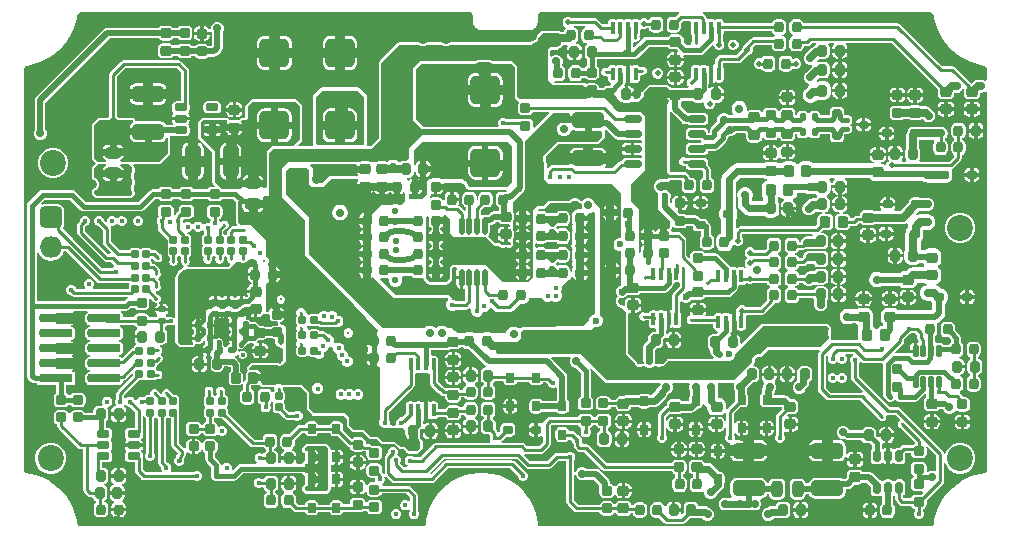
<source format=gbl>
G04*
G04 #@! TF.GenerationSoftware,Altium Limited,Altium Designer,22.6.1 (34)*
G04*
G04 Layer_Physical_Order=6*
G04 Layer_Color=16711680*
%FSLAX44Y44*%
%MOMM*%
G71*
G04*
G04 #@! TF.SameCoordinates,0BC7250A-E466-409B-9AFC-A4DADF5EADDD*
G04*
G04*
G04 #@! TF.FilePolarity,Positive*
G04*
G01*
G75*
%ADD11C,0.6000*%
%ADD12C,0.2500*%
%ADD14C,0.4000*%
G04:AMPARAMS|DCode=24|XSize=0.75mm|YSize=0.85mm|CornerRadius=0.1875mm|HoleSize=0mm|Usage=FLASHONLY|Rotation=90.000|XOffset=0mm|YOffset=0mm|HoleType=Round|Shape=RoundedRectangle|*
%AMROUNDEDRECTD24*
21,1,0.7500,0.4750,0,0,90.0*
21,1,0.3750,0.8500,0,0,90.0*
1,1,0.3750,0.2375,0.1875*
1,1,0.3750,0.2375,-0.1875*
1,1,0.3750,-0.2375,-0.1875*
1,1,0.3750,-0.2375,0.1875*
%
%ADD24ROUNDEDRECTD24*%
G04:AMPARAMS|DCode=36|XSize=0.95mm|YSize=0.85mm|CornerRadius=0.2125mm|HoleSize=0mm|Usage=FLASHONLY|Rotation=0.000|XOffset=0mm|YOffset=0mm|HoleType=Round|Shape=RoundedRectangle|*
%AMROUNDEDRECTD36*
21,1,0.9500,0.4250,0,0,0.0*
21,1,0.5250,0.8500,0,0,0.0*
1,1,0.4250,0.2625,-0.2125*
1,1,0.4250,-0.2625,-0.2125*
1,1,0.4250,-0.2625,0.2125*
1,1,0.4250,0.2625,0.2125*
%
%ADD36ROUNDEDRECTD36*%
G04:AMPARAMS|DCode=37|XSize=0.95mm|YSize=0.85mm|CornerRadius=0.2125mm|HoleSize=0mm|Usage=FLASHONLY|Rotation=270.000|XOffset=0mm|YOffset=0mm|HoleType=Round|Shape=RoundedRectangle|*
%AMROUNDEDRECTD37*
21,1,0.9500,0.4250,0,0,270.0*
21,1,0.5250,0.8500,0,0,270.0*
1,1,0.4250,-0.2125,-0.2625*
1,1,0.4250,-0.2125,0.2625*
1,1,0.4250,0.2125,0.2625*
1,1,0.4250,0.2125,-0.2625*
%
%ADD37ROUNDEDRECTD37*%
G04:AMPARAMS|DCode=38|XSize=2.5mm|YSize=2.45mm|CornerRadius=0.4288mm|HoleSize=0mm|Usage=FLASHONLY|Rotation=180.000|XOffset=0mm|YOffset=0mm|HoleType=Round|Shape=RoundedRectangle|*
%AMROUNDEDRECTD38*
21,1,2.5000,1.5925,0,0,180.0*
21,1,1.6425,2.4500,0,0,180.0*
1,1,0.8575,-0.8213,0.7963*
1,1,0.8575,0.8213,0.7963*
1,1,0.8575,0.8213,-0.7963*
1,1,0.8575,-0.8213,-0.7963*
%
%ADD38ROUNDEDRECTD38*%
G04:AMPARAMS|DCode=39|XSize=2.7mm|YSize=1.35mm|CornerRadius=0.3375mm|HoleSize=0mm|Usage=FLASHONLY|Rotation=180.000|XOffset=0mm|YOffset=0mm|HoleType=Round|Shape=RoundedRectangle|*
%AMROUNDEDRECTD39*
21,1,2.7000,0.6750,0,0,180.0*
21,1,2.0250,1.3500,0,0,180.0*
1,1,0.6750,-1.0125,0.3375*
1,1,0.6750,1.0125,0.3375*
1,1,0.6750,1.0125,-0.3375*
1,1,0.6750,-1.0125,-0.3375*
%
%ADD39ROUNDEDRECTD39*%
G04:AMPARAMS|DCode=40|XSize=0.65mm|YSize=0.55mm|CornerRadius=0.1375mm|HoleSize=0mm|Usage=FLASHONLY|Rotation=180.000|XOffset=0mm|YOffset=0mm|HoleType=Round|Shape=RoundedRectangle|*
%AMROUNDEDRECTD40*
21,1,0.6500,0.2750,0,0,180.0*
21,1,0.3750,0.5500,0,0,180.0*
1,1,0.2750,-0.1875,0.1375*
1,1,0.2750,0.1875,0.1375*
1,1,0.2750,0.1875,-0.1375*
1,1,0.2750,-0.1875,-0.1375*
%
%ADD40ROUNDEDRECTD40*%
G04:AMPARAMS|DCode=41|XSize=0.65mm|YSize=0.55mm|CornerRadius=0.1375mm|HoleSize=0mm|Usage=FLASHONLY|Rotation=90.000|XOffset=0mm|YOffset=0mm|HoleType=Round|Shape=RoundedRectangle|*
%AMROUNDEDRECTD41*
21,1,0.6500,0.2750,0,0,90.0*
21,1,0.3750,0.5500,0,0,90.0*
1,1,0.2750,0.1375,0.1875*
1,1,0.2750,0.1375,-0.1875*
1,1,0.2750,-0.1375,-0.1875*
1,1,0.2750,-0.1375,0.1875*
%
%ADD41ROUNDEDRECTD41*%
G04:AMPARAMS|DCode=44|XSize=0.75mm|YSize=0.85mm|CornerRadius=0.1875mm|HoleSize=0mm|Usage=FLASHONLY|Rotation=0.000|XOffset=0mm|YOffset=0mm|HoleType=Round|Shape=RoundedRectangle|*
%AMROUNDEDRECTD44*
21,1,0.7500,0.4750,0,0,0.0*
21,1,0.3750,0.8500,0,0,0.0*
1,1,0.3750,0.1875,-0.2375*
1,1,0.3750,-0.1875,-0.2375*
1,1,0.3750,-0.1875,0.2375*
1,1,0.3750,0.1875,0.2375*
%
%ADD44ROUNDEDRECTD44*%
G04:AMPARAMS|DCode=45|XSize=0.98mm|YSize=0.92mm|CornerRadius=0.23mm|HoleSize=0mm|Usage=FLASHONLY|Rotation=270.000|XOffset=0mm|YOffset=0mm|HoleType=Round|Shape=RoundedRectangle|*
%AMROUNDEDRECTD45*
21,1,0.9800,0.4600,0,0,270.0*
21,1,0.5200,0.9200,0,0,270.0*
1,1,0.4600,-0.2300,-0.2600*
1,1,0.4600,-0.2300,0.2600*
1,1,0.4600,0.2300,0.2600*
1,1,0.4600,0.2300,-0.2600*
%
%ADD45ROUNDEDRECTD45*%
G04:AMPARAMS|DCode=46|XSize=0.98mm|YSize=0.92mm|CornerRadius=0.23mm|HoleSize=0mm|Usage=FLASHONLY|Rotation=0.000|XOffset=0mm|YOffset=0mm|HoleType=Round|Shape=RoundedRectangle|*
%AMROUNDEDRECTD46*
21,1,0.9800,0.4600,0,0,0.0*
21,1,0.5200,0.9200,0,0,0.0*
1,1,0.4600,0.2600,-0.2300*
1,1,0.4600,-0.2600,-0.2300*
1,1,0.4600,-0.2600,0.2300*
1,1,0.4600,0.2600,0.2300*
%
%ADD46ROUNDEDRECTD46*%
G04:AMPARAMS|DCode=49|XSize=0.9mm|YSize=0.8mm|CornerRadius=0.2mm|HoleSize=0mm|Usage=FLASHONLY|Rotation=270.000|XOffset=0mm|YOffset=0mm|HoleType=Round|Shape=RoundedRectangle|*
%AMROUNDEDRECTD49*
21,1,0.9000,0.4000,0,0,270.0*
21,1,0.5000,0.8000,0,0,270.0*
1,1,0.4000,-0.2000,-0.2500*
1,1,0.4000,-0.2000,0.2500*
1,1,0.4000,0.2000,0.2500*
1,1,0.4000,0.2000,-0.2500*
%
%ADD49ROUNDEDRECTD49*%
G04:AMPARAMS|DCode=50|XSize=1.35mm|YSize=0.95mm|CornerRadius=0.2375mm|HoleSize=0mm|Usage=FLASHONLY|Rotation=270.000|XOffset=0mm|YOffset=0mm|HoleType=Round|Shape=RoundedRectangle|*
%AMROUNDEDRECTD50*
21,1,1.3500,0.4750,0,0,270.0*
21,1,0.8750,0.9500,0,0,270.0*
1,1,0.4750,-0.2375,-0.4375*
1,1,0.4750,-0.2375,0.4375*
1,1,0.4750,0.2375,0.4375*
1,1,0.4750,0.2375,-0.4375*
%
%ADD50ROUNDEDRECTD50*%
G04:AMPARAMS|DCode=51|XSize=1.35mm|YSize=0.95mm|CornerRadius=0.2375mm|HoleSize=0mm|Usage=FLASHONLY|Rotation=180.000|XOffset=0mm|YOffset=0mm|HoleType=Round|Shape=RoundedRectangle|*
%AMROUNDEDRECTD51*
21,1,1.3500,0.4750,0,0,180.0*
21,1,0.8750,0.9500,0,0,180.0*
1,1,0.4750,-0.4375,0.2375*
1,1,0.4750,0.4375,0.2375*
1,1,0.4750,0.4375,-0.2375*
1,1,0.4750,-0.4375,-0.2375*
%
%ADD51ROUNDEDRECTD51*%
G04:AMPARAMS|DCode=52|XSize=0.9mm|YSize=0.8mm|CornerRadius=0.2mm|HoleSize=0mm|Usage=FLASHONLY|Rotation=0.000|XOffset=0mm|YOffset=0mm|HoleType=Round|Shape=RoundedRectangle|*
%AMROUNDEDRECTD52*
21,1,0.9000,0.4000,0,0,0.0*
21,1,0.5000,0.8000,0,0,0.0*
1,1,0.4000,0.2500,-0.2000*
1,1,0.4000,-0.2500,-0.2000*
1,1,0.4000,-0.2500,0.2000*
1,1,0.4000,0.2500,0.2000*
%
%ADD52ROUNDEDRECTD52*%
G04:AMPARAMS|DCode=53|XSize=0.6mm|YSize=0.6mm|CornerRadius=0.075mm|HoleSize=0mm|Usage=FLASHONLY|Rotation=0.000|XOffset=0mm|YOffset=0mm|HoleType=Round|Shape=RoundedRectangle|*
%AMROUNDEDRECTD53*
21,1,0.6000,0.4500,0,0,0.0*
21,1,0.4500,0.6000,0,0,0.0*
1,1,0.1500,0.2250,-0.2250*
1,1,0.1500,-0.2250,-0.2250*
1,1,0.1500,-0.2250,0.2250*
1,1,0.1500,0.2250,0.2250*
%
%ADD53ROUNDEDRECTD53*%
G04:AMPARAMS|DCode=54|XSize=0.6mm|YSize=0.6mm|CornerRadius=0.075mm|HoleSize=0mm|Usage=FLASHONLY|Rotation=270.000|XOffset=0mm|YOffset=0mm|HoleType=Round|Shape=RoundedRectangle|*
%AMROUNDEDRECTD54*
21,1,0.6000,0.4500,0,0,270.0*
21,1,0.4500,0.6000,0,0,270.0*
1,1,0.1500,-0.2250,-0.2250*
1,1,0.1500,-0.2250,0.2250*
1,1,0.1500,0.2250,0.2250*
1,1,0.1500,0.2250,-0.2250*
%
%ADD54ROUNDEDRECTD54*%
G04:AMPARAMS|DCode=55|XSize=0.65mm|YSize=1.45mm|CornerRadius=0.1625mm|HoleSize=0mm|Usage=FLASHONLY|Rotation=270.000|XOffset=0mm|YOffset=0mm|HoleType=Round|Shape=RoundedRectangle|*
%AMROUNDEDRECTD55*
21,1,0.6500,1.1250,0,0,270.0*
21,1,0.3250,1.4500,0,0,270.0*
1,1,0.3250,-0.5625,-0.1625*
1,1,0.3250,-0.5625,0.1625*
1,1,0.3250,0.5625,0.1625*
1,1,0.3250,0.5625,-0.1625*
%
%ADD55ROUNDEDRECTD55*%
G04:AMPARAMS|DCode=57|XSize=0.4mm|YSize=1.1mm|CornerRadius=0.1mm|HoleSize=0mm|Usage=FLASHONLY|Rotation=0.000|XOffset=0mm|YOffset=0mm|HoleType=Round|Shape=RoundedRectangle|*
%AMROUNDEDRECTD57*
21,1,0.4000,0.9000,0,0,0.0*
21,1,0.2000,1.1000,0,0,0.0*
1,1,0.2000,0.1000,-0.4500*
1,1,0.2000,-0.1000,-0.4500*
1,1,0.2000,-0.1000,0.4500*
1,1,0.2000,0.1000,0.4500*
%
%ADD57ROUNDEDRECTD57*%
%ADD102C,0.3500*%
%ADD105C,0.7000*%
%ADD106C,0.4500*%
%ADD107C,0.5000*%
%ADD108C,1.0000*%
G04:AMPARAMS|DCode=109|XSize=0.6mm|YSize=1mm|CornerRadius=0.15mm|HoleSize=0mm|Usage=FLASHONLY|Rotation=180.000|XOffset=0mm|YOffset=0mm|HoleType=Round|Shape=RoundedRectangle|*
%AMROUNDEDRECTD109*
21,1,0.6000,0.7000,0,0,180.0*
21,1,0.3000,1.0000,0,0,180.0*
1,1,0.3000,-0.1500,0.3500*
1,1,0.3000,0.1500,0.3500*
1,1,0.3000,0.1500,-0.3500*
1,1,0.3000,-0.1500,-0.3500*
%
%ADD109ROUNDEDRECTD109*%
G04:AMPARAMS|DCode=112|XSize=0.65mm|YSize=0.85mm|CornerRadius=0.1625mm|HoleSize=0mm|Usage=FLASHONLY|Rotation=90.000|XOffset=0mm|YOffset=0mm|HoleType=Round|Shape=RoundedRectangle|*
%AMROUNDEDRECTD112*
21,1,0.6500,0.5250,0,0,90.0*
21,1,0.3250,0.8500,0,0,90.0*
1,1,0.3250,0.2625,0.1625*
1,1,0.3250,0.2625,-0.1625*
1,1,0.3250,-0.2625,-0.1625*
1,1,0.3250,-0.2625,0.1625*
%
%ADD112ROUNDEDRECTD112*%
G04:AMPARAMS|DCode=113|XSize=0.65mm|YSize=0.9mm|CornerRadius=0.1625mm|HoleSize=0mm|Usage=FLASHONLY|Rotation=90.000|XOffset=0mm|YOffset=0mm|HoleType=Round|Shape=RoundedRectangle|*
%AMROUNDEDRECTD113*
21,1,0.6500,0.5750,0,0,90.0*
21,1,0.3250,0.9000,0,0,90.0*
1,1,0.3250,0.2875,0.1625*
1,1,0.3250,0.2875,-0.1625*
1,1,0.3250,-0.2875,-0.1625*
1,1,0.3250,-0.2875,0.1625*
%
%ADD113ROUNDEDRECTD113*%
%ADD114C,0.8000*%
%ADD115C,0.3810*%
%ADD116C,0.1500*%
%ADD117C,0.4700*%
%ADD119C,1.0000*%
%ADD121C,0.5500*%
%ADD124O,1.9000X1.8000*%
G04:AMPARAMS|DCode=125|XSize=1.8mm|YSize=1.9mm|CornerRadius=0.36mm|HoleSize=0mm|Usage=FLASHONLY|Rotation=270.000|XOffset=0mm|YOffset=0mm|HoleType=Round|Shape=RoundedRectangle|*
%AMROUNDEDRECTD125*
21,1,1.8000,1.1800,0,0,270.0*
21,1,1.0800,1.9000,0,0,270.0*
1,1,0.7200,-0.5900,-0.5400*
1,1,0.7200,-0.5900,0.5400*
1,1,0.7200,0.5900,0.5400*
1,1,0.7200,0.5900,-0.5400*
%
%ADD125ROUNDEDRECTD125*%
%ADD126C,2.2000*%
%ADD127C,0.6000*%
%ADD128C,0.7000*%
%ADD129C,0.5500*%
%ADD130C,0.4500*%
%ADD131C,0.5000*%
%ADD132C,0.5600*%
%ADD133C,0.2500*%
%ADD134C,0.3250*%
%ADD135C,0.2000*%
%ADD136C,0.3000*%
G04:AMPARAMS|DCode=139|XSize=0.45mm|YSize=1.45mm|CornerRadius=0.1463mm|HoleSize=0mm|Usage=FLASHONLY|Rotation=0.000|XOffset=0mm|YOffset=0mm|HoleType=Round|Shape=RoundedRectangle|*
%AMROUNDEDRECTD139*
21,1,0.4500,1.1575,0,0,0.0*
21,1,0.1575,1.4500,0,0,0.0*
1,1,0.2925,0.0788,-0.5788*
1,1,0.2925,-0.0788,-0.5788*
1,1,0.2925,-0.0788,0.5788*
1,1,0.2925,0.0788,0.5788*
%
%ADD139ROUNDEDRECTD139*%
G04:AMPARAMS|DCode=140|XSize=0.45mm|YSize=1mm|CornerRadius=0.1125mm|HoleSize=0mm|Usage=FLASHONLY|Rotation=0.000|XOffset=0mm|YOffset=0mm|HoleType=Round|Shape=RoundedRectangle|*
%AMROUNDEDRECTD140*
21,1,0.4500,0.7750,0,0,0.0*
21,1,0.2250,1.0000,0,0,0.0*
1,1,0.2250,0.1125,-0.3875*
1,1,0.2250,-0.1125,-0.3875*
1,1,0.2250,-0.1125,0.3875*
1,1,0.2250,0.1125,0.3875*
%
%ADD140ROUNDEDRECTD140*%
G04:AMPARAMS|DCode=141|XSize=0.6mm|YSize=1.1mm|CornerRadius=0.15mm|HoleSize=0mm|Usage=FLASHONLY|Rotation=90.000|XOffset=0mm|YOffset=0mm|HoleType=Round|Shape=RoundedRectangle|*
%AMROUNDEDRECTD141*
21,1,0.6000,0.8000,0,0,90.0*
21,1,0.3000,1.1000,0,0,90.0*
1,1,0.3000,0.4000,0.1500*
1,1,0.3000,0.4000,-0.1500*
1,1,0.3000,-0.4000,-0.1500*
1,1,0.3000,-0.4000,0.1500*
%
%ADD141ROUNDEDRECTD141*%
G04:AMPARAMS|DCode=142|XSize=2.794mm|YSize=0.7366mm|CornerRadius=0.1842mm|HoleSize=0mm|Usage=FLASHONLY|Rotation=0.000|XOffset=0mm|YOffset=0mm|HoleType=Round|Shape=RoundedRectangle|*
%AMROUNDEDRECTD142*
21,1,2.7940,0.3683,0,0,0.0*
21,1,2.4257,0.7366,0,0,0.0*
1,1,0.3683,1.2129,-0.1842*
1,1,0.3683,-1.2129,-0.1842*
1,1,0.3683,-1.2129,0.1842*
1,1,0.3683,1.2129,0.1842*
%
%ADD142ROUNDEDRECTD142*%
%ADD143R,2.7940X0.7366*%
G04:AMPARAMS|DCode=144|XSize=0.62mm|YSize=0.56mm|CornerRadius=0.14mm|HoleSize=0mm|Usage=FLASHONLY|Rotation=90.000|XOffset=0mm|YOffset=0mm|HoleType=Round|Shape=RoundedRectangle|*
%AMROUNDEDRECTD144*
21,1,0.6200,0.2800,0,0,90.0*
21,1,0.3400,0.5600,0,0,90.0*
1,1,0.2800,0.1400,0.1700*
1,1,0.2800,0.1400,-0.1700*
1,1,0.2800,-0.1400,-0.1700*
1,1,0.2800,-0.1400,0.1700*
%
%ADD144ROUNDEDRECTD144*%
G04:AMPARAMS|DCode=145|XSize=2.7mm|YSize=1.35mm|CornerRadius=0.3375mm|HoleSize=0mm|Usage=FLASHONLY|Rotation=90.000|XOffset=0mm|YOffset=0mm|HoleType=Round|Shape=RoundedRectangle|*
%AMROUNDEDRECTD145*
21,1,2.7000,0.6750,0,0,90.0*
21,1,2.0250,1.3500,0,0,90.0*
1,1,0.6750,0.3375,1.0125*
1,1,0.6750,0.3375,-1.0125*
1,1,0.6750,-0.3375,-1.0125*
1,1,0.6750,-0.3375,1.0125*
%
%ADD145ROUNDEDRECTD145*%
%ADD146C,0.9000*%
G36*
X770000Y437500D02*
X770497D01*
X771416Y437119D01*
X772119Y436416D01*
X772500Y435497D01*
X772500Y435000D01*
X772968Y432360D01*
X774320Y427172D01*
X776214Y422156D01*
X778628Y417370D01*
X781536Y412866D01*
X784904Y408695D01*
X788695Y404904D01*
X792866Y401536D01*
X797370Y398628D01*
X802157Y396214D01*
X807172Y394320D01*
X812360Y392968D01*
X815000Y392500D01*
X815497D01*
X816416Y392119D01*
X817119Y391416D01*
X817500Y390497D01*
Y380135D01*
X817149Y379831D01*
X816230Y379548D01*
X816115Y379663D01*
X815605Y379874D01*
X815146Y380181D01*
X814604Y380289D01*
X814094Y380500D01*
X813542D01*
X813000Y380608D01*
X810000D01*
X807854Y380181D01*
X806035Y378965D01*
X804327Y377258D01*
X790742Y390843D01*
X789668Y391561D01*
X788399Y391814D01*
X779873D01*
X744343Y427343D01*
X743268Y428061D01*
X742000Y428314D01*
X662416D01*
X662268Y429061D01*
X661384Y430384D01*
X660061Y431268D01*
X658500Y431578D01*
X654500D01*
X652939Y431268D01*
X651616Y430384D01*
X650732Y429061D01*
X650422Y427500D01*
Y422500D01*
X650732Y420939D01*
X651616Y419616D01*
X652939Y418732D01*
X653365Y418647D01*
Y417353D01*
X652939Y417268D01*
X651616Y416384D01*
X650732Y415061D01*
X650422Y413500D01*
Y408500D01*
X650732Y406939D01*
X651616Y405616D01*
X652939Y404732D01*
X654500Y404422D01*
X658500D01*
X660061Y404732D01*
X661384Y405616D01*
X662268Y406939D01*
X662578Y408500D01*
Y409186D01*
X665750D01*
X667018Y409439D01*
X668093Y410157D01*
X669623Y411686D01*
X672492D01*
X672822Y411143D01*
X673029Y410416D01*
X672239Y409235D01*
X672223Y409154D01*
X671104Y408931D01*
X669285Y407715D01*
X664285Y402715D01*
X663978Y402256D01*
X663587Y401866D01*
X663376Y401355D01*
X663069Y400896D01*
X662961Y400354D01*
X662750Y399844D01*
Y399292D01*
X662642Y398750D01*
X662750Y398208D01*
Y397656D01*
X662961Y397146D01*
X663069Y396604D01*
X663376Y396145D01*
X663587Y395634D01*
X663978Y395244D01*
X664285Y394785D01*
X664744Y394478D01*
X665135Y394087D01*
X665645Y393876D01*
X666104Y393569D01*
X666646Y393461D01*
X667156Y393250D01*
X667708D01*
X668250Y393142D01*
X668792Y393250D01*
X669344D01*
X669501Y393137D01*
X669475Y391592D01*
X669285Y391465D01*
X664285Y386465D01*
X663978Y386006D01*
X663587Y385616D01*
X663376Y385105D01*
X663069Y384646D01*
X662961Y384104D01*
X662750Y383594D01*
Y383042D01*
X662642Y382500D01*
X662750Y381958D01*
Y381406D01*
X662961Y380896D01*
X663069Y380354D01*
X663376Y379895D01*
X663587Y379384D01*
X663978Y378994D01*
X664285Y378535D01*
X664744Y378228D01*
X665135Y377837D01*
X665645Y377626D01*
X666104Y377319D01*
X666646Y377211D01*
X667156Y377000D01*
X667346D01*
X667595Y375746D01*
X667593Y375728D01*
X667472Y375678D01*
X666114Y374636D01*
X663614Y372136D01*
X663353Y371795D01*
X663049Y371491D01*
X662834Y371119D01*
X662572Y370778D01*
X662408Y370381D01*
X662193Y370009D01*
X662082Y369594D01*
X661917Y369197D01*
X661861Y368771D01*
X661750Y368356D01*
Y367926D01*
X661694Y367500D01*
X661750Y367074D01*
Y366644D01*
X661861Y366229D01*
X661917Y365803D01*
X662082Y365406D01*
X662193Y364991D01*
X662408Y364619D01*
X662572Y364222D01*
X662834Y363881D01*
X663049Y363509D01*
X663353Y363205D01*
X663614Y362864D01*
X663955Y362603D01*
X664259Y362299D01*
X664631Y362084D01*
X664972Y361822D01*
X665369Y361658D01*
X665741Y361443D01*
X666156Y361332D01*
X666553Y361167D01*
X666979Y361111D01*
X667394Y361000D01*
X667824D01*
X668250Y360944D01*
X668676Y361000D01*
X669106D01*
X669521Y361111D01*
X669947Y361167D01*
X670344Y361332D01*
X670759Y361443D01*
X671131Y361658D01*
X671528Y361822D01*
X671869Y362084D01*
X672241Y362299D01*
X672545Y362603D01*
X672886Y362864D01*
X673466Y363444D01*
X675902D01*
X676125Y363400D01*
X680375D01*
X682375Y363797D01*
X684070Y364930D01*
X685202Y366625D01*
X685600Y368625D01*
Y373875D01*
X685202Y375875D01*
X684070Y377570D01*
X682375Y378703D01*
X680375Y379100D01*
X676125D01*
X674193Y378716D01*
X674113Y378771D01*
X673579Y379898D01*
X675573Y381892D01*
X677500D01*
X677635Y381919D01*
X680375D01*
X681984Y382239D01*
X683349Y383151D01*
X684261Y384515D01*
X684581Y386125D01*
Y391375D01*
X684261Y392985D01*
X683349Y394349D01*
X681984Y395261D01*
X680375Y395581D01*
X676125D01*
X674515Y395261D01*
X674431Y395204D01*
X673621Y396191D01*
X675573Y398142D01*
X677500D01*
X677635Y398169D01*
X680375D01*
X681984Y398489D01*
X683349Y399401D01*
X684261Y400765D01*
X684581Y402375D01*
Y407625D01*
X684261Y409235D01*
X683471Y410416D01*
X683678Y411143D01*
X684007Y411686D01*
X687492D01*
X687822Y411143D01*
X688029Y410416D01*
X687239Y409235D01*
X686919Y407625D01*
Y406500D01*
X693250D01*
X699581D01*
Y407625D01*
X699261Y409235D01*
X698471Y410416D01*
X698678Y411143D01*
X699007Y411686D01*
X737128D01*
X776172Y372641D01*
X776169Y372625D01*
Y368375D01*
X776489Y366766D01*
X777401Y365401D01*
X778765Y364489D01*
X780375Y364169D01*
X785625D01*
X787234Y364489D01*
X788599Y365401D01*
X789511Y366766D01*
X789831Y368375D01*
Y368900D01*
X790132Y369201D01*
X791809D01*
X793955Y369628D01*
X794855Y370230D01*
X795116Y370337D01*
X795315Y370536D01*
X795774Y370843D01*
X796081Y371303D01*
X796663Y371884D01*
X796978Y372645D01*
X797067Y372640D01*
X797187Y372605D01*
X798169Y372203D01*
Y368375D01*
X798489Y366766D01*
X799401Y365401D01*
X800765Y364489D01*
X802375Y364169D01*
X807625D01*
X809234Y364489D01*
X810599Y365401D01*
X811511Y366766D01*
X811831Y368375D01*
Y368900D01*
X812323Y369392D01*
X813000D01*
X813542Y369500D01*
X814094D01*
X814604Y369711D01*
X815146Y369819D01*
X815605Y370126D01*
X816115Y370337D01*
X816230Y370452D01*
X817149Y370169D01*
X817500Y369865D01*
Y50000D01*
Y49503D01*
X817119Y48584D01*
X816416Y47881D01*
X815497Y47500D01*
X815000Y47500D01*
X812360Y47032D01*
X807172Y45680D01*
X802157Y43786D01*
X797370Y41372D01*
X792866Y38464D01*
X788695Y35096D01*
X784904Y31305D01*
X781536Y27134D01*
X778628Y22630D01*
X776214Y17843D01*
X774320Y12828D01*
X772968Y7640D01*
X772500Y5000D01*
Y4503D01*
X772119Y3584D01*
X771416Y2881D01*
X770497Y2500D01*
X439503D01*
X438584Y2881D01*
X437881Y3584D01*
X437662Y4112D01*
X437470Y5274D01*
X437470Y5275D01*
X437470Y5275D01*
X437061Y8157D01*
X435719Y13820D01*
X433699Y19277D01*
X431031Y24449D01*
X427753Y29257D01*
X423914Y33631D01*
X419572Y37506D01*
X414791Y40824D01*
X409642Y43536D01*
X404202Y45602D01*
X398550Y46991D01*
X392772Y47682D01*
X386952Y47665D01*
X381178Y46941D01*
X375535Y45519D01*
X370106Y43422D01*
X364973Y40680D01*
X360211Y37335D01*
X355892Y33435D01*
X352079Y29039D01*
X348829Y24211D01*
X346190Y19024D01*
X344201Y13555D01*
X342893Y7884D01*
X342500Y5000D01*
Y4503D01*
X342119Y3584D01*
X341416Y2881D01*
X340497Y2500D01*
X49503D01*
X48584Y2881D01*
X47881Y3584D01*
X47773Y3843D01*
X47500Y5000D01*
Y5000D01*
X47500D01*
X47500Y5000D01*
X47032Y7640D01*
X45680Y12828D01*
X43786Y17843D01*
X41372Y22630D01*
X38464Y27134D01*
X35096Y31305D01*
X31305Y35096D01*
X27134Y38464D01*
X22630Y41372D01*
X17843Y43786D01*
X12828Y45680D01*
X7640Y47032D01*
X5000Y47500D01*
X5000Y47500D01*
X5000Y47500D01*
X3843Y47773D01*
X3584Y47881D01*
X2881Y48584D01*
X2500Y49503D01*
Y50000D01*
Y390000D01*
Y390497D01*
X2881Y391416D01*
X3584Y392119D01*
X4503Y392500D01*
X5000Y392500D01*
X7640Y392968D01*
X12828Y394320D01*
X17843Y396214D01*
X22630Y398628D01*
X27134Y401536D01*
X31305Y404904D01*
X35096Y408695D01*
X38464Y412866D01*
X41372Y417370D01*
X43786Y422156D01*
X45680Y427172D01*
X47032Y432360D01*
X47500Y435000D01*
Y435497D01*
X47881Y436416D01*
X48584Y437119D01*
X49503Y437500D01*
X380497D01*
X381416Y437119D01*
X382119Y436416D01*
X382500Y435497D01*
Y430000D01*
X382500D01*
X382536Y429265D01*
X382823Y427823D01*
X383386Y426465D01*
X384202Y425242D01*
X385242Y424202D01*
X386465Y423386D01*
X387823Y422823D01*
X389265Y422536D01*
X390000Y422500D01*
X430000Y422500D01*
Y422500D01*
X430735Y422536D01*
X432177Y422823D01*
X433535Y423386D01*
X434758Y424202D01*
X435798Y425242D01*
X436614Y426465D01*
X437177Y427823D01*
X437464Y429265D01*
X437500Y430000D01*
X437500Y435497D01*
X437881Y436416D01*
X438584Y437119D01*
X439503Y437500D01*
X556929D01*
X557297Y436230D01*
X556534Y435721D01*
X554392Y433578D01*
X550500D01*
X548939Y433268D01*
X547616Y432384D01*
X546732Y431061D01*
X546422Y429500D01*
Y424500D01*
X546732Y422939D01*
X547616Y421616D01*
X548939Y420732D01*
X550500Y420422D01*
X554500D01*
X556061Y420732D01*
X557384Y421616D01*
X558268Y422939D01*
X558578Y424500D01*
Y428392D01*
X560250Y430064D01*
X566132D01*
X567191Y428878D01*
Y419878D01*
X567424Y418707D01*
X567782Y418171D01*
Y413213D01*
X567423Y412346D01*
Y410904D01*
X567460Y410813D01*
X566612Y409543D01*
X563292D01*
X560831Y412005D01*
Y414625D01*
X560511Y416235D01*
X559599Y417599D01*
X558234Y418511D01*
X556625Y418831D01*
X551375D01*
X549766Y418511D01*
X548401Y417599D01*
X547719Y416578D01*
X529500D01*
X529500Y416578D01*
X527939Y416268D01*
X526616Y415384D01*
X519007Y407774D01*
X517833Y408260D01*
Y411599D01*
X519103Y412448D01*
X519279Y412375D01*
X520721D01*
X522053Y412927D01*
X523073Y413947D01*
X523625Y415279D01*
Y416721D01*
X523362Y417357D01*
Y417674D01*
X523418Y417712D01*
X524081Y418704D01*
X524314Y419875D01*
Y422867D01*
X525584Y423716D01*
X526105Y423500D01*
X527895D01*
X529549Y424185D01*
X529668Y424304D01*
X531461D01*
X531732Y422939D01*
X532616Y421616D01*
X533939Y420732D01*
X535500Y420422D01*
X539500D01*
X541061Y420732D01*
X542384Y421616D01*
X543268Y422939D01*
X543578Y424500D01*
Y429500D01*
X543268Y431061D01*
X542384Y432384D01*
X541061Y433268D01*
X539500Y433578D01*
X535500D01*
X533939Y433268D01*
X532616Y432384D01*
X531732Y431061D01*
X531706Y430931D01*
X530433D01*
X529549Y431815D01*
X527895Y432500D01*
X526105D01*
X524451Y431815D01*
X523651Y431015D01*
X523418Y431038D01*
X522426Y431701D01*
X521255Y431934D01*
X519255D01*
X518084Y431701D01*
X518028Y431663D01*
X517005Y431087D01*
X515982Y431663D01*
X515926Y431701D01*
X514755Y431934D01*
X512755D01*
X511585Y431701D01*
X511528Y431663D01*
X510505Y431087D01*
X509482Y431663D01*
X509426Y431701D01*
X508255Y431934D01*
X506255D01*
X505084Y431701D01*
X505028Y431663D01*
X504005Y431087D01*
X502982Y431663D01*
X502926Y431701D01*
X501755Y431934D01*
X499755D01*
X498585Y431701D01*
X497592Y431038D01*
X496929Y430046D01*
X496696Y428875D01*
Y427689D01*
X492098D01*
X488444Y431343D01*
X487369Y432061D01*
X486101Y432314D01*
X466033D01*
X465510Y432836D01*
X463857Y433521D01*
X462066D01*
X460412Y432836D01*
X459146Y431570D01*
X458461Y429916D01*
Y428126D01*
X459146Y426472D01*
X460412Y425206D01*
X460811Y425041D01*
X460952Y423608D01*
X460616Y423384D01*
X459732Y422061D01*
X459557Y421182D01*
X456702D01*
X456442Y421442D01*
X455780Y421884D01*
X455000Y422039D01*
X442000D01*
X442000Y422039D01*
X441220Y421884D01*
X440558Y421442D01*
X437058Y417942D01*
X436616Y417280D01*
X436542Y416908D01*
X435858Y415256D01*
X434744Y414142D01*
X433092Y413458D01*
X432720Y413384D01*
X432058Y412942D01*
X431155Y412039D01*
X363485D01*
X362705Y411884D01*
X362505Y411751D01*
X360788Y411039D01*
X359212D01*
X357495Y411751D01*
X357295Y411884D01*
X356515Y412039D01*
X343485D01*
X342705Y411884D01*
X342505Y411751D01*
X340788Y411039D01*
X339212D01*
X337495Y411751D01*
X337295Y411884D01*
X336515Y412039D01*
X320000D01*
X319220Y411884D01*
X318558Y411442D01*
X318558Y411442D01*
X303558Y396442D01*
X303116Y395780D01*
X302961Y395000D01*
Y330845D01*
X296155Y324039D01*
X293709D01*
X292921Y325309D01*
X293059Y326000D01*
X293059Y326000D01*
Y366000D01*
X293059Y366000D01*
X292826Y367170D01*
X292163Y368163D01*
X287163Y373163D01*
X286171Y373826D01*
X285000Y374059D01*
X285000Y374059D01*
X255000D01*
X253829Y373826D01*
X252837Y373163D01*
X252837Y373163D01*
X247837Y368163D01*
X247174Y367170D01*
X246941Y366000D01*
X246941Y366000D01*
X246941Y326000D01*
X247079Y325309D01*
X246291Y324039D01*
X234582D01*
X234096Y325213D01*
X237442Y328558D01*
X237884Y329220D01*
X238039Y330000D01*
Y358000D01*
X238039Y358000D01*
X237884Y358780D01*
X237442Y359442D01*
X237442Y359442D01*
X233442Y363442D01*
X232780Y363884D01*
X232000Y364039D01*
X196000D01*
X195220Y363884D01*
X194558Y363442D01*
X194558Y363442D01*
X190558Y359442D01*
X190116Y358780D01*
X189961Y358000D01*
Y348845D01*
X189155Y348039D01*
X186867D01*
X186861Y348038D01*
X186855Y348039D01*
X186469Y347960D01*
X186087Y347884D01*
X186082Y347880D01*
X186075Y347879D01*
X185751Y347660D01*
X185425Y347442D01*
X185422Y347437D01*
X185417Y347433D01*
X185201Y347107D01*
X184983Y346780D01*
X183905Y346177D01*
X183130Y346331D01*
X177880D01*
X177105Y346177D01*
X176026Y346780D01*
X175809Y347107D01*
X175593Y347433D01*
X175588Y347437D01*
X175584Y347442D01*
X175259Y347660D01*
X174934Y347879D01*
X174928Y347880D01*
X174923Y347884D01*
X174541Y347960D01*
X174155Y348039D01*
X174149Y348038D01*
X174142Y348039D01*
X154000D01*
X153220Y347884D01*
X152558Y347442D01*
X150558Y345442D01*
X150116Y344780D01*
X149961Y344000D01*
Y332000D01*
X150116Y331220D01*
X150558Y330558D01*
X150558Y330558D01*
X161961Y319155D01*
Y294000D01*
X161961Y294000D01*
X162116Y293220D01*
X162558Y292558D01*
X162558Y292558D01*
X164364Y290752D01*
X163878Y289578D01*
X161500D01*
X159939Y289268D01*
X158616Y288384D01*
X158161Y287703D01*
X146005D01*
X145384Y288634D01*
X144061Y289518D01*
X142500Y289828D01*
X137500D01*
X135939Y289518D01*
X134616Y288634D01*
X134078Y287828D01*
X128422D01*
X127884Y288634D01*
X126561Y289518D01*
X125000Y289828D01*
X120000D01*
X118439Y289518D01*
X117116Y288634D01*
X116578Y287828D01*
X111750D01*
X111750Y287828D01*
X110189Y287518D01*
X108866Y286634D01*
X108866Y286634D01*
X99311Y277078D01*
X54689D01*
X45884Y285884D01*
X44561Y286768D01*
X43000Y287078D01*
X43000Y287078D01*
X18343D01*
X16782Y286768D01*
X15459Y285884D01*
X15459Y285884D01*
X6116Y276541D01*
X5232Y275218D01*
X4922Y273657D01*
X4922Y273657D01*
Y189000D01*
Y129943D01*
X4922Y129943D01*
X5232Y128382D01*
X6116Y127059D01*
X8459Y124716D01*
X8459Y124716D01*
X9782Y123832D01*
X11343Y123522D01*
X13710D01*
Y121917D01*
X29917D01*
Y115253D01*
X28611Y114381D01*
X27727Y113058D01*
X27417Y111497D01*
Y107497D01*
X27727Y105937D01*
X28611Y104614D01*
X29934Y103729D01*
X31495Y103419D01*
X36495D01*
X38056Y103729D01*
X39379Y104614D01*
X39917Y105419D01*
X42075D01*
X42614Y104614D01*
X43937Y103729D01*
X45497Y103419D01*
X50497D01*
X52058Y103729D01*
X53381Y104614D01*
X54265Y105937D01*
X54576Y107497D01*
Y111497D01*
X54265Y113058D01*
X53381Y114381D01*
X52058Y115265D01*
X50497Y115576D01*
X45497D01*
X43937Y115265D01*
X42614Y114381D01*
X42075Y113576D01*
X39917D01*
X39379Y114381D01*
X38073Y115253D01*
Y121917D01*
X45650D01*
Y133283D01*
X43015D01*
X42890Y134553D01*
X43385Y134651D01*
X44722Y135545D01*
X44893Y135800D01*
X29680D01*
Y144800D01*
X44893D01*
X44722Y145055D01*
X43385Y145948D01*
X43114Y146003D01*
Y147297D01*
X43385Y147352D01*
X44722Y148245D01*
X44893Y148500D01*
X29680D01*
Y157500D01*
X44893D01*
X44722Y157755D01*
X43385Y158649D01*
X42601Y158805D01*
Y160099D01*
X43307Y160240D01*
X44578Y161089D01*
X45427Y162360D01*
X45725Y163859D01*
Y167542D01*
X45427Y169040D01*
X44578Y170311D01*
X43307Y171160D01*
X42601Y171301D01*
Y172596D01*
X43385Y172752D01*
X44722Y173645D01*
X44893Y173900D01*
X29680D01*
Y182900D01*
X44893D01*
X44722Y183155D01*
X43979Y183652D01*
X44365Y184922D01*
X56015D01*
X56381Y183652D01*
X55422Y183011D01*
X54573Y181740D01*
X54275Y180242D01*
Y176558D01*
X54573Y175060D01*
X55422Y173789D01*
X56693Y172940D01*
X57911Y172697D01*
Y171403D01*
X56693Y171160D01*
X55422Y170311D01*
X54573Y169040D01*
X54275Y167542D01*
Y163859D01*
X54573Y162360D01*
X55422Y161089D01*
X56693Y160240D01*
X57911Y159997D01*
Y158703D01*
X56693Y158460D01*
X55422Y157611D01*
X54573Y156340D01*
X54275Y154841D01*
Y151159D01*
X54573Y149660D01*
X55422Y148389D01*
X56693Y147540D01*
X57911Y147297D01*
Y146003D01*
X56693Y145760D01*
X55422Y144911D01*
X54573Y143640D01*
X54275Y142142D01*
Y138458D01*
X54573Y136960D01*
X55422Y135689D01*
X56693Y134840D01*
X57911Y134597D01*
Y133303D01*
X56693Y133060D01*
X55422Y132211D01*
X54573Y130940D01*
X54275Y129441D01*
Y125758D01*
X54573Y124260D01*
X55422Y122989D01*
X56693Y122140D01*
X58191Y121842D01*
X82449D01*
X83947Y122140D01*
X85218Y122989D01*
X86067Y124260D01*
X86354Y125700D01*
X87197Y125868D01*
X88272Y126586D01*
X93705Y132019D01*
X94884Y131557D01*
X95004Y130490D01*
X81657Y117143D01*
X80939Y116068D01*
X80686Y114800D01*
Y110697D01*
X80397Y110407D01*
X79750Y108845D01*
Y107155D01*
X80397Y105593D01*
X80392Y105288D01*
X79948Y104246D01*
X78766Y104011D01*
X77401Y103099D01*
X76489Y101735D01*
X76169Y100125D01*
Y99000D01*
X82500D01*
X88831D01*
Y100125D01*
X88511Y101735D01*
X87599Y103099D01*
X87117Y103421D01*
X87038Y104740D01*
X88132Y105412D01*
X88808Y105182D01*
X89593Y104397D01*
X91155Y103750D01*
X91564D01*
X96186Y99127D01*
Y85561D01*
X91501D01*
X90135Y85289D01*
X88977Y84515D01*
X88204Y83358D01*
X87932Y81992D01*
Y78992D01*
X88204Y77627D01*
X88943Y76520D01*
X89114Y76185D01*
Y75300D01*
X88943Y74964D01*
X88204Y73858D01*
X87932Y72492D01*
X95500D01*
X103069D01*
X102797Y73858D01*
X102058Y74964D01*
X101887Y75300D01*
Y76185D01*
X102058Y76520D01*
X102797Y77627D01*
X103069Y78992D01*
Y81992D01*
X102807Y83311D01*
Y84457D01*
X102814Y84492D01*
Y95621D01*
X104084Y95746D01*
X104157Y95377D01*
X104765Y94467D01*
X105674Y93860D01*
X105685Y93857D01*
Y64695D01*
X105397Y64407D01*
X104750Y62845D01*
Y61155D01*
X105397Y59593D01*
X106593Y58397D01*
X108155Y57750D01*
X109845D01*
X111407Y58397D01*
X112603Y59593D01*
X113250Y61155D01*
Y62845D01*
X112603Y64407D01*
X112312Y64698D01*
Y93858D01*
X112320Y93860D01*
X113230Y94467D01*
X113235Y94475D01*
X114672D01*
X115686Y93639D01*
Y59667D01*
X115939Y58399D01*
X116186Y58028D01*
Y56308D01*
X116439Y55040D01*
X117157Y53965D01*
X118750Y52371D01*
Y51155D01*
X119397Y49593D01*
X119406Y49584D01*
X118880Y48314D01*
X105373D01*
X102814Y50873D01*
Y58708D01*
X103069Y59992D01*
Y62992D01*
X102797Y64358D01*
X102058Y65464D01*
X101887Y65800D01*
Y66685D01*
X102058Y67020D01*
X102797Y68127D01*
X103069Y69492D01*
Y69492D01*
X95500D01*
X87932D01*
Y69492D01*
X88204Y68127D01*
X88943Y67020D01*
X89114Y66685D01*
Y65800D01*
X88943Y65464D01*
X88204Y64358D01*
X87932Y62992D01*
Y59992D01*
X88204Y58627D01*
X88977Y57469D01*
X90135Y56695D01*
X91501Y56424D01*
X96186D01*
Y49500D01*
X96439Y48232D01*
X97157Y47157D01*
X101657Y42657D01*
X102732Y41939D01*
X104000Y41686D01*
X146303D01*
X146593Y41397D01*
X148155Y40750D01*
X149845D01*
X151407Y41397D01*
X152603Y42593D01*
X153250Y44155D01*
Y45845D01*
X152603Y47407D01*
X151407Y48603D01*
X149845Y49250D01*
X148155D01*
X146593Y48603D01*
X146303Y48314D01*
X127120D01*
X126594Y49584D01*
X126603Y49593D01*
X127250Y51155D01*
Y52845D01*
X126603Y54407D01*
X125407Y55603D01*
X124526Y55968D01*
X122814Y57680D01*
Y59167D01*
X122561Y60435D01*
X122314Y60806D01*
Y93858D01*
X122323Y93860D01*
X123233Y94467D01*
X123236Y94473D01*
X124764D01*
X124767Y94467D01*
X125677Y93860D01*
X126750Y93646D01*
X127186D01*
Y71500D01*
X127438Y70232D01*
X128157Y69157D01*
X132686Y64627D01*
Y64528D01*
X131944Y63786D01*
X131226Y62711D01*
X130973Y61443D01*
Y60734D01*
X130397Y60157D01*
X129750Y58595D01*
Y56905D01*
X130397Y55343D01*
X131593Y54147D01*
X133155Y53500D01*
X134845D01*
X136407Y54147D01*
X137603Y55343D01*
X138250Y56905D01*
Y58595D01*
X137628Y60097D01*
X138343Y60813D01*
X139061Y61888D01*
X139314Y63156D01*
Y64776D01*
X140584Y65161D01*
X140613Y65116D01*
X141937Y64232D01*
X143497Y63922D01*
X144497D01*
Y70000D01*
Y76078D01*
X143497D01*
X141937Y75768D01*
X140613Y74884D01*
X139729Y73561D01*
X139419Y72000D01*
Y69019D01*
X138916Y68703D01*
X138149Y68537D01*
X133814Y72873D01*
Y95337D01*
X133840Y95377D01*
X134054Y96450D01*
Y100950D01*
X133840Y102023D01*
X133414Y102661D01*
X133306Y103500D01*
X133414Y104339D01*
X133840Y104977D01*
X134054Y106050D01*
Y110550D01*
X133840Y111623D01*
X133232Y112533D01*
X132323Y113140D01*
X131250Y113354D01*
X129332D01*
X126384Y116302D01*
X126073Y117053D01*
X125053Y118073D01*
X123721Y118625D01*
X122279D01*
X120947Y118073D01*
X119927Y117053D01*
X119375Y115721D01*
Y115107D01*
X118105Y114581D01*
X116384Y116302D01*
X116073Y117053D01*
X115053Y118073D01*
X113721Y118625D01*
X112279D01*
X110947Y118073D01*
X109927Y117053D01*
X109375Y115721D01*
Y114279D01*
X108757Y113354D01*
X106747D01*
X105674Y113140D01*
X104765Y112533D01*
X104201Y111688D01*
X102845Y112250D01*
X101155D01*
X99593Y111603D01*
X98397Y110407D01*
X98059Y109591D01*
X96577Y109078D01*
X96576Y109078D01*
X96024Y109392D01*
X95603Y110407D01*
X94407Y111603D01*
X92845Y112250D01*
X91155D01*
X89593Y111603D01*
X88808Y110818D01*
X88467Y110702D01*
X87314Y111396D01*
Y113427D01*
X99832Y125946D01*
X102450D01*
X103523Y126160D01*
X104161Y126586D01*
X105000Y126694D01*
X105839Y126586D01*
X106477Y126160D01*
X107550Y125946D01*
X112050D01*
X113123Y126160D01*
X114032Y126767D01*
X114344Y127234D01*
X114412D01*
X115279Y126875D01*
X116721D01*
X118053Y127427D01*
X119073Y128447D01*
X119625Y129779D01*
Y131221D01*
X119073Y132553D01*
X118053Y133573D01*
X116721Y134125D01*
X115279D01*
X115128Y134062D01*
X114640Y134323D01*
X114032Y135233D01*
X114027Y135236D01*
Y136764D01*
X114032Y136767D01*
X114640Y137677D01*
X114854Y138750D01*
Y139270D01*
X115700Y139439D01*
X116775Y140157D01*
X117686Y141068D01*
X118553Y141427D01*
X119573Y142447D01*
X120125Y143779D01*
Y145221D01*
X119573Y146553D01*
X118706Y147420D01*
X118554Y147654D01*
X118568Y148942D01*
X119073Y149447D01*
X119625Y150779D01*
Y152221D01*
X119073Y153553D01*
X118053Y154573D01*
X117266Y154899D01*
X117519Y156169D01*
X119625D01*
X121234Y156489D01*
X122599Y157401D01*
X123511Y158765D01*
X123831Y160375D01*
Y165625D01*
X123511Y167234D01*
X122599Y168599D01*
X121564Y169291D01*
Y171321D01*
X122192Y171446D01*
X123308Y172192D01*
X123639Y172686D01*
X125854D01*
X126304Y172500D01*
X127696D01*
X128983Y173033D01*
X129191Y173241D01*
X130461Y172715D01*
Y160000D01*
X130461Y159254D01*
X130616Y158474D01*
X131187Y157096D01*
X131187Y157095D01*
X131383Y156801D01*
X131629Y156434D01*
X131629Y156434D01*
X132683Y155379D01*
X133345Y154937D01*
X134723Y154366D01*
X134723Y154366D01*
X134723Y154366D01*
X135504Y154211D01*
X136250Y154211D01*
X136250Y154211D01*
X136250Y154211D01*
X145129D01*
X145470Y154279D01*
X145814Y154329D01*
X145859Y154356D01*
X145910Y154366D01*
X146199Y154559D01*
X146497Y154737D01*
X146528Y154779D01*
X146571Y154808D01*
X146764Y155097D01*
X146972Y155376D01*
X147574Y156646D01*
X147636Y156890D01*
X147732Y157122D01*
X147736Y157125D01*
X148625Y156949D01*
X151375D01*
X152399Y157152D01*
X153267Y157732D01*
X153848Y158601D01*
X153970Y159217D01*
X155265D01*
X155446Y158308D01*
X155759Y157839D01*
X155801Y156744D01*
X155392Y156276D01*
X154692Y155808D01*
X153946Y154692D01*
X153684Y153375D01*
Y153000D01*
X158500D01*
Y151500D01*
X160000D01*
Y146209D01*
X160397Y146288D01*
X161643Y145360D01*
X161649Y145347D01*
X161671Y144712D01*
X161442Y144558D01*
X160696Y143442D01*
X160434Y142125D01*
Y136875D01*
X160696Y135558D01*
X161442Y134442D01*
X162558Y133696D01*
X163875Y133434D01*
X168125D01*
X169442Y133696D01*
X170558Y134442D01*
X171304Y135558D01*
X171566Y136875D01*
Y137671D01*
X175569D01*
X175605Y137647D01*
X176630Y137443D01*
X177649D01*
X177779Y137313D01*
Y133843D01*
X176743Y133151D01*
X175958Y131977D01*
X175683Y130592D01*
Y125392D01*
X175958Y124007D01*
X176743Y122832D01*
X177917Y122048D01*
X179302Y121772D01*
X183902D01*
X185288Y122048D01*
X186462Y122832D01*
X186883Y123463D01*
X188079Y122967D01*
X188053Y122835D01*
Y118291D01*
X187939Y118268D01*
X186616Y117384D01*
X185732Y116061D01*
X185422Y114500D01*
Y109500D01*
X185732Y107939D01*
X186616Y106616D01*
X187939Y105732D01*
X189500Y105422D01*
X193500D01*
X195061Y105732D01*
X196384Y106616D01*
X197268Y107939D01*
X197578Y109500D01*
Y114500D01*
X197268Y116061D01*
X196384Y117384D01*
X195061Y118268D01*
X194680Y118344D01*
Y121462D01*
X194991Y121772D01*
X198702D01*
X200088Y122048D01*
X200394Y122252D01*
X202064Y121921D01*
X202357Y121425D01*
X202556Y121203D01*
X202731Y120962D01*
X203233Y120500D01*
X203537Y120314D01*
X203834Y120116D01*
X203876Y120108D01*
X203912Y120085D01*
X204265Y120030D01*
X204614Y119961D01*
X214215D01*
X214375Y119721D01*
Y118279D01*
X214648Y117621D01*
X213767Y117033D01*
X213398Y116481D01*
X213340Y116459D01*
X212155Y116430D01*
X211987Y116481D01*
X211384Y117384D01*
X210061Y118268D01*
X208500Y118578D01*
X204500D01*
X202939Y118268D01*
X201616Y117384D01*
X200732Y116061D01*
X200422Y114500D01*
Y109500D01*
X200732Y107939D01*
X201616Y106616D01*
X202408Y106087D01*
X202940Y105722D01*
X202991Y104427D01*
X202750Y103845D01*
Y102155D01*
X203397Y100593D01*
X204593Y99397D01*
X206155Y98750D01*
X207845D01*
X209407Y99397D01*
X210603Y100593D01*
X211250Y102155D01*
Y103845D01*
X210603Y105407D01*
X211268Y106539D01*
X211384Y106616D01*
X211872Y107347D01*
X213353Y107572D01*
X213419Y107550D01*
X213610Y107345D01*
X213586Y107161D01*
X213160Y106523D01*
X212946Y105450D01*
Y100950D01*
X213160Y99877D01*
X213767Y98967D01*
X214677Y98360D01*
X215750Y98146D01*
X218368D01*
X222857Y93657D01*
X223932Y92939D01*
X225200Y92686D01*
X231303D01*
X231593Y92397D01*
X233155Y91750D01*
X234845D01*
X236407Y92397D01*
X237603Y93593D01*
X238250Y95155D01*
Y96845D01*
X237603Y98407D01*
X236407Y99603D01*
X234845Y100250D01*
X233155D01*
X231593Y99603D01*
X231303Y99314D01*
X226572D01*
X223054Y102832D01*
Y105450D01*
X222840Y106523D01*
X222414Y107161D01*
X222306Y108000D01*
X222414Y108839D01*
X222840Y109477D01*
X223054Y110550D01*
Y115050D01*
X222840Y116123D01*
X222233Y117033D01*
X221352Y117621D01*
X221625Y118279D01*
Y119721D01*
X221785Y119961D01*
X237155D01*
X241961Y115155D01*
Y102000D01*
X242116Y101220D01*
X242558Y100558D01*
X242558Y100558D01*
X246558Y96558D01*
X247220Y96116D01*
X248000Y95961D01*
X273155D01*
X275961Y93155D01*
Y88000D01*
X275961Y88000D01*
X276116Y87220D01*
X276558Y86558D01*
X276558Y86558D01*
X280558Y82558D01*
X281220Y82116D01*
X282000Y81961D01*
X289155D01*
X294558Y76558D01*
X295220Y76116D01*
X296000Y75961D01*
X301155D01*
X304558Y72558D01*
X305220Y72116D01*
X306000Y71961D01*
X315285D01*
X320447Y67831D01*
X320702Y67699D01*
X320941Y67539D01*
X321052Y67517D01*
X321153Y67465D01*
X321439Y67440D01*
X321721Y67384D01*
X321833Y67406D01*
X321946Y67397D01*
X322149Y67461D01*
X323688D01*
X324960Y66934D01*
X325934Y65960D01*
X326241Y65220D01*
X326683Y64558D01*
X327344Y64116D01*
X328125Y63961D01*
X335000D01*
X335000Y63961D01*
X335780Y64116D01*
X336442Y64558D01*
X336442Y64558D01*
X339442Y67558D01*
X339884Y68220D01*
X340039Y69000D01*
Y74000D01*
X340039Y74000D01*
X339884Y74780D01*
X339442Y75442D01*
X339442Y75442D01*
X337578Y77305D01*
Y79106D01*
X337831Y80375D01*
Y84266D01*
X338899Y85335D01*
X339827Y85090D01*
X340169Y84851D01*
Y84500D01*
X345000D01*
Y89831D01*
X344375D01*
X342766Y89511D01*
X341601Y88733D01*
X340839Y88959D01*
X340331Y89283D01*
Y91848D01*
X341253Y92604D01*
Y100622D01*
Y108286D01*
X340504Y108137D01*
X339445Y107430D01*
X339370Y107316D01*
X338423Y107948D01*
X337253Y108181D01*
X335252D01*
X334082Y107948D01*
X334025Y107910D01*
X333003Y107334D01*
X331980Y107910D01*
X331923Y107948D01*
X330752Y108181D01*
X328753D01*
X327582Y107948D01*
X326590Y107285D01*
X325927Y106293D01*
X325694Y105122D01*
Y97750D01*
X322444Y94500D01*
X321155D01*
X319593Y93853D01*
X318397Y92657D01*
X317750Y91095D01*
Y89405D01*
X317878Y89095D01*
X317609Y88692D01*
X316957Y88000D01*
X316371Y87884D01*
X315539Y87539D01*
X314461D01*
X313629Y87884D01*
X313043Y88000D01*
X312392Y88691D01*
X312122Y89095D01*
X312250Y89405D01*
Y91095D01*
X311603Y92657D01*
X311601Y92660D01*
Y99184D01*
X332096Y119679D01*
X332814Y120754D01*
X333066Y122022D01*
Y131198D01*
X333456Y131523D01*
X334336Y131996D01*
X335252Y131814D01*
X337253D01*
X338423Y132046D01*
X338480Y132085D01*
X339502Y132661D01*
X340525Y132085D01*
X340582Y132046D01*
X341753Y131814D01*
X343753D01*
X344669Y131996D01*
X345549Y131523D01*
X345939Y131198D01*
Y123748D01*
X346191Y122479D01*
X346909Y121404D01*
X352157Y116157D01*
X353232Y115439D01*
X353723Y115341D01*
X355543Y113521D01*
X356618Y112803D01*
X357886Y112550D01*
X359169D01*
Y111375D01*
X359489Y109766D01*
X360401Y108401D01*
X361766Y107489D01*
X363375Y107169D01*
X368625D01*
X370234Y107489D01*
X371599Y108401D01*
X372511Y109766D01*
X372831Y111375D01*
Y111435D01*
X375067D01*
X375616Y110614D01*
X376939Y109729D01*
X378500Y109419D01*
X382500D01*
X384061Y109729D01*
X385384Y110614D01*
X386268Y111937D01*
X386578Y113497D01*
Y118497D01*
X386268Y120058D01*
X385384Y121381D01*
X384184Y122183D01*
X384141Y122719D01*
X384282Y123516D01*
X385606Y124401D01*
X386518Y125765D01*
X386838Y127375D01*
Y128500D01*
X380508D01*
X374177D01*
Y127375D01*
X374497Y125765D01*
X375409Y124401D01*
X376729Y123518D01*
X376864Y122716D01*
X376819Y122185D01*
X375616Y121381D01*
X374732Y120058D01*
X374422Y118497D01*
Y118062D01*
X371958D01*
X371599Y118599D01*
X370234Y119511D01*
X368625Y119831D01*
X363375D01*
X361766Y119511D01*
X361267Y119178D01*
X359258D01*
X357593Y120843D01*
X356518Y121561D01*
X356027Y121659D01*
X352566Y125120D01*
Y132935D01*
X353078Y133702D01*
X353311Y134873D01*
Y143872D01*
X353078Y145043D01*
X352415Y146035D01*
X351423Y146698D01*
X350252Y146931D01*
X348252D01*
X348101Y146901D01*
X346831Y147942D01*
Y151483D01*
X360821D01*
X362577Y151832D01*
X363070Y152162D01*
X364250D01*
X364287Y152169D01*
X368625D01*
X370234Y152489D01*
X371599Y153401D01*
X372107Y154162D01*
X374252D01*
X374616Y153616D01*
X375939Y152732D01*
X377500Y152422D01*
X379090D01*
X392756Y138756D01*
X393736Y138101D01*
X393399Y136890D01*
X393358Y136826D01*
X391773Y136511D01*
X390409Y135599D01*
X389497Y134235D01*
X389177Y132625D01*
Y127375D01*
X389497Y125765D01*
X390409Y124401D01*
X391729Y123518D01*
X391864Y122716D01*
X391819Y122185D01*
X390616Y121381D01*
X389732Y120058D01*
X389422Y118497D01*
Y113497D01*
X389732Y111937D01*
X390616Y110614D01*
X391939Y109729D01*
X393500Y109419D01*
X397500D01*
X399061Y109729D01*
X400384Y110614D01*
X401268Y111937D01*
X401578Y113497D01*
Y118497D01*
X401268Y120058D01*
X400384Y121381D01*
X399184Y122183D01*
X399141Y122719D01*
X399282Y123516D01*
X400606Y124401D01*
X401465Y125686D01*
X408174D01*
Y125625D01*
X408475Y124113D01*
X409331Y122831D01*
X410613Y121975D01*
X412125Y121674D01*
X415875D01*
X417387Y121975D01*
X418669Y122831D01*
X419525Y124113D01*
X419639Y124686D01*
X430361D01*
X430475Y124113D01*
X431331Y122831D01*
X432613Y121975D01*
X434125Y121674D01*
X437875D01*
X439387Y121975D01*
X440669Y122831D01*
X441525Y124113D01*
X441540Y124186D01*
X444721D01*
X445750Y123158D01*
Y123155D01*
X446397Y121593D01*
X447593Y120397D01*
X449155Y119750D01*
X450845D01*
X452142Y120287D01*
X453412Y119742D01*
Y109223D01*
X453331Y109169D01*
X452943Y108588D01*
X441057D01*
X440669Y109169D01*
X439387Y110025D01*
X437875Y110326D01*
X434125D01*
X432613Y110025D01*
X431331Y109169D01*
X430475Y107887D01*
X430174Y106375D01*
Y101625D01*
X430475Y100113D01*
X431331Y98831D01*
X432613Y97975D01*
X434125Y97674D01*
X437875D01*
X439387Y97975D01*
X440669Y98831D01*
X441057Y99412D01*
X452943D01*
X453331Y98831D01*
X454613Y97975D01*
X456125Y97674D01*
X459875D01*
X461387Y97975D01*
X462669Y98831D01*
X463525Y100113D01*
X463826Y101625D01*
Y106375D01*
X463525Y107887D01*
X462669Y109169D01*
X462588Y109222D01*
Y129000D01*
X462239Y130756D01*
X461244Y132244D01*
X448798Y144691D01*
X449324Y145961D01*
X464523D01*
X465161Y144691D01*
X464500Y143094D01*
Y140906D01*
X465337Y138884D01*
X466884Y137337D01*
X468906Y136500D01*
X469732D01*
X473922Y132311D01*
Y112256D01*
X472616Y111384D01*
X471732Y110061D01*
X471422Y108500D01*
Y104500D01*
X471732Y102939D01*
X472616Y101616D01*
X473939Y100732D01*
X475500Y100422D01*
X480500D01*
X482061Y100732D01*
X483384Y101616D01*
X484268Y102939D01*
X484578Y104500D01*
Y108500D01*
X484268Y110061D01*
X483384Y111384D01*
X482078Y112256D01*
Y134000D01*
X481768Y135561D01*
X482772Y136345D01*
X494558Y124558D01*
X495220Y124116D01*
X496000Y123961D01*
X540773D01*
X541411Y122691D01*
X540994Y121683D01*
X538645Y119334D01*
X537540Y117680D01*
X537433Y117143D01*
X533638Y113348D01*
X532219D01*
X532171Y113419D01*
X530890Y114275D01*
X529378Y114576D01*
X525628D01*
X524116Y114275D01*
X522834Y113419D01*
X522786Y113348D01*
X512500D01*
X510549Y112960D01*
X509982Y112581D01*
X507375D01*
X505765Y112261D01*
X504401Y111349D01*
X503489Y109985D01*
X503430Y109689D01*
X499342D01*
X499268Y110061D01*
X498384Y111384D01*
X497061Y112268D01*
X495500Y112578D01*
X490500D01*
X488939Y112268D01*
X487616Y111384D01*
X486732Y110061D01*
X486422Y108500D01*
Y104500D01*
X486732Y102939D01*
X487616Y101616D01*
X488939Y100732D01*
X490500Y100422D01*
X495500D01*
X497061Y100732D01*
X498384Y101616D01*
X499268Y102939D01*
X499292Y103061D01*
X503381D01*
X503489Y102515D01*
X504401Y101151D01*
X505765Y100239D01*
X507375Y99919D01*
X512625D01*
X514235Y100239D01*
X515599Y101151D01*
X516511Y102515D01*
X516637Y103152D01*
X522786D01*
X522834Y103081D01*
X524116Y102225D01*
X525628Y101924D01*
X529378D01*
X530890Y102225D01*
X532171Y103081D01*
X532219Y103152D01*
X535750D01*
X537701Y103540D01*
X539355Y104645D01*
X545855Y111145D01*
X546960Y112799D01*
X547067Y113337D01*
X548857Y115127D01*
X549366Y115337D01*
X550913Y116884D01*
X551750Y118906D01*
Y121094D01*
X551089Y122691D01*
X551727Y123961D01*
X565773D01*
X566411Y122691D01*
X565750Y121094D01*
Y118906D01*
X566155Y117929D01*
Y112773D01*
X565730Y112137D01*
X565429Y110625D01*
Y109134D01*
X565144Y108848D01*
X559352D01*
X559351Y108849D01*
X557987Y109761D01*
X556377Y110081D01*
X551127D01*
X549518Y109761D01*
X548153Y108849D01*
X547242Y107485D01*
X546922Y105875D01*
Y104702D01*
X546549Y104628D01*
X545474Y103910D01*
X540157Y98593D01*
X539439Y97518D01*
X539186Y96250D01*
Y80197D01*
X538897Y79907D01*
X538250Y78345D01*
Y76655D01*
X538897Y75093D01*
X540093Y73897D01*
X541655Y73250D01*
X543345D01*
X544907Y73897D01*
X546103Y75093D01*
X546750Y76655D01*
Y78345D01*
X546103Y79907D01*
X545814Y80197D01*
Y85685D01*
X547084Y85810D01*
X547242Y85015D01*
X548153Y83651D01*
X549518Y82739D01*
X551127Y82419D01*
X552252D01*
Y88750D01*
Y95081D01*
X551127D01*
X549518Y94761D01*
X548153Y93849D01*
X547242Y92485D01*
X547084Y91690D01*
X545814Y91815D01*
Y94878D01*
X549013Y98077D01*
X549518Y97739D01*
X551127Y97419D01*
X556377D01*
X557987Y97739D01*
X559351Y98651D01*
X559352Y98652D01*
X567255D01*
X569206Y99040D01*
X570860Y100145D01*
X572639Y101924D01*
X573130D01*
X574642Y102225D01*
X575924Y103081D01*
X576780Y104363D01*
X577081Y105875D01*
X578259Y106144D01*
X578351Y106133D01*
X579616Y104241D01*
X580907Y102949D01*
Y101625D01*
X581305Y99625D01*
X582438Y97930D01*
X584133Y96797D01*
X586133Y96400D01*
X591382D01*
X593382Y96797D01*
X595078Y97930D01*
X595416Y98437D01*
X596686Y98052D01*
Y91865D01*
X595416Y91740D01*
X595268Y92485D01*
X594356Y93849D01*
X592992Y94761D01*
X591382Y95081D01*
X590257D01*
Y88750D01*
Y82419D01*
X591382D01*
X592992Y82739D01*
X594356Y83651D01*
X595268Y85015D01*
X595416Y85760D01*
X596686Y85635D01*
Y80197D01*
X596397Y79907D01*
X595750Y78345D01*
Y76655D01*
X596397Y75093D01*
X597593Y73897D01*
X599155Y73250D01*
X599897D01*
X600610Y72065D01*
X600607Y71980D01*
X600412Y70998D01*
X611497D01*
Y75557D01*
X605872D01*
X605107Y75404D01*
X604193Y76518D01*
X604250Y76655D01*
Y78345D01*
X603603Y79907D01*
X603461Y80050D01*
X603545Y80718D01*
X604864Y81030D01*
X605331Y80331D01*
X606613Y79475D01*
X608125Y79174D01*
X608500D01*
Y85500D01*
Y91826D01*
X608125D01*
X606613Y91525D01*
X605331Y90669D01*
X604584Y89550D01*
X603947Y89557D01*
X603314Y89761D01*
Y97627D01*
X608860Y103174D01*
X611875D01*
X613387Y103475D01*
X614669Y104331D01*
X615525Y105613D01*
X615826Y107125D01*
Y111875D01*
X615525Y113387D01*
X614669Y114669D01*
X614348Y114883D01*
Y118941D01*
X614315Y119106D01*
X619379Y124169D01*
X620625D01*
X622234Y124489D01*
X623599Y125401D01*
X624511Y126765D01*
X624831Y128375D01*
Y133625D01*
X624511Y135234D01*
X623599Y136599D01*
X622234Y137511D01*
X620625Y137831D01*
X620374D01*
X619888Y139004D01*
X620442Y139558D01*
X620884Y140220D01*
X621039Y141000D01*
Y142788D01*
X621642Y144244D01*
X622756Y145358D01*
X624212Y145961D01*
X626000D01*
X626780Y146116D01*
X627442Y146558D01*
X627442Y146558D01*
X632845Y151961D01*
X675479Y151961D01*
X676008Y150694D01*
X675657Y150343D01*
X674939Y149268D01*
X674686Y148000D01*
Y118250D01*
X674939Y116982D01*
X675657Y115907D01*
X681620Y109944D01*
X682695Y109226D01*
X683963Y108973D01*
X710340D01*
X725615Y93698D01*
X725927Y92947D01*
X726947Y91927D01*
X728279Y91375D01*
X729721D01*
X731053Y91927D01*
X732073Y92947D01*
X732625Y94279D01*
Y95665D01*
X732632Y95729D01*
X733564Y96773D01*
X734000Y96686D01*
X740598D01*
X744090Y93194D01*
X743842Y91949D01*
X743808Y91934D01*
X742788Y90915D01*
X742236Y89582D01*
Y88140D01*
X742788Y86808D01*
X743808Y85788D01*
X744861Y85352D01*
X756689Y73524D01*
Y71919D01*
X755942Y71771D01*
X755258Y71314D01*
X747500D01*
X746232Y71061D01*
X745157Y70343D01*
X743882Y69069D01*
X742000D01*
X740634Y68797D01*
X739476Y68023D01*
X739385Y67886D01*
X738115D01*
X738023Y68023D01*
X736865Y68797D01*
X735500Y69069D01*
X735500D01*
Y62000D01*
Y54931D01*
X735500D01*
X736865Y55203D01*
X737972Y55942D01*
X738307Y56114D01*
X739192D01*
X739528Y55942D01*
X740634Y55203D01*
X742000Y54931D01*
X745000D01*
X746366Y55203D01*
X747523Y55977D01*
X748297Y57134D01*
X748568Y58500D01*
Y64382D01*
X748873Y64686D01*
X753424D01*
Y64003D01*
X753735Y62442D01*
X754619Y61119D01*
X755942Y60235D01*
X757503Y59924D01*
X762503D01*
X764063Y60235D01*
X765386Y61119D01*
X766270Y62442D01*
X766581Y64003D01*
Y68003D01*
X766356Y69132D01*
X767527Y69758D01*
X774686Y62598D01*
Y49751D01*
X773416Y48952D01*
X772094Y49500D01*
X769906D01*
X767885Y48663D01*
X767789Y48567D01*
X766939Y48874D01*
X766581Y49155D01*
Y53003D01*
X766270Y54563D01*
X765386Y55886D01*
X764063Y56771D01*
X762503Y57081D01*
X757503D01*
X755942Y56771D01*
X754619Y55886D01*
X753735Y54563D01*
X753424Y53003D01*
Y49003D01*
X753735Y47442D01*
X754619Y46119D01*
X755924Y45246D01*
Y45000D01*
X755924Y45000D01*
X755924Y45000D01*
Y43756D01*
X754619Y42884D01*
X753735Y41561D01*
X753424Y40000D01*
Y36000D01*
X753735Y34439D01*
X754619Y33116D01*
X755942Y32232D01*
X757503Y31922D01*
X762503D01*
X763051Y32031D01*
X763677Y30860D01*
X761895Y29078D01*
X757503D01*
X755942Y28768D01*
X754619Y27884D01*
X753735Y26561D01*
X753685Y26314D01*
X747373D01*
X746814Y26873D01*
Y28503D01*
X747523Y28977D01*
X748297Y30134D01*
X748568Y31500D01*
Y38500D01*
X748297Y39866D01*
X747523Y41023D01*
X746366Y41797D01*
X745000Y42069D01*
X742000D01*
X740634Y41797D01*
X739476Y41023D01*
X739385Y40886D01*
X738115D01*
X738023Y41023D01*
X736865Y41797D01*
X735500Y42069D01*
X732500D01*
X731134Y41797D01*
X729977Y41023D01*
X729885Y40886D01*
X728615D01*
X728523Y41023D01*
X727365Y41797D01*
X726000Y42069D01*
X725920D01*
X720744Y47244D01*
X719256Y48239D01*
X717500Y48588D01*
X711945D01*
X711604Y49099D01*
X710239Y50011D01*
X708630Y50331D01*
X703380D01*
X701770Y50011D01*
X700406Y49099D01*
X699494Y47734D01*
X699174Y46125D01*
Y44158D01*
X697814Y42798D01*
X694934D01*
X694725Y42938D01*
X692627Y43355D01*
X672377D01*
X670280Y42938D01*
X668502Y41750D01*
X667314Y39972D01*
X667064Y38713D01*
X664219D01*
X663996Y39832D01*
X663029Y41279D01*
X661582Y42246D01*
X659875Y42586D01*
X655125D01*
X653418Y42246D01*
X651971Y41279D01*
X651004Y39832D01*
X650664Y38125D01*
Y29375D01*
X651004Y27668D01*
X651971Y26221D01*
X653418Y25254D01*
X655125Y24914D01*
X659875D01*
X661582Y25254D01*
X663029Y26221D01*
X663996Y27668D01*
X664336Y29375D01*
Y29537D01*
X667213D01*
X667314Y29028D01*
X668502Y27250D01*
X670280Y26062D01*
X672377Y25645D01*
X692627D01*
X694725Y26062D01*
X696503Y27250D01*
X697691Y29028D01*
X698108Y31125D01*
Y33622D01*
X699715D01*
X701471Y33971D01*
X702959Y34966D01*
X705663Y37669D01*
X708630D01*
X710239Y37989D01*
X711604Y38901D01*
X711945Y39412D01*
X715600D01*
X719431Y35580D01*
Y31500D01*
X719703Y30134D01*
X720477Y28977D01*
X721634Y28203D01*
X723000Y27931D01*
X726000D01*
X727365Y28203D01*
X727892Y28555D01*
X729162Y27876D01*
Y21748D01*
X728616Y21384D01*
X727732Y20061D01*
X727421Y18500D01*
Y13500D01*
X727732Y11939D01*
X728616Y10616D01*
X729939Y9732D01*
X731500Y9422D01*
X735500D01*
X737061Y9732D01*
X738384Y10616D01*
X739268Y11939D01*
X739578Y13500D01*
Y18500D01*
X739268Y20061D01*
X738384Y21384D01*
X738338Y21414D01*
Y27658D01*
X739608Y28292D01*
X740186Y27856D01*
Y25500D01*
X740439Y24232D01*
X741157Y23157D01*
X743657Y20657D01*
X744732Y19939D01*
X746000Y19686D01*
X753685D01*
X753735Y19439D01*
X754619Y18116D01*
X755942Y17232D01*
X756688Y17084D01*
Y15698D01*
X756397Y15407D01*
X755750Y13845D01*
Y12155D01*
X756397Y10593D01*
X757593Y9397D01*
X759155Y8750D01*
X760845D01*
X762407Y9397D01*
X763603Y10593D01*
X764250Y12155D01*
Y13845D01*
X763603Y15407D01*
X763315Y15696D01*
Y17083D01*
X764063Y17232D01*
X765386Y18116D01*
X766270Y19439D01*
X766581Y21000D01*
Y24392D01*
X780343Y38154D01*
X781061Y39229D01*
X781314Y40497D01*
Y55942D01*
X782584Y56109D01*
X782886Y54982D01*
X784597Y52017D01*
X787018Y49597D01*
X789982Y47886D01*
X793288Y47000D01*
X796711D01*
X800017Y47886D01*
X802982Y49597D01*
X805402Y52017D01*
X807114Y54982D01*
X808000Y58288D01*
Y61711D01*
X807114Y65017D01*
X805402Y67982D01*
X802982Y70402D01*
X800017Y72114D01*
X796711Y73000D01*
X793288D01*
X789982Y72114D01*
X787018Y70402D01*
X784597Y67982D01*
X782886Y65017D01*
X782584Y63891D01*
X781314Y63970D01*
X781061Y65239D01*
X780343Y66314D01*
X744314Y102343D01*
X743239Y103061D01*
X741971Y103314D01*
X735373D01*
X709314Y129373D01*
Y140553D01*
X709603Y140843D01*
X709917Y141601D01*
X711415Y141899D01*
X711657Y141657D01*
X712732Y140939D01*
X714000Y140686D01*
X728466D01*
X729272Y140166D01*
X729613Y139514D01*
Y114592D01*
X729917Y113068D01*
X730780Y111776D01*
X731997Y110560D01*
X732397Y109593D01*
X733593Y108397D01*
X735155Y107750D01*
X736845D01*
X738407Y108397D01*
X739193Y109182D01*
X740000Y109457D01*
X740808Y109182D01*
X741593Y108397D01*
X743155Y107750D01*
X744845D01*
X745494Y108019D01*
X756863D01*
X758387Y108322D01*
X759679Y109185D01*
X765152Y114657D01*
X766422Y114131D01*
Y111778D01*
X765401Y111096D01*
X764489Y109732D01*
X764169Y108123D01*
Y103872D01*
X764489Y102263D01*
X765401Y100899D01*
X766765Y99987D01*
X768375Y99667D01*
X773625D01*
X775234Y99987D01*
X776599Y100899D01*
X776940Y101409D01*
X780706D01*
X781337Y99885D01*
X782885Y98337D01*
X784906Y97500D01*
X787094D01*
X789116Y98337D01*
X790637Y99859D01*
X790720Y99923D01*
X792183Y100237D01*
X792939Y99732D01*
X794500Y99422D01*
X799500D01*
X801061Y99732D01*
X802384Y100616D01*
X803268Y101939D01*
X803578Y103500D01*
Y107500D01*
X803268Y109061D01*
X802384Y110384D01*
X801061Y111268D01*
X799500Y111578D01*
X797651D01*
X797465Y112511D01*
X796747Y113586D01*
X794989Y115343D01*
X794813Y115461D01*
X795063Y116805D01*
X796386Y117690D01*
X797270Y119013D01*
X797581Y120573D01*
Y125573D01*
X797270Y127134D01*
X796386Y128457D01*
X795063Y129341D01*
X794390Y129475D01*
X794515Y130745D01*
X794627D01*
X796237Y131065D01*
X797601Y131977D01*
X798513Y133341D01*
X798833Y134951D01*
Y136076D01*
X792502D01*
Y139076D01*
X798833D01*
Y140201D01*
X798513Y141810D01*
X797601Y143175D01*
X796237Y144087D01*
X794627Y144407D01*
X794515D01*
X794390Y145677D01*
X795063Y145811D01*
X796386Y146695D01*
X797270Y148018D01*
X797581Y149579D01*
Y154579D01*
X797270Y156139D01*
X796386Y157462D01*
X795484Y158065D01*
Y161998D01*
X795181Y163521D01*
X794318Y164813D01*
X790578Y168552D01*
Y171500D01*
X790268Y173061D01*
X789384Y174384D01*
X788061Y175268D01*
X786500Y175578D01*
X782500D01*
X780939Y175268D01*
X779616Y174384D01*
X778732Y173061D01*
X778422Y171500D01*
Y166500D01*
X778732Y164939D01*
X779616Y163616D01*
X780939Y162732D01*
X782500Y162422D01*
X785448D01*
X787521Y160348D01*
Y158065D01*
X786618Y157462D01*
X785734Y156139D01*
X785719Y156060D01*
X780507D01*
X780128Y156628D01*
X779094Y157319D01*
X777875Y157561D01*
X775625D01*
X775156Y157468D01*
X773886Y158383D01*
Y163284D01*
X774384Y163616D01*
X775268Y164939D01*
X775578Y166500D01*
Y171500D01*
X775268Y173061D01*
X775106Y173303D01*
X775690Y174714D01*
X776217Y174819D01*
X778036Y176035D01*
X780965Y178964D01*
X782181Y180783D01*
X782608Y182929D01*
Y190919D01*
X782890Y191108D01*
X783967Y192720D01*
X784345Y194622D01*
Y198372D01*
X783967Y200275D01*
X782890Y201887D01*
X781277Y202964D01*
X779375Y203343D01*
X778926D01*
X777633Y204636D01*
X776275Y205678D01*
X774694Y206333D01*
X774695Y207614D01*
X775670Y207808D01*
X777423Y208979D01*
X778595Y210732D01*
X779006Y212800D01*
Y217400D01*
X778595Y219468D01*
X777423Y221221D01*
X776652Y221736D01*
Y223264D01*
X777423Y223779D01*
X778595Y225532D01*
X779006Y227600D01*
Y232200D01*
X778595Y234268D01*
X777423Y236021D01*
X775670Y237192D01*
X773602Y237604D01*
X768402D01*
X766335Y237192D01*
X765005Y236304D01*
X761828D01*
X761556Y236711D01*
Y244053D01*
X762390Y244610D01*
X763467Y246223D01*
X763846Y248125D01*
Y251875D01*
X763806Y252073D01*
Y253338D01*
X763816Y253348D01*
X767404D01*
X769101Y253572D01*
X769977Y253934D01*
X770009Y253943D01*
X770038Y253960D01*
X770682Y254227D01*
X771236Y254652D01*
X771491Y254799D01*
X771699Y255007D01*
X772040Y255268D01*
X772136Y255364D01*
X772397Y255705D01*
X772701Y256009D01*
X772916Y256381D01*
X773178Y256722D01*
X773342Y257119D01*
X773557Y257491D01*
X773668Y257906D01*
X773833Y258303D01*
X773889Y258729D01*
X774000Y259144D01*
Y259574D01*
X774056Y260000D01*
X774000Y260426D01*
Y260856D01*
X773889Y261271D01*
X773833Y261697D01*
X773668Y262094D01*
X773557Y262509D01*
X773342Y262881D01*
X773178Y263278D01*
X772916Y263619D01*
X772701Y263991D01*
X772398Y264295D01*
X772136Y264636D01*
X771795Y264897D01*
X771491Y265201D01*
X771119Y265416D01*
X770778Y265678D01*
X770381Y265842D01*
X770009Y266057D01*
X769594Y266168D01*
X769197Y266333D01*
X768771Y266389D01*
X768356Y266500D01*
X767926D01*
X767500Y266556D01*
X767074Y266500D01*
X766644D01*
X766497Y266460D01*
X761100D01*
X759404Y266237D01*
X758226Y265749D01*
X757506Y266826D01*
X759855Y269174D01*
X760125D01*
X761222Y269392D01*
X767500D01*
X768042Y269500D01*
X768594D01*
X769104Y269711D01*
X769646Y269819D01*
X770105Y270126D01*
X770615Y270337D01*
X771006Y270728D01*
X771465Y271035D01*
X771772Y271494D01*
X772163Y271884D01*
X772374Y272395D01*
X772681Y272854D01*
X772788Y273396D01*
X773000Y273906D01*
Y274458D01*
X773108Y275000D01*
X773000Y275542D01*
Y276094D01*
X772788Y276604D01*
X772681Y277146D01*
X772374Y277605D01*
X772163Y278116D01*
X771772Y278506D01*
X771465Y278965D01*
X771006Y279272D01*
X770615Y279663D01*
X770105Y279874D01*
X769646Y280181D01*
X769104Y280289D01*
X768594Y280500D01*
X768042D01*
X767500Y280608D01*
X761222D01*
X760125Y280826D01*
X755375D01*
X753863Y280525D01*
X752581Y279669D01*
X751725Y278387D01*
X751424Y276875D01*
Y276604D01*
X744177Y269358D01*
X739679D01*
X739483Y269608D01*
X739117Y270628D01*
X739775Y271613D01*
X740076Y273125D01*
Y273500D01*
X733750D01*
X727424D01*
Y273125D01*
X727725Y271613D01*
X728383Y270628D01*
X728016Y269608D01*
X727821Y269358D01*
X721837D01*
X721235Y269761D01*
X719625Y270081D01*
X714375D01*
X712766Y269761D01*
X711401Y268849D01*
X710489Y267484D01*
X710169Y265875D01*
Y265513D01*
X707750D01*
X706482Y265261D01*
X705407Y264543D01*
X704178Y263314D01*
X702192D01*
X702001Y264278D01*
X701050Y265700D01*
X699628Y266651D01*
X697950Y266984D01*
X695928D01*
X695803Y268254D01*
X696984Y268489D01*
X698349Y269401D01*
X699261Y270765D01*
X699581Y272375D01*
Y273500D01*
X693250D01*
X686919D01*
Y272375D01*
X687239Y270765D01*
X688151Y269401D01*
X689515Y268489D01*
X691125Y268169D01*
X692797D01*
X692922Y266899D01*
X691672Y266651D01*
X690250Y265700D01*
X689299Y264278D01*
X688966Y262600D01*
Y257400D01*
X689299Y255722D01*
X690250Y254300D01*
X691672Y253349D01*
X693350Y253016D01*
X697950D01*
X699628Y253349D01*
X701050Y254300D01*
X702001Y255722D01*
X702192Y256686D01*
X705550D01*
X706818Y256939D01*
X707894Y257657D01*
X709123Y258886D01*
X711244D01*
X711401Y258651D01*
X712766Y257739D01*
X714375Y257419D01*
X719625D01*
X721235Y257739D01*
X721837Y258142D01*
X746500D01*
X748646Y258569D01*
X749397Y259071D01*
X751091Y258701D01*
X751223Y258489D01*
X750917Y257751D01*
X750694Y256054D01*
Y255445D01*
X750610Y255390D01*
X749533Y253777D01*
X749155Y251875D01*
Y251873D01*
X748667Y250697D01*
X748444Y249000D01*
Y236711D01*
X748047Y236117D01*
X747650Y234117D01*
Y228867D01*
X748047Y226868D01*
X749180Y225172D01*
X750875Y224040D01*
X752875Y223642D01*
X757125D01*
X759125Y224040D01*
X760694Y225088D01*
X763706D01*
X764581Y223779D01*
X764670Y222203D01*
X764116Y221656D01*
X755100D01*
X753403Y221433D01*
X751822Y220778D01*
X750464Y219736D01*
X749329Y218600D01*
X748125D01*
X746125Y218203D01*
X744430Y217070D01*
X744288Y216858D01*
X727787D01*
X727009Y217307D01*
X725356Y217750D01*
X723644D01*
X721991Y217307D01*
X720509Y216451D01*
X719299Y215241D01*
X718443Y213759D01*
X718000Y212106D01*
Y210394D01*
X718443Y208741D01*
X719299Y207259D01*
X720509Y206049D01*
X721991Y205193D01*
X723644Y204750D01*
X725356D01*
X727009Y205193D01*
X727787Y205642D01*
X744288D01*
X744430Y205430D01*
X746125Y204297D01*
X748125Y203900D01*
X753375D01*
X755375Y204297D01*
X757070Y205430D01*
X758203Y207125D01*
X758485Y208544D01*
X765232D01*
X766335Y207808D01*
X766605Y207754D01*
X766644Y206500D01*
X766229Y206389D01*
X765803Y206333D01*
X765406Y206168D01*
X764991Y206057D01*
X764619Y205842D01*
X764222Y205678D01*
X763881Y205416D01*
X763509Y205201D01*
X763205Y204897D01*
X762864Y204636D01*
X762603Y204295D01*
X762299Y203991D01*
X762084Y203619D01*
X761822Y203278D01*
X761658Y202881D01*
X761443Y202509D01*
X761332Y202094D01*
X761167Y201697D01*
X761111Y201271D01*
X761000Y200856D01*
Y200426D01*
X760944Y200000D01*
X761000Y199574D01*
Y199144D01*
X761111Y198729D01*
X761167Y198303D01*
X761332Y197906D01*
X761443Y197491D01*
X761658Y197119D01*
X761822Y196722D01*
X762084Y196381D01*
X762299Y196009D01*
X762603Y195705D01*
X762864Y195364D01*
X763205Y195103D01*
X763509Y194799D01*
X763881Y194584D01*
X764222Y194322D01*
X764619Y194158D01*
X764991Y193943D01*
X765406Y193832D01*
X765803Y193667D01*
X766229Y193611D01*
X766644Y193500D01*
X767074D01*
X767500Y193444D01*
X769889D01*
X770033Y192720D01*
X771110Y191108D01*
X771392Y190919D01*
Y185608D01*
X742212D01*
X742070Y185820D01*
X740375Y186953D01*
X738375Y187350D01*
X733125D01*
X731125Y186953D01*
X729430Y185820D01*
X728297Y184125D01*
X727899Y182125D01*
Y177875D01*
X728297Y175875D01*
X729430Y174180D01*
X730142Y173704D01*
Y172001D01*
X729100D01*
X727032Y171590D01*
X725279Y170418D01*
X724764Y169647D01*
X723236D01*
X722721Y170418D01*
X721042Y171540D01*
Y177584D01*
X721100Y177875D01*
Y182125D01*
X720703Y184125D01*
X719570Y185820D01*
X717875Y186953D01*
X715875Y187350D01*
X710625D01*
X708625Y186953D01*
X707375Y186117D01*
X701783D01*
X700356Y186500D01*
X698644D01*
X696991Y186057D01*
X695509Y185201D01*
X694299Y183991D01*
X693443Y182509D01*
X693000Y180856D01*
Y179144D01*
X693443Y177491D01*
X694299Y176009D01*
X695509Y174799D01*
X696991Y173943D01*
X698644Y173500D01*
X700356D01*
X701783Y173883D01*
X707375D01*
X708625Y173047D01*
X708807Y173011D01*
Y165672D01*
X708896Y165227D01*
Y161397D01*
X708966Y161045D01*
X708160Y160064D01*
X686750D01*
X686622Y160038D01*
X685858Y161181D01*
X685884Y161220D01*
X686039Y162000D01*
Y162515D01*
X686039Y162515D01*
X685884Y163295D01*
X685751Y163495D01*
X685333Y164503D01*
X685500Y164906D01*
Y165458D01*
X685608Y166000D01*
X685500Y166542D01*
Y167094D01*
X685333Y167497D01*
X685751Y168505D01*
X685884Y168705D01*
X686039Y169485D01*
Y170000D01*
X686039Y170000D01*
X685884Y170780D01*
X685442Y171442D01*
X685442Y171442D01*
X683442Y173442D01*
X682780Y173884D01*
X682000Y174039D01*
X628000D01*
X627220Y173884D01*
X626558Y173442D01*
X610004Y156888D01*
X608831Y157374D01*
Y160625D01*
X608511Y162234D01*
X607599Y163599D01*
X606235Y164511D01*
X604625Y164831D01*
X604000D01*
Y158000D01*
X601000D01*
Y165088D01*
X600459Y166101D01*
X600518Y166189D01*
X600664Y166925D01*
X601750Y167733D01*
Y175625D01*
Y183288D01*
X601001Y183139D01*
X599943Y182432D01*
X599867Y182318D01*
X598921Y182951D01*
X597750Y183184D01*
X595750D01*
X594580Y182951D01*
X594523Y182913D01*
X593500Y182337D01*
X592477Y182913D01*
X592421Y182951D01*
X591250Y183184D01*
X589250D01*
X588079Y182951D01*
X587087Y182288D01*
X586424Y181296D01*
X586229Y180314D01*
X580068D01*
X579389Y181584D01*
X579511Y181765D01*
X579831Y183375D01*
Y184000D01*
X573000D01*
X566169D01*
Y183375D01*
X566464Y181895D01*
X566426Y181636D01*
X565844Y180445D01*
X564947Y180073D01*
X563927Y179053D01*
X563375Y177721D01*
Y176279D01*
X563927Y174947D01*
X564947Y173927D01*
X566279Y173375D01*
X567721D01*
X568473Y173686D01*
X586191D01*
Y171125D01*
X586424Y169954D01*
X587087Y168962D01*
X588079Y168299D01*
X589250Y168066D01*
X589502D01*
X590029Y166796D01*
X588063Y164831D01*
X585375D01*
X583765Y164511D01*
X582401Y163599D01*
X581489Y162234D01*
X581169Y160625D01*
Y155375D01*
X581489Y153765D01*
X582401Y152401D01*
X583652Y151565D01*
Y150250D01*
X584040Y148299D01*
X585145Y146645D01*
X586481Y145309D01*
X585955Y144039D01*
X548000Y144039D01*
X548000Y144039D01*
X547220Y143884D01*
X546558Y143442D01*
X543155Y140039D01*
X542301D01*
X541521Y139884D01*
X540688Y139539D01*
X539312D01*
X538479Y139884D01*
X537991Y139981D01*
X537890Y140029D01*
X537000Y141005D01*
Y141508D01*
X537098Y142000D01*
Y151888D01*
X538379Y153169D01*
X539625D01*
X541235Y153489D01*
X542599Y154401D01*
X543511Y155765D01*
X543831Y157375D01*
Y161131D01*
X544634Y161934D01*
X544634Y161934D01*
X544899Y162331D01*
X546169Y161946D01*
Y161500D01*
X551000D01*
Y166831D01*
X550375D01*
X548765Y166511D01*
X547401Y165599D01*
X547098Y165146D01*
X545828Y165531D01*
Y168850D01*
X546750Y169607D01*
Y177625D01*
Y185288D01*
X546001Y185139D01*
X544943Y184432D01*
X544867Y184319D01*
X543921Y184951D01*
X542750Y185184D01*
X540750D01*
X539580Y184951D01*
X539523Y184913D01*
X538500Y184337D01*
X537477Y184913D01*
X537421Y184951D01*
X536250Y185184D01*
X534250D01*
X533079Y184951D01*
X532087Y184288D01*
X531436Y183314D01*
X528473D01*
X527721Y183625D01*
X526279D01*
X524947Y183073D01*
X523927Y182053D01*
X523375Y180721D01*
Y179279D01*
X523927Y177947D01*
X524947Y176927D01*
X526279Y176375D01*
X527721D01*
X528473Y176686D01*
X531191D01*
Y173125D01*
X531424Y171954D01*
X532087Y170962D01*
X533079Y170299D01*
X534250Y170066D01*
X536250D01*
X536402Y170096D01*
X537672Y169056D01*
Y166831D01*
X535375D01*
X533765Y166511D01*
X532401Y165599D01*
X531489Y164235D01*
X531169Y162625D01*
Y160379D01*
X528395Y157605D01*
X527290Y155951D01*
X526902Y154000D01*
Y142000D01*
X527000Y141508D01*
Y141005D01*
X526110Y140029D01*
X526009Y139981D01*
X525521Y139884D01*
X524688Y139539D01*
X523312D01*
X522040Y140066D01*
X521066Y141040D01*
X520671Y141993D01*
X520229Y142655D01*
X520229Y142655D01*
X514039Y148845D01*
Y182434D01*
X515021Y183240D01*
X515375Y183169D01*
X516500D01*
Y189500D01*
Y195831D01*
X515375D01*
X513765Y195511D01*
X512401Y194599D01*
X511489Y193235D01*
X511169Y191625D01*
Y189374D01*
X510456Y189079D01*
X509899Y188971D01*
X509280Y189384D01*
X508500Y189539D01*
X508312D01*
X507040Y190066D01*
X506066Y191040D01*
X505539Y192312D01*
Y193688D01*
X506066Y194960D01*
X506664Y195558D01*
X507106Y196220D01*
X508005Y196000D01*
X508507D01*
X509000Y195902D01*
X509492Y196000D01*
X509995D01*
X510458Y196192D01*
X510951Y196290D01*
X511368Y196569D01*
X511832Y196761D01*
X512187Y197116D01*
X512605Y197395D01*
X513362Y198152D01*
X516750D01*
X516836Y198169D01*
X520625D01*
X522234Y198489D01*
X523599Y199401D01*
X523947Y199922D01*
X544000D01*
X544000Y199922D01*
X545561Y200232D01*
X546884Y201116D01*
X551134Y205366D01*
X552018Y206689D01*
X552262Y207916D01*
X552360Y208265D01*
X553598Y208846D01*
X553750Y208816D01*
X555750D01*
X556196Y208905D01*
X557466Y208003D01*
Y205556D01*
X552407Y200497D01*
X551689Y199422D01*
X551436Y198154D01*
Y185924D01*
X550166Y185205D01*
X549750Y185288D01*
Y177625D01*
Y169962D01*
X550499Y170111D01*
X551557Y170818D01*
X551633Y170931D01*
X552579Y170299D01*
X553750Y170066D01*
X555750D01*
X556921Y170299D01*
X557913Y170962D01*
X558576Y171954D01*
X558809Y173125D01*
Y182125D01*
X558576Y183295D01*
X558064Y184062D01*
Y192569D01*
X559334Y193095D01*
X560168Y192261D01*
X562005Y191500D01*
X563995D01*
X565832Y192261D01*
X567239Y193668D01*
X567443Y194162D01*
X571250D01*
X571287Y194169D01*
X575625D01*
X577234Y194489D01*
X578599Y195401D01*
X579281Y196422D01*
X598448D01*
X598448Y196422D01*
X600009Y196732D01*
X601332Y197616D01*
X606134Y202418D01*
X607018Y203741D01*
X607328Y205301D01*
X607328Y205302D01*
Y205806D01*
X608598Y206846D01*
X608750Y206816D01*
X610750D01*
X611921Y207049D01*
X612913Y207712D01*
X613020Y207872D01*
X614451Y208185D01*
X616105Y207500D01*
X617895D01*
X619549Y208185D01*
X620045Y208681D01*
X631583D01*
X631732Y207934D01*
X632616Y206611D01*
X633939Y205727D01*
X634371Y205641D01*
Y204346D01*
X633939Y204260D01*
X632616Y203376D01*
X631732Y202053D01*
X631422Y200492D01*
Y195492D01*
X631732Y193932D01*
X631737Y193924D01*
X626128Y188314D01*
X612905D01*
X612549Y188670D01*
X610895Y189355D01*
X609105D01*
X607451Y188670D01*
X606185Y187404D01*
X605500Y185750D01*
Y184434D01*
X604750Y183625D01*
Y175625D01*
Y167962D01*
X605499Y168111D01*
X606557Y168818D01*
X606633Y168932D01*
X607579Y168299D01*
X608750Y168066D01*
X610750D01*
X611921Y168299D01*
X612913Y168962D01*
X613576Y169954D01*
X613809Y171125D01*
Y180125D01*
X613751Y180416D01*
X614726Y181686D01*
X627500D01*
X628768Y181939D01*
X629843Y182657D01*
X637652Y190466D01*
X638285Y191414D01*
X639500D01*
X641061Y191724D01*
X642384Y192609D01*
X643268Y193932D01*
X643578Y195492D01*
Y200492D01*
X643268Y202053D01*
X642384Y203376D01*
X641061Y204260D01*
X640629Y204346D01*
Y205641D01*
X641061Y205727D01*
X642384Y206611D01*
X643268Y207934D01*
X643578Y209495D01*
Y214495D01*
X643268Y216056D01*
X642384Y217379D01*
X641061Y218263D01*
X640629Y218349D01*
Y219644D01*
X641061Y219729D01*
X642384Y220614D01*
X643268Y221937D01*
X643578Y223497D01*
Y228497D01*
X643268Y230058D01*
X642384Y231381D01*
X641061Y232265D01*
X640629Y232351D01*
Y233646D01*
X641061Y233732D01*
X642384Y234616D01*
X643268Y235939D01*
X643578Y237500D01*
Y242500D01*
X643268Y244061D01*
X642384Y245384D01*
X641061Y246268D01*
X639500Y246578D01*
X635500D01*
X633939Y246268D01*
X632616Y245384D01*
X631732Y244061D01*
X631422Y242500D01*
Y238300D01*
X629435Y236314D01*
X620912D01*
X620815Y236549D01*
X619549Y237815D01*
X617895Y238500D01*
X616105D01*
X614451Y237815D01*
X613185Y236549D01*
X612500Y234895D01*
Y233105D01*
X613185Y231451D01*
X614451Y230185D01*
X614572Y230135D01*
Y228865D01*
X614451Y228815D01*
X613185Y227549D01*
X612500Y225895D01*
Y224105D01*
X613185Y222451D01*
X613389Y222247D01*
X612579Y221261D01*
X611921Y221701D01*
X610750Y221934D01*
X608750D01*
X607579Y221701D01*
X607523Y221663D01*
X606500Y221087D01*
X605477Y221663D01*
X605420Y221701D01*
X604250Y221934D01*
X602250D01*
X601843Y221853D01*
X600518Y222007D01*
X599634Y223330D01*
X599634Y223330D01*
X590580Y232384D01*
X589257Y233268D01*
X587696Y233578D01*
X587696Y233578D01*
X578922D01*
X578384Y234384D01*
X577061Y235268D01*
X575500Y235578D01*
X570500D01*
X568939Y235268D01*
X567616Y234384D01*
X566732Y233061D01*
X566422Y231500D01*
Y229924D01*
X565248Y229438D01*
X563314Y231373D01*
Y245000D01*
X563061Y246268D01*
X562343Y247343D01*
X558843Y250843D01*
X557768Y251561D01*
X556500Y251814D01*
X551272D01*
X550327Y253084D01*
X550442Y253610D01*
X550511Y253714D01*
X550606Y253795D01*
X550731Y254042D01*
X550884Y254271D01*
X550908Y254394D01*
X550965Y254506D01*
X550985Y254781D01*
X551039Y255051D01*
Y255812D01*
X552309Y256197D01*
X552364Y256116D01*
X553687Y255232D01*
X555247Y254922D01*
X560247D01*
X561808Y255232D01*
X563131Y256116D01*
X563329Y256412D01*
X568600D01*
X568679Y256332D01*
Y255875D01*
X568960Y254461D01*
X569762Y253262D01*
X570961Y252460D01*
X572375Y252179D01*
X575672D01*
Y248421D01*
X575616Y248384D01*
X574732Y247061D01*
X574422Y245500D01*
Y240500D01*
X574732Y238939D01*
X575616Y237616D01*
X576939Y236732D01*
X578500Y236422D01*
X582500D01*
X584061Y236732D01*
X585384Y237616D01*
X586268Y238939D01*
X586578Y240500D01*
Y245500D01*
X586268Y247061D01*
X585384Y248384D01*
X584061Y249268D01*
X583828Y249314D01*
Y256000D01*
X583518Y257561D01*
X582634Y258884D01*
X582634Y258884D01*
X582384Y259134D01*
X581733Y259569D01*
X581540Y260539D01*
X580738Y261738D01*
X579539Y262540D01*
X578125Y262821D01*
X575168D01*
X573744Y264244D01*
X572256Y265239D01*
X570500Y265588D01*
X563329D01*
X563131Y265884D01*
X561808Y266768D01*
X560247Y267078D01*
X557658D01*
X556084Y268652D01*
X556247Y269046D01*
Y276000D01*
Y282078D01*
X555247D01*
X553687Y281768D01*
X552364Y280884D01*
X551479Y279561D01*
X551169Y278000D01*
Y276761D01*
X549899Y276082D01*
X549780Y276162D01*
Y280473D01*
X550000Y281005D01*
Y282995D01*
X549239Y284832D01*
X547832Y286239D01*
X545995Y287000D01*
X544005D01*
X542168Y286239D01*
X541998Y286069D01*
X540445Y286312D01*
X540442Y286317D01*
X539780Y286759D01*
X539040Y287066D01*
X538066Y288040D01*
X537539Y289312D01*
Y290688D01*
X538066Y291960D01*
X539040Y292934D01*
X539993Y293329D01*
X540655Y293771D01*
X540845Y293961D01*
X547000D01*
X547000Y293961D01*
X547780Y294116D01*
X548442Y294558D01*
X548442Y294558D01*
X549570Y295686D01*
X558660D01*
X558791Y295610D01*
X559604Y294416D01*
X559422Y293500D01*
Y288500D01*
X559732Y286939D01*
X560616Y285616D01*
X561939Y284732D01*
X563500Y284422D01*
X567500D01*
X569061Y284732D01*
X570384Y285616D01*
X571268Y286939D01*
X571578Y288500D01*
Y293500D01*
X571268Y295061D01*
X570384Y296384D01*
X569061Y297268D01*
X567500Y297578D01*
X566698D01*
X566612Y298011D01*
X565893Y299086D01*
X563636Y301343D01*
X562561Y302061D01*
X561293Y302314D01*
X549570D01*
X549039Y302845D01*
Y353039D01*
X550309Y353424D01*
X550756Y352756D01*
X559278Y344233D01*
X560767Y343238D01*
X562523Y342889D01*
X563960D01*
X564011Y342812D01*
X565211Y342010D01*
X566625Y341729D01*
X577875D01*
X579289Y342010D01*
X580489Y342812D01*
X581290Y344011D01*
X581571Y345425D01*
Y348675D01*
X581290Y350089D01*
X580489Y351288D01*
X579289Y352090D01*
X577875Y352371D01*
X566625D01*
X565211Y352090D01*
X565174Y352066D01*
X564423D01*
X558588Y357901D01*
Y361726D01*
X559586Y362392D01*
X568414D01*
X569766Y361489D01*
X571375Y361169D01*
X575625D01*
X577234Y361489D01*
X577354Y361569D01*
X578380Y360727D01*
X578352Y360659D01*
Y358869D01*
X579037Y357215D01*
X580303Y355950D01*
X581957Y355264D01*
X583747D01*
X585401Y355950D01*
X586667Y357215D01*
X587352Y358869D01*
Y360659D01*
X587693Y361169D01*
X590625D01*
X592234Y361489D01*
X593599Y362401D01*
X594511Y363765D01*
X594831Y365375D01*
Y366500D01*
X588500D01*
Y368000D01*
X587000D01*
Y374831D01*
X586375D01*
X584766Y374511D01*
X583401Y373599D01*
X583098Y373146D01*
X581828Y373531D01*
Y376853D01*
X582750Y377609D01*
Y385628D01*
Y393291D01*
X582001Y393142D01*
X580943Y392435D01*
X580867Y392321D01*
X579921Y392953D01*
X578750Y393186D01*
X576750D01*
X575579Y392953D01*
X575523Y392915D01*
X574500Y392340D01*
X573477Y392915D01*
X573420Y392953D01*
X572250Y393186D01*
X570250D01*
X569080Y392953D01*
X568087Y392290D01*
X567424Y391298D01*
X567191Y390128D01*
Y382755D01*
X565907Y381471D01*
X564947Y381073D01*
X563927Y380053D01*
X563375Y378721D01*
Y377279D01*
X563927Y375947D01*
X564947Y374927D01*
X565065Y374878D01*
X564813Y373608D01*
X557747D01*
X556625Y373831D01*
X553385D01*
X553250Y373858D01*
X551451D01*
X550195Y374108D01*
X549776D01*
X548442Y375442D01*
X547780Y375884D01*
X547000Y376039D01*
X532000D01*
X531220Y375884D01*
X530558Y375442D01*
X530558Y375442D01*
X525558Y370442D01*
X525116Y369780D01*
X524961Y369000D01*
Y367212D01*
X524358Y365756D01*
X523244Y364642D01*
X521788Y364039D01*
X519566D01*
X518760Y365021D01*
X518831Y365375D01*
Y366500D01*
X512500D01*
Y368000D01*
X511000D01*
Y375402D01*
X510626Y376101D01*
X511023Y376694D01*
X511287Y378020D01*
X511507Y378111D01*
X512255Y377962D01*
Y385625D01*
Y393288D01*
X511507Y393139D01*
X510448Y392432D01*
X510372Y392318D01*
X509426Y392951D01*
X508255Y393184D01*
X506255D01*
X505084Y392951D01*
X505028Y392913D01*
X504005Y392337D01*
X502982Y392913D01*
X502926Y392951D01*
X501755Y393184D01*
X499755D01*
X498585Y392951D01*
X497592Y392288D01*
X496929Y391296D01*
X495721Y390625D01*
X494279D01*
X492947Y390073D01*
X491927Y389053D01*
X491375Y387721D01*
Y386279D01*
X491927Y384947D01*
X492947Y383927D01*
X494279Y383375D01*
X495721D01*
X496696Y382404D01*
Y381125D01*
X496929Y379954D01*
X497592Y378962D01*
X498585Y378299D01*
X499544Y378108D01*
X500188Y376956D01*
X498063Y374831D01*
X495375D01*
X493765Y374511D01*
X492414Y373608D01*
X489557D01*
X489268Y375061D01*
X488384Y376384D01*
X487061Y377268D01*
X485500Y377578D01*
X480500D01*
X478939Y377268D01*
X478754Y377144D01*
X477390Y377442D01*
X477286Y377511D01*
X477205Y377606D01*
X476958Y377731D01*
X476729Y377884D01*
X476606Y377908D01*
X476494Y377965D01*
X476219Y377985D01*
X475948Y378039D01*
X451229D01*
X450975Y378430D01*
X451747Y379571D01*
X452500Y379422D01*
X456500D01*
X458061Y379732D01*
X459384Y380616D01*
X460268Y381939D01*
X460578Y383500D01*
Y388500D01*
X460268Y390061D01*
X459384Y391384D01*
X458061Y392268D01*
X457971Y392286D01*
Y393629D01*
X458500Y394906D01*
Y397094D01*
X457663Y399115D01*
X456115Y400663D01*
X454094Y401500D01*
X451906D01*
X449884Y400663D01*
X449309Y400087D01*
X448039Y400613D01*
Y405155D01*
X448845Y405961D01*
X453515D01*
X454295Y406116D01*
X454957Y406558D01*
X454957Y406558D01*
X455756Y407358D01*
X456210Y407546D01*
X456872Y407988D01*
X456872Y407988D01*
X458442Y409558D01*
X458715Y409966D01*
X462119D01*
X462798Y408696D01*
X462489Y408234D01*
X462169Y406625D01*
Y405500D01*
X468500D01*
X474831D01*
Y406625D01*
X474511Y408234D01*
X473599Y409599D01*
X472234Y410511D01*
X470625Y410831D01*
X469998D01*
X469613Y412101D01*
X470384Y412616D01*
X471268Y413939D01*
X471578Y415500D01*
Y420500D01*
X471268Y422061D01*
X470384Y423384D01*
X469061Y424268D01*
X468314Y424416D01*
X468439Y425686D01*
X477560D01*
X477685Y424416D01*
X476939Y424268D01*
X475616Y423384D01*
X474732Y422061D01*
X474422Y420500D01*
Y415500D01*
X474732Y413939D01*
X475616Y412616D01*
X476939Y411732D01*
X478500Y411422D01*
X478843D01*
X479228Y410152D01*
X478401Y409599D01*
X477489Y408234D01*
X477169Y406625D01*
Y401375D01*
X477489Y399766D01*
X478401Y398401D01*
X479172Y397886D01*
Y392314D01*
X478939Y392268D01*
X477616Y391384D01*
X476911Y390328D01*
X475089D01*
X474384Y391384D01*
X473061Y392268D01*
X471500Y392578D01*
X467500D01*
X465939Y392268D01*
X464616Y391384D01*
X463732Y390061D01*
X463422Y388500D01*
Y383500D01*
X463732Y381939D01*
X464616Y380616D01*
X465939Y379732D01*
X467500Y379422D01*
X471500D01*
X473061Y379732D01*
X474384Y380616D01*
X475268Y381939D01*
X475314Y382172D01*
X477245D01*
X477616Y381616D01*
X478939Y380732D01*
X480500Y380422D01*
X485500D01*
X487061Y380732D01*
X488384Y381616D01*
X489268Y382939D01*
X489578Y384500D01*
Y388500D01*
X489268Y390061D01*
X488384Y391384D01*
X487328Y392089D01*
Y397552D01*
X487881Y397922D01*
X509755D01*
X509755Y397922D01*
X509755Y397922D01*
X519000D01*
X519000Y397922D01*
X520561Y398232D01*
X521884Y399116D01*
X531189Y408422D01*
X547719D01*
X548401Y407401D01*
X549766Y406489D01*
X551375Y406169D01*
X555131D01*
X556199Y405101D01*
X555673Y403831D01*
X555500D01*
Y399000D01*
X560831D01*
Y399625D01*
X560702Y400271D01*
X561445Y401191D01*
X561775Y401387D01*
X575173D01*
X575173Y401387D01*
X576734Y401697D01*
X578057Y402581D01*
X585230Y409754D01*
X586500Y409228D01*
Y409105D01*
X587185Y407451D01*
X588451Y406185D01*
X590105Y405500D01*
X591895D01*
X593549Y406185D01*
X594815Y407451D01*
X595500Y409105D01*
Y410895D01*
X594815Y412549D01*
X594189Y413175D01*
Y418128D01*
X594576Y418707D01*
X594809Y419878D01*
Y421686D01*
X635583D01*
X635732Y420939D01*
X636616Y419616D01*
X637939Y418732D01*
X638365Y418647D01*
Y417353D01*
X637939Y417268D01*
X636616Y416384D01*
X636569Y416313D01*
X620020D01*
X618752Y416061D01*
X617677Y415342D01*
X613038Y410703D01*
X612435Y409800D01*
X611184Y408549D01*
X610499Y406895D01*
Y406186D01*
X605626Y401314D01*
X592507D01*
X591239Y401061D01*
X590164Y400343D01*
X588407Y398586D01*
X587689Y397511D01*
X587436Y396243D01*
Y393926D01*
X586166Y393208D01*
X585750Y393291D01*
Y385628D01*
Y377964D01*
X586498Y378113D01*
X587557Y378821D01*
X587633Y378934D01*
X588579Y378302D01*
X589750Y378069D01*
X591750D01*
X592920Y378302D01*
X593913Y378965D01*
X594576Y379957D01*
X594809Y381128D01*
Y390128D01*
X594576Y391298D01*
X594064Y392065D01*
Y394686D01*
X606999D01*
X608267Y394939D01*
X609342Y395657D01*
X615185Y401500D01*
X615894D01*
X617548Y402185D01*
X618814Y403451D01*
X619499Y405105D01*
Y406895D01*
X619236Y407529D01*
X621393Y409686D01*
X635421D01*
Y408500D01*
X635732Y406939D01*
X636616Y405616D01*
X637939Y404732D01*
X639500Y404422D01*
X643500D01*
X645061Y404732D01*
X646384Y405616D01*
X647268Y406939D01*
X647578Y408500D01*
Y413500D01*
X647268Y415061D01*
X646384Y416384D01*
X645061Y417268D01*
X644635Y417353D01*
Y418647D01*
X645061Y418732D01*
X646384Y419616D01*
X647268Y420939D01*
X647578Y422500D01*
Y427500D01*
X647268Y429061D01*
X646384Y430384D01*
X645061Y431268D01*
X643500Y431578D01*
X639500D01*
X637939Y431268D01*
X636616Y430384D01*
X635732Y429061D01*
X635583Y428314D01*
X594809D01*
Y428878D01*
X594576Y430048D01*
X593913Y431040D01*
X592920Y431703D01*
X591750Y431936D01*
X589750D01*
X588579Y431703D01*
X588523Y431666D01*
X587500Y431090D01*
X586477Y431666D01*
X586421Y431703D01*
X585250Y431936D01*
X583250D01*
X582080Y431703D01*
X582023Y431666D01*
X581802Y431541D01*
X581569Y431556D01*
X580459Y432148D01*
X580311Y432888D01*
X579593Y433963D01*
X577836Y435721D01*
X577074Y436230D01*
X577441Y437500D01*
X770000D01*
Y437500D01*
D02*
G37*
G36*
X457000Y418000D02*
Y411000D01*
X455430Y409430D01*
X454601Y409087D01*
X453515Y408000D01*
X448000D01*
X446000Y406000D01*
Y380000D01*
X450000Y376000D01*
X475948D01*
X476666Y374730D01*
X476620Y374500D01*
X483000D01*
Y368500D01*
X476620D01*
X476732Y367939D01*
X477616Y366616D01*
X478727Y365874D01*
X479027Y365284D01*
X479204Y364384D01*
X478919Y364000D01*
X422000D01*
X420000Y366000D01*
Y392000D01*
X416000Y396000D01*
X399179D01*
X399030Y396115D01*
X397327Y396820D01*
X395500Y397060D01*
X388500D01*
X386673Y396820D01*
X384970Y396115D01*
X384821Y396000D01*
X338000Y396000D01*
X332000Y390000D01*
Y346000D01*
X342000Y336000D01*
X328000Y322000D01*
Y314000D01*
X325831Y311831D01*
X323375D01*
X321766Y311511D01*
X321001Y311000D01*
X319485D01*
X318399Y312087D01*
X316194Y313000D01*
X313806D01*
X311601Y312087D01*
X310515Y311000D01*
X309511D01*
X309487Y311016D01*
X307878Y311336D01*
X302628D01*
X301018Y311016D01*
X300994Y311000D01*
X295508D01*
X295485Y311016D01*
X293875Y311336D01*
X288625D01*
X287016Y311016D01*
X286992Y311000D01*
X226000D01*
X221000Y306000D01*
Y303295D01*
X220941Y303000D01*
X220941Y303000D01*
Y284000D01*
X220941Y284000D01*
X221000Y283704D01*
Y281000D01*
X240000Y262000D01*
Y232000D01*
X282000Y190000D01*
X302396Y167750D01*
X301500Y166159D01*
Y159000D01*
X298500D01*
Y156000D01*
X292521D01*
X292732Y154939D01*
X293616Y153616D01*
X293912Y153419D01*
X293912Y150582D01*
X293616Y150384D01*
X292732Y149061D01*
X292521Y148000D01*
X298500D01*
Y145000D01*
X301500D01*
Y138621D01*
X303315Y137626D01*
X304000Y137021D01*
Y92968D01*
X303973Y92941D01*
X303250Y91195D01*
Y89305D01*
X303973Y87559D01*
X305309Y86223D01*
X307055Y85500D01*
X308945D01*
X310152Y86000D01*
X312848D01*
X314055Y85500D01*
X315945D01*
X317152Y86000D01*
X319848D01*
X321055Y85500D01*
X322945D01*
X325169Y83751D01*
Y80375D01*
X325489Y78766D01*
X326401Y77401D01*
X327766Y76489D01*
X328500Y76343D01*
Y83000D01*
X334500D01*
Y76343D01*
X335234Y76489D01*
X335400Y76600D01*
X338000Y74000D01*
Y69000D01*
X335000Y66000D01*
X328125D01*
X327663Y67116D01*
X326115Y68663D01*
X324094Y69500D01*
X321906D01*
X321721Y69423D01*
X316000Y74000D01*
X306000D01*
X302000Y78000D01*
X296000D01*
X290000Y84000D01*
X282000D01*
X278000Y88000D01*
Y94000D01*
X274000Y98000D01*
X248000D01*
X244000Y102000D01*
Y116000D01*
X238000Y122000D01*
X220834D01*
X220337Y122497D01*
X218820Y123125D01*
X217180D01*
X215663Y122497D01*
X215166Y122000D01*
X204614D01*
X204113Y122462D01*
X202909Y124500D01*
X203007Y124992D01*
X196403D01*
Y130992D01*
X203007D01*
X202753Y132270D01*
X201803Y133692D01*
X200380Y134642D01*
X198702Y134976D01*
X194102D01*
X193328Y135722D01*
X193317Y136499D01*
X195543Y138750D01*
X217899D01*
X218503Y138500D01*
X219497D01*
X220101Y138750D01*
X220750D01*
X224000Y142000D01*
Y155848D01*
X224500Y157055D01*
Y158945D01*
X224338Y159335D01*
Y163255D01*
X224275Y163572D01*
X224051Y165277D01*
X224000Y165399D01*
Y171000D01*
X222000Y173000D01*
X219645D01*
X219399Y175500D01*
X220566Y175732D01*
X221889Y176616D01*
X222773Y177939D01*
X222885Y178500D01*
X216505D01*
Y181500D01*
X213505D01*
Y187479D01*
X212444Y187268D01*
X211121Y186384D01*
X210237Y185061D01*
X210000Y183868D01*
X207500Y184114D01*
Y207524D01*
X208185Y208128D01*
X210000Y209123D01*
Y215503D01*
Y221882D01*
D01*
X209725Y222033D01*
X208891Y224734D01*
X209500Y226204D01*
Y227796D01*
X208891Y229266D01*
X207766Y230391D01*
X207500Y230501D01*
Y244500D01*
X194500Y257500D01*
X189622D01*
X189321Y257625D01*
X187680D01*
X187378Y257500D01*
X186500D01*
X184000Y260000D01*
Y277857D01*
X185840Y279449D01*
X187164Y277625D01*
Y272875D01*
X187504Y271168D01*
X188471Y269721D01*
X189918Y268754D01*
X191625Y268414D01*
X193000D01*
Y275250D01*
X196000D01*
Y278250D01*
X204711D01*
X204496Y279332D01*
X204384Y279500D01*
X205720Y282000D01*
X210000D01*
Y289803D01*
X210039Y290000D01*
Y318039D01*
X213961Y321961D01*
X230000D01*
X230000Y321961D01*
X230197Y322000D01*
X297000D01*
X305000Y330000D01*
Y395000D01*
X320000Y410000D01*
X336515D01*
X336601Y409913D01*
X338806Y409000D01*
X341194D01*
X343399Y409913D01*
X343485Y410000D01*
X356515D01*
X356601Y409913D01*
X358806Y409000D01*
X361194D01*
X363399Y409913D01*
X363485Y410000D01*
X432000D01*
X433500Y411500D01*
X433694D01*
X435899Y412413D01*
X437587Y414101D01*
X438500Y416306D01*
Y416500D01*
X442000Y420000D01*
X455000D01*
X457000Y418000D01*
D02*
G37*
G36*
X396795Y394833D02*
X398192Y394255D01*
X398399Y394116D01*
X398531Y394090D01*
X398652Y394030D01*
X398918Y394013D01*
X399179Y393961D01*
X415155D01*
X417961Y391155D01*
Y366000D01*
X418116Y365220D01*
X418558Y364558D01*
X420558Y362558D01*
X420856Y362359D01*
X420924Y362272D01*
X421233Y361134D01*
X421238Y360817D01*
X420732Y360061D01*
X420422Y358500D01*
Y354500D01*
X420732Y352939D01*
X421616Y351616D01*
X422939Y350732D01*
X424500Y350422D01*
X429500D01*
X431061Y350732D01*
X432384Y351616D01*
X433268Y352939D01*
X433317Y353186D01*
X446643D01*
X447129Y352013D01*
X434848Y339732D01*
X433578Y340258D01*
Y343500D01*
X433268Y345061D01*
X432384Y346384D01*
X431061Y347268D01*
X429500Y347578D01*
X424500D01*
X422939Y347268D01*
X422832Y347196D01*
X422243Y347314D01*
X410697D01*
X410407Y347603D01*
X408845Y348250D01*
X407155D01*
X405593Y347603D01*
X404397Y346407D01*
X403750Y344845D01*
Y343155D01*
X404287Y341858D01*
X403742Y340588D01*
X340296D01*
X334039Y346845D01*
Y389155D01*
X338845Y393961D01*
X384821Y393961D01*
X385082Y394013D01*
X385349Y394030D01*
X385469Y394090D01*
X385601Y394116D01*
X385809Y394255D01*
X387205Y394833D01*
X388634Y395021D01*
X395366D01*
X396795Y394833D01*
D02*
G37*
G36*
X548401Y372599D02*
X547489Y371235D01*
X547169Y369625D01*
Y365375D01*
X547489Y363765D01*
X548401Y362401D01*
X548085Y361085D01*
X547000Y360000D01*
Y302000D01*
X550000Y299000D01*
X547000Y296000D01*
X540000D01*
X539213Y295213D01*
X537884Y294663D01*
X536337Y293116D01*
X535500Y291094D01*
Y288906D01*
X536337Y286884D01*
X537884Y285337D01*
X539000Y284875D01*
Y271000D01*
X549000Y261000D01*
Y255051D01*
X547730Y254334D01*
X547000Y254479D01*
Y248500D01*
X541000D01*
Y254479D01*
X539939Y254268D01*
X538616Y253384D01*
X537732Y252061D01*
X537647Y251635D01*
X536353D01*
X536268Y252061D01*
X535384Y253384D01*
X534061Y254268D01*
X533500Y254380D01*
Y248000D01*
X530500D01*
Y245000D01*
X524521D01*
X524732Y243939D01*
X525616Y242616D01*
X526939Y241732D01*
X527365Y241647D01*
Y240353D01*
X526939Y240268D01*
X525616Y239384D01*
X524732Y238061D01*
X524422Y236500D01*
Y234601D01*
X523152Y233922D01*
X523000Y234023D01*
Y271000D01*
X516000Y278000D01*
Y292000D01*
X528000Y304000D01*
Y350000D01*
X525000Y353000D01*
X506000D01*
X504000Y355000D01*
Y360000D01*
X506000Y362000D01*
X508001D01*
X508765Y361489D01*
X510375Y361169D01*
X514625D01*
X516235Y361489D01*
X516999Y362000D01*
X522193D01*
X524399Y362913D01*
X526087Y364601D01*
X527000Y366806D01*
Y369000D01*
X532000Y374000D01*
X547000D01*
X548401Y372599D01*
D02*
G37*
G36*
X236000Y358000D02*
Y330000D01*
X230000Y324000D01*
X212000D01*
X208000Y320000D01*
Y290000D01*
X206549Y288549D01*
X205598Y288628D01*
X204774Y289750D01*
X196000D01*
X187289D01*
X187384Y289270D01*
X186539Y288000D01*
X170000D01*
X164000Y294000D01*
Y320000D01*
X152000Y332000D01*
Y344000D01*
X154000Y346000D01*
X174142D01*
X174659Y344730D01*
X173994Y343735D01*
X173848Y343000D01*
X180505D01*
X187162D01*
X187016Y343735D01*
X186350Y344730D01*
X186867Y346000D01*
X190000D01*
X192000Y348000D01*
Y358000D01*
X196000Y362000D01*
X232000D01*
X236000Y358000D01*
D02*
G37*
G36*
X464664Y350730D02*
X464395Y349375D01*
Y344750D01*
X463125Y344200D01*
X461194Y345000D01*
X458806D01*
X456601Y344087D01*
X454913Y342399D01*
X454000Y340193D01*
Y337807D01*
X454913Y335601D01*
X456601Y333913D01*
X458806Y333000D01*
X461194D01*
X463399Y333913D01*
X465087Y335601D01*
X465810Y337349D01*
X467173Y337966D01*
X467778Y337562D01*
X469875Y337145D01*
X477000D01*
Y346000D01*
X483000D01*
Y337145D01*
X490125D01*
X491018Y337322D01*
X492000Y336517D01*
Y332000D01*
X488000Y328000D01*
X454000Y328000D01*
X443000Y317000D01*
Y316485D01*
X442913Y316399D01*
X442000Y314193D01*
Y311807D01*
X442913Y309601D01*
X443000Y309515D01*
Y296000D01*
X447000Y292000D01*
X500000D01*
X508000Y284000D01*
Y270894D01*
X507922Y270500D01*
Y265500D01*
X508000Y265106D01*
Y246500D01*
X505906D01*
X503885Y245663D01*
X502337Y244116D01*
X501500Y242094D01*
Y239906D01*
X502337Y237885D01*
X503885Y236337D01*
X505906Y235500D01*
X508000D01*
Y207092D01*
X507645Y206855D01*
X506855Y206065D01*
X505885Y205663D01*
X504337Y204116D01*
X503500Y202094D01*
Y199906D01*
X504337Y197885D01*
X505222Y197000D01*
X504337Y196115D01*
X503500Y194094D01*
Y191906D01*
X504337Y189884D01*
X505885Y188337D01*
X507906Y187500D01*
X508500D01*
X512000Y184000D01*
Y148000D01*
X518787Y141213D01*
X519337Y139885D01*
X520885Y138337D01*
X522906Y137500D01*
X525094D01*
X526301Y138000D01*
X528222D01*
X528885Y137337D01*
X530906Y136500D01*
X533094D01*
X535116Y137337D01*
X535778Y138000D01*
X537699D01*
X538906Y137500D01*
X541094D01*
X542301Y138000D01*
X544000D01*
X548000Y142000D01*
X598000Y142000D01*
X598500Y142500D01*
X600094D01*
X602116Y143337D01*
X603663Y144885D01*
X604500Y146906D01*
Y148500D01*
X628000Y172000D01*
X682000D01*
X684000Y170000D01*
Y169485D01*
X683913Y169399D01*
X683000Y167194D01*
Y164806D01*
X683913Y162601D01*
X684000Y162515D01*
Y162000D01*
X676000Y154000D01*
X632000Y154000D01*
X626000Y148000D01*
X623806D01*
X621601Y147086D01*
X619913Y145399D01*
X619000Y143194D01*
Y141000D01*
X615696Y137696D01*
X614765Y137511D01*
X613401Y136599D01*
X612489Y135234D01*
X612304Y134304D01*
X604000Y126000D01*
X586358D01*
X586259Y126057D01*
X584606Y126500D01*
X582894D01*
X581241Y126057D01*
X581142Y126000D01*
X496000D01*
X474000Y148000D01*
X404000D01*
X402000Y150000D01*
Y158000D01*
X420000D01*
X424000Y162000D01*
Y167189D01*
X424582Y167578D01*
X424910Y167767D01*
X425062Y167900D01*
X425151Y167944D01*
X451500D01*
X451926Y168000D01*
X482000D01*
X485265Y171265D01*
X485906Y171000D01*
X488094D01*
X490116Y171837D01*
X491663Y173384D01*
X492500Y175406D01*
Y177594D01*
X491663Y179615D01*
X490116Y181163D01*
X490000Y181210D01*
Y272000D01*
X485430Y276570D01*
X485087Y277399D01*
X483399Y279087D01*
X481194Y280000D01*
X478806D01*
X476601Y279087D01*
X475515Y278000D01*
X473711D01*
X473663Y278116D01*
X472116Y279663D01*
X470094Y280500D01*
X467906D01*
X465885Y279663D01*
X464337Y278116D01*
X464290Y278000D01*
X446688D01*
X442000Y273312D01*
X437125Y273312D01*
X433063Y269250D01*
Y213188D01*
X429000Y209125D01*
X407875D01*
X395912Y221088D01*
X395781Y221284D01*
X395585Y221415D01*
X393250Y223750D01*
X365750D01*
X363187Y221668D01*
Y212375D01*
X359938Y209125D01*
X346125Y209125D01*
X342875Y212375D01*
Y264315D01*
X343812Y265179D01*
X344264Y265117D01*
X345222Y263752D01*
X345172Y263500D01*
Y258500D01*
X345482Y256939D01*
X346366Y255616D01*
X347689Y254732D01*
X348115Y254647D01*
Y253353D01*
X347689Y253268D01*
X346366Y252384D01*
X345482Y251061D01*
X345271Y250000D01*
X351250D01*
X357229D01*
X357018Y251061D01*
X356134Y252384D01*
X354811Y253268D01*
X354385Y253353D01*
Y254647D01*
X354811Y254732D01*
X356134Y255616D01*
X357018Y256939D01*
X357229Y258000D01*
X351250D01*
Y264000D01*
X357229D01*
X357084Y264730D01*
X357802Y266000D01*
X359938D01*
X363187Y262750D01*
X363187Y250562D01*
X366437Y247313D01*
X393250D01*
X400563Y240000D01*
X404479D01*
X405538Y238941D01*
X407054Y238312D01*
X408695D01*
X410212Y238941D01*
X410312Y239041D01*
X410413Y238941D01*
X411930Y238312D01*
X413571D01*
X415087Y238941D01*
X416247Y240101D01*
X416875Y241617D01*
Y243258D01*
X416813Y243409D01*
Y245812D01*
X416823Y245828D01*
X417143Y247437D01*
Y251688D01*
X416823Y253297D01*
X416813Y253313D01*
Y260812D01*
X416823Y260828D01*
X417143Y262437D01*
Y266688D01*
X416823Y268297D01*
X416813Y268313D01*
Y276812D01*
X426000Y286000D01*
Y286887D01*
X426239Y287244D01*
X426588Y289000D01*
Y328000D01*
X426491Y328491D01*
X450000Y352000D01*
X463753D01*
X464664Y350730D01*
D02*
G37*
G36*
X495211Y338300D02*
X502406Y331106D01*
X503894Y330111D01*
X505650Y329762D01*
X510035D01*
X510711Y329310D01*
X512125Y329029D01*
X523375D01*
X524691Y329291D01*
X524988Y329266D01*
X525961Y328746D01*
Y327254D01*
X524988Y326734D01*
X524691Y326709D01*
X523375Y326971D01*
X519250D01*
Y321650D01*
Y316329D01*
X523375D01*
X524691Y316591D01*
X524988Y316566D01*
X525961Y316046D01*
Y314554D01*
X524988Y314034D01*
X524691Y314009D01*
X523375Y314271D01*
X512125D01*
X510711Y313990D01*
X509511Y313188D01*
X508710Y311989D01*
X508654Y311708D01*
X508394D01*
X507126Y311455D01*
X506051Y310737D01*
X500628Y305314D01*
X494497D01*
X494111Y306584D01*
X494144Y306606D01*
X495376Y308450D01*
X495585Y309500D01*
X480000D01*
X464329D01*
X463356Y308314D01*
X450000D01*
X448732Y308061D01*
X447657Y307343D01*
X446309Y305995D01*
X445039Y306521D01*
Y309515D01*
X445039Y309515D01*
X444884Y310295D01*
X444751Y310495D01*
X444039Y312212D01*
Y313788D01*
X444751Y315505D01*
X444884Y315705D01*
X444957Y316073D01*
X454845Y325961D01*
X488000Y325961D01*
X488000Y325961D01*
X488780Y326116D01*
X489442Y326558D01*
X489442Y326558D01*
X493442Y330558D01*
X493884Y331220D01*
X494039Y332000D01*
Y336517D01*
X494020Y336616D01*
X494029Y336717D01*
X493942Y337003D01*
X493884Y337297D01*
X494659Y338237D01*
X494939Y338401D01*
X495211Y338300D01*
D02*
G37*
G36*
X290000Y366000D02*
Y326000D01*
X289059Y325059D01*
X250941D01*
X250000Y326000D01*
X250000Y366000D01*
X255000Y371000D01*
X285000D01*
X290000Y366000D01*
D02*
G37*
G36*
X284531Y307691D02*
X284419Y307130D01*
Y306505D01*
X291250D01*
Y303505D01*
X284419D01*
Y302880D01*
X284739Y301271D01*
X285424Y300247D01*
X285011Y299328D01*
X284811Y299064D01*
X284806Y299059D01*
X262000D01*
X262000Y299059D01*
X260830Y298826D01*
X259837Y298163D01*
X259837Y298163D01*
X254733Y293059D01*
X252608D01*
X252410Y293019D01*
X252208Y293033D01*
X251833Y292905D01*
X251717Y292897D01*
X251488Y292836D01*
X251437Y292826D01*
X251429Y292820D01*
X250453Y292559D01*
X249547D01*
X248572Y292820D01*
X248563Y292826D01*
X248513Y292836D01*
X248283Y292897D01*
X248167Y292905D01*
X247792Y293033D01*
X247033Y293792D01*
X246905Y294167D01*
X246899Y294266D01*
X247000Y294644D01*
Y295074D01*
X247056Y295500D01*
X247000Y295926D01*
Y296356D01*
X246889Y296771D01*
X246833Y297197D01*
X246787Y297306D01*
X246820Y297428D01*
X246826Y297437D01*
X246836Y297487D01*
X246898Y297717D01*
X246905Y297833D01*
X247033Y298209D01*
X247019Y298410D01*
X247059Y298608D01*
Y304000D01*
X246826Y305170D01*
X246163Y306163D01*
X246163Y306163D01*
X244635Y307691D01*
X245161Y308961D01*
X283489D01*
X284531Y307691D01*
D02*
G37*
G36*
X416000Y324000D02*
Y294000D01*
X412000Y290000D01*
X380000D01*
X378675Y291325D01*
X377875Y293257D01*
X376257Y294875D01*
X374325Y295675D01*
X374000Y296000D01*
X356139D01*
X355451Y296460D01*
X353500Y296848D01*
X348500D01*
X346549Y296460D01*
X344895Y295355D01*
X343790Y293701D01*
X343402Y291750D01*
Y287750D01*
X343790Y285799D01*
X344000Y285485D01*
Y283375D01*
X340438Y279813D01*
X328059D01*
Y283461D01*
X329329Y284140D01*
X329939Y283732D01*
X331000Y283521D01*
Y290000D01*
Y296479D01*
X329939Y296268D01*
X328616Y295384D01*
X328270Y294866D01*
X327000Y295251D01*
Y297150D01*
X327625D01*
X329625Y297547D01*
X331320Y298680D01*
X332453Y300375D01*
X332850Y302375D01*
Y302627D01*
X332899Y302670D01*
X333581Y302512D01*
X334215Y302143D01*
X334489Y300765D01*
X335401Y299401D01*
X336766Y298489D01*
X338000Y298244D01*
Y305000D01*
Y311756D01*
X336766Y311511D01*
X335401Y310599D01*
X334489Y309235D01*
X334270Y308132D01*
X333000Y308257D01*
Y321000D01*
X340000Y328000D01*
X412000Y328000D01*
X416000Y324000D01*
D02*
G37*
G36*
X134616Y278866D02*
X135939Y277982D01*
X137500Y277672D01*
X142500D01*
X144061Y277982D01*
X145384Y278866D01*
X145838Y279547D01*
X157994D01*
X158616Y278616D01*
X159939Y277732D01*
X161500Y277422D01*
X166500D01*
X168061Y277732D01*
X169384Y278616D01*
X169922Y279422D01*
X179811D01*
X181961Y277272D01*
Y260000D01*
X181961Y260000D01*
X182116Y259220D01*
X182558Y258558D01*
X183129Y257987D01*
X182643Y256814D01*
X179762D01*
X178494Y256561D01*
X177419Y255843D01*
X175662Y254086D01*
X174944Y253011D01*
X174691Y251743D01*
Y249641D01*
X174687Y249640D01*
X173777Y249033D01*
X173773Y249025D01*
X172336D01*
X171321Y249861D01*
Y252067D01*
X173417Y254163D01*
X174053Y254427D01*
X175073Y255447D01*
X175625Y256779D01*
Y258221D01*
X175073Y259553D01*
X174053Y260573D01*
X172721Y261125D01*
X171279D01*
X169947Y260573D01*
X169432Y260058D01*
X169408Y260054D01*
X168014Y260415D01*
X167603Y261407D01*
X167939Y262708D01*
X168061Y262732D01*
X169384Y263616D01*
X170268Y264939D01*
X170578Y266500D01*
Y270500D01*
X170268Y272061D01*
X169384Y273384D01*
X168061Y274268D01*
X166500Y274578D01*
X161500D01*
X159939Y274268D01*
X158616Y273384D01*
X157732Y272061D01*
X157422Y270500D01*
Y266500D01*
X157732Y264939D01*
X158616Y263616D01*
X159939Y262732D01*
X160061Y262708D01*
X160397Y261407D01*
X159893Y260191D01*
X158845Y259250D01*
X157155D01*
X155593Y258603D01*
X154938Y257949D01*
X153457Y258205D01*
X153343Y258481D01*
X152148Y259676D01*
X150585Y260324D01*
X148895D01*
X147333Y259676D01*
X146137Y258481D01*
X146042Y258251D01*
X144668D01*
X144603Y258407D01*
X143407Y259603D01*
X141845Y260250D01*
X140155D01*
X138593Y259603D01*
X138257Y259268D01*
X137181Y259987D01*
X137250Y260155D01*
Y261427D01*
X137350Y261926D01*
X138282Y262672D01*
X142500D01*
X144061Y262982D01*
X145384Y263866D01*
X146268Y265189D01*
X146578Y266750D01*
Y270750D01*
X146268Y272311D01*
X145384Y273634D01*
X144061Y274518D01*
X142500Y274828D01*
X137500D01*
X135939Y274518D01*
X134616Y273634D01*
X133732Y272311D01*
X133422Y270750D01*
Y269333D01*
X132776Y268902D01*
X130710Y266836D01*
X130255Y266154D01*
X129058Y266649D01*
X129078Y266750D01*
Y270750D01*
X128768Y272311D01*
X127884Y273634D01*
X126561Y274518D01*
X125000Y274828D01*
X120000D01*
X118439Y274518D01*
X117116Y273634D01*
X116232Y272311D01*
X115922Y270750D01*
Y266750D01*
X116232Y265189D01*
X116495Y264796D01*
Y264505D01*
X115397Y263407D01*
X114750Y261845D01*
Y260155D01*
X115397Y258593D01*
X115973Y258016D01*
Y254513D01*
X116226Y253245D01*
X116944Y252170D01*
X123946Y245168D01*
Y242550D01*
X124159Y241477D01*
X124586Y240839D01*
X124694Y240000D01*
X124586Y239161D01*
X124159Y238523D01*
X123946Y237450D01*
Y232950D01*
X124159Y231877D01*
X124767Y230967D01*
X125677Y230360D01*
X125686Y230358D01*
Y227973D01*
X125375Y227221D01*
Y225779D01*
X125927Y224447D01*
X126947Y223427D01*
X128279Y222875D01*
X129721D01*
X131053Y223427D01*
X132073Y224447D01*
X132625Y225779D01*
Y227221D01*
X132314Y227973D01*
Y230358D01*
X132323Y230360D01*
X133232Y230967D01*
X133237Y230975D01*
X134673D01*
X135688Y230136D01*
Y227976D01*
X135375Y227221D01*
Y225779D01*
X135927Y224447D01*
X136947Y223427D01*
X138149Y222929D01*
X138194Y222767D01*
X137917Y221548D01*
X136325Y220888D01*
X136158Y220777D01*
X135972Y220700D01*
X134539Y219742D01*
X134397Y219600D01*
X134230Y219489D01*
X133011Y218270D01*
X132900Y218103D01*
X132758Y217961D01*
X131800Y216528D01*
X131723Y216342D01*
X131612Y216175D01*
X130952Y214583D01*
X130913Y214386D01*
X130836Y214200D01*
X130500Y212509D01*
Y212309D01*
X130461Y212112D01*
Y179285D01*
X129191Y178759D01*
X128983Y178967D01*
X127696Y179500D01*
X126304D01*
X125854Y179314D01*
X123639D01*
X123308Y179808D01*
X122581Y180294D01*
X122543Y180405D01*
Y181595D01*
X122581Y181706D01*
X123308Y182192D01*
X124054Y183308D01*
X124291Y184500D01*
X113709D01*
X113946Y183308D01*
X114692Y182192D01*
X115419Y181706D01*
X115457Y181595D01*
Y180405D01*
X115419Y180294D01*
X114692Y179808D01*
X114528Y179564D01*
X108367D01*
X108268Y180061D01*
X107384Y181384D01*
X106061Y182268D01*
X104500Y182578D01*
X99500D01*
X97939Y182268D01*
X96616Y181384D01*
X95732Y180061D01*
X95583Y179314D01*
X86365D01*
Y180242D01*
X86067Y181740D01*
X85218Y183011D01*
X84259Y183652D01*
X84625Y184922D01*
X88549D01*
X88549Y184922D01*
X90110Y185232D01*
X91433Y186116D01*
X92738Y187422D01*
X96078D01*
X96616Y186616D01*
X97939Y185732D01*
X99500Y185422D01*
X104500D01*
X106061Y185732D01*
X107384Y186616D01*
X108268Y187939D01*
X108578Y189500D01*
Y193500D01*
X108345Y194673D01*
X109516Y195298D01*
X111116Y193698D01*
X111427Y192947D01*
X112447Y191927D01*
X113779Y191375D01*
X114751D01*
X115136Y190105D01*
X114692Y189808D01*
X113946Y188692D01*
X113709Y187500D01*
X117500D01*
Y190816D01*
X117125D01*
X116650Y191924D01*
X116641Y192015D01*
X117573Y192947D01*
X118125Y194279D01*
Y195721D01*
X117573Y197053D01*
X116553Y198073D01*
X115802Y198384D01*
X114081Y200105D01*
X114607Y201375D01*
X115221D01*
X116553Y201927D01*
X117573Y202947D01*
X118125Y204279D01*
Y205721D01*
X117814Y206473D01*
Y208752D01*
X117561Y210020D01*
X116843Y211095D01*
X116271Y211667D01*
X116456Y212597D01*
X116680Y213054D01*
X117573Y213947D01*
X118125Y215279D01*
Y216721D01*
X117814Y217473D01*
Y219000D01*
X117561Y220268D01*
X116843Y221343D01*
X114343Y223843D01*
X113268Y224561D01*
X112000Y224814D01*
X110854D01*
Y225250D01*
X110640Y226323D01*
X110033Y227233D01*
X110027Y227236D01*
Y228764D01*
X110033Y228767D01*
X110159Y228957D01*
X111721Y229093D01*
X112615Y228198D01*
X112927Y227447D01*
X113947Y226427D01*
X115279Y225875D01*
X116721D01*
X118053Y226427D01*
X119073Y227447D01*
X119625Y228779D01*
Y230221D01*
X119073Y231553D01*
X118053Y232573D01*
X117302Y232884D01*
X114843Y235343D01*
X113768Y236061D01*
X112500Y236314D01*
X110642D01*
X110640Y236323D01*
X110033Y237233D01*
X109123Y237840D01*
X108050Y238054D01*
X103550D01*
X102477Y237840D01*
X101839Y237414D01*
X101000Y237306D01*
X100161Y237414D01*
X99523Y237840D01*
X98450Y238054D01*
X93950D01*
X92877Y237840D01*
X91967Y237233D01*
X91360Y236323D01*
X91358Y236314D01*
X83373D01*
X75957Y243729D01*
Y254356D01*
X75705Y255625D01*
X75796Y255852D01*
X76480Y256750D01*
X77845D01*
X79407Y257397D01*
X80192Y258182D01*
X81000Y258457D01*
X81808Y258182D01*
X82593Y257397D01*
X84155Y256750D01*
X85845D01*
X87407Y257397D01*
X88603Y258593D01*
X89250Y260155D01*
Y261845D01*
X88603Y263407D01*
X87407Y264603D01*
X85845Y265250D01*
X84155D01*
X82593Y264603D01*
X81808Y263818D01*
X81000Y263543D01*
X80192Y263818D01*
X79407Y264603D01*
X77845Y265250D01*
X76155D01*
X74593Y264603D01*
X73397Y263407D01*
X72750Y261845D01*
Y260732D01*
X71480Y260206D01*
X70250Y261436D01*
Y261845D01*
X69603Y263407D01*
X68407Y264603D01*
X66845Y265250D01*
X65155D01*
X63593Y264603D01*
X62397Y263407D01*
X61750Y261845D01*
Y260155D01*
X62397Y258593D01*
X63593Y257397D01*
X65155Y256750D01*
X65564D01*
X69330Y252984D01*
Y242356D01*
X69582Y241088D01*
X70300Y240013D01*
X76077Y234237D01*
X75591Y233064D01*
X73623D01*
X54314Y252372D01*
Y256222D01*
X54842Y256750D01*
X54845D01*
X56407Y257397D01*
X57603Y258593D01*
X58250Y260155D01*
Y261845D01*
X57603Y263407D01*
X56407Y264603D01*
X54845Y265250D01*
X53155D01*
X51593Y264603D01*
X50397Y263407D01*
X49750Y261845D01*
Y261030D01*
X48657Y259937D01*
X47939Y258862D01*
X47686Y257594D01*
Y251000D01*
X47939Y249732D01*
X48657Y248657D01*
X69907Y227407D01*
X70982Y226689D01*
X72250Y226436D01*
X76009D01*
X78993Y223453D01*
X79005Y223363D01*
X78621Y222029D01*
X77593Y221603D01*
X77303Y221314D01*
X68444D01*
X43914Y245843D01*
X43700Y245986D01*
X35052Y254634D01*
X36175Y256315D01*
X36610Y258500D01*
Y269300D01*
X36175Y271485D01*
X34937Y273337D01*
X33085Y274575D01*
X30900Y275010D01*
X19100D01*
X17623Y274716D01*
X16997Y275886D01*
X20032Y278922D01*
X41311D01*
X50116Y270116D01*
X50116Y270116D01*
X51439Y269232D01*
X53000Y268922D01*
X101000D01*
X101000Y268922D01*
X102561Y269232D01*
X103884Y270116D01*
X113439Y279672D01*
X116578D01*
X117116Y278866D01*
X118439Y277982D01*
X120000Y277672D01*
X125000D01*
X126561Y277982D01*
X127884Y278866D01*
X128422Y279672D01*
X134078D01*
X134616Y278866D01*
D02*
G37*
G36*
X244000Y304000D02*
Y298608D01*
X243943Y298509D01*
X243500Y296856D01*
Y295144D01*
X243943Y293491D01*
X244000Y293392D01*
Y292000D01*
X246000Y290000D01*
X247392D01*
X247491Y289943D01*
X249144Y289500D01*
X250856D01*
X252509Y289943D01*
X252608Y290000D01*
X256000D01*
X262000Y296000D01*
X284880D01*
X285401Y294730D01*
X284739Y293740D01*
X284494Y292505D01*
X291250D01*
Y290005D01*
X293750D01*
Y283674D01*
X293875D01*
X295485Y283995D01*
X296849Y284906D01*
X297546Y285949D01*
X297819Y286022D01*
X298683D01*
X298957Y285949D01*
X299654Y284906D01*
X301018Y283995D01*
X302628Y283674D01*
X302753D01*
Y290005D01*
X307753D01*
Y283674D01*
X307878D01*
X309487Y283995D01*
X310851Y284906D01*
X311461Y285819D01*
X311998Y285870D01*
X312857Y285753D01*
X313616Y284616D01*
X314939Y283732D01*
X316000Y283521D01*
Y290000D01*
X321000D01*
Y283521D01*
X322061Y283732D01*
X323384Y284616D01*
X323730Y285134D01*
X325000Y284749D01*
Y277375D01*
X321625Y274000D01*
X320327D01*
X320160Y274167D01*
X318029Y275050D01*
X315721D01*
X313589Y274167D01*
X313423Y274000D01*
X305000Y274000D01*
X297384Y266384D01*
X297384Y266384D01*
X296061Y267268D01*
X295000Y267479D01*
Y261000D01*
X292500D01*
Y258500D01*
X286422D01*
X286732Y256939D01*
X287616Y255616D01*
X288939Y254732D01*
X289365Y254647D01*
Y253353D01*
X288939Y253268D01*
X287616Y252384D01*
X286732Y251061D01*
X286422Y249500D01*
Y249500D01*
X292500D01*
Y244500D01*
X286422D01*
X286732Y242939D01*
X287616Y241616D01*
X288939Y240732D01*
X289365Y240647D01*
Y239353D01*
X288939Y239268D01*
X287616Y238384D01*
X286732Y237061D01*
X286422Y235500D01*
Y235500D01*
X292500D01*
Y230500D01*
X286422D01*
X286732Y228939D01*
X287616Y227616D01*
X288939Y226732D01*
X289365Y226647D01*
Y225353D01*
X288939Y225268D01*
X287616Y224384D01*
X286732Y223061D01*
X286422Y221500D01*
Y221500D01*
X292500D01*
Y219000D01*
X295000D01*
Y212521D01*
X296061Y212732D01*
X297384Y213616D01*
X315688Y195312D01*
X361092D01*
X361618Y194042D01*
X360549Y192974D01*
X359750Y191044D01*
Y188956D01*
X360549Y187026D01*
X362026Y185549D01*
X363956Y184750D01*
X366044D01*
X367974Y185549D01*
X368091Y185667D01*
X376594D01*
X378252Y185997D01*
X379658Y186936D01*
X379806Y187084D01*
X380883Y186364D01*
X380750Y186044D01*
Y183956D01*
X381549Y182026D01*
X383026Y180549D01*
X384956Y179750D01*
X387044D01*
X388974Y180549D01*
X390451Y182026D01*
X391165Y183750D01*
X393044D01*
X394974Y184549D01*
X396451Y186026D01*
X396795Y186856D01*
X397503Y187401D01*
X398417Y187455D01*
X400936Y184936D01*
X402342Y183997D01*
X404000Y183667D01*
X413247D01*
X414906Y183997D01*
X416311Y184936D01*
X422280Y190905D01*
X425250D01*
X427201Y191293D01*
X428855Y192398D01*
X429960Y194052D01*
X430211Y195312D01*
X441390D01*
X441612Y194776D01*
X443089Y193299D01*
X445018Y192500D01*
X447107D01*
X449036Y193299D01*
X449313Y193575D01*
X449589Y193299D01*
X451518Y192500D01*
X453607D01*
X455536Y193299D01*
X457013Y194776D01*
X457812Y196706D01*
Y198794D01*
X457013Y200724D01*
X456737Y201000D01*
X457013Y201276D01*
X457812Y203206D01*
Y205294D01*
X457661Y205661D01*
X461626Y209626D01*
X462451Y209790D01*
X464105Y210895D01*
X465210Y212549D01*
X465368Y213344D01*
X466331Y214145D01*
X467567Y213771D01*
X467732Y212939D01*
X468616Y211616D01*
X469939Y210732D01*
X471000Y210521D01*
Y217000D01*
Y223479D01*
X470504Y223380D01*
X469415Y224173D01*
Y224827D01*
X470504Y225620D01*
X471000Y225521D01*
Y232000D01*
Y238479D01*
X470270Y238334D01*
X469000Y239051D01*
Y240949D01*
X470270Y241666D01*
X471000Y241521D01*
Y248000D01*
Y254479D01*
X470504Y254380D01*
X469415Y255173D01*
Y255827D01*
X470504Y256620D01*
X471000Y256521D01*
Y263000D01*
X473500D01*
Y265500D01*
X479578D01*
X479433Y266230D01*
X480386Y267500D01*
X480856D01*
X482509Y267943D01*
X483991Y268799D01*
X484096Y268904D01*
X486000Y267000D01*
X486000Y182500D01*
X485807D01*
X483601Y181587D01*
X481913Y179899D01*
X481000Y177694D01*
Y177000D01*
X475556Y171556D01*
X427000D01*
X426574Y171500D01*
X426144D01*
X425729Y171389D01*
X425303Y171333D01*
X424906Y171168D01*
X424491Y171057D01*
X424119Y170842D01*
X423722Y170678D01*
X423381Y170416D01*
X423009Y170201D01*
X422808Y170000D01*
X421192D01*
X420991Y170201D01*
X419509Y171057D01*
X417856Y171500D01*
X416144D01*
X414491Y171057D01*
X413009Y170201D01*
X411799Y168991D01*
X410943Y167509D01*
X410539Y166000D01*
X398765D01*
X398451Y166210D01*
X396500Y166598D01*
X392500D01*
X390549Y166210D01*
X390235Y166000D01*
X383765D01*
X383451Y166210D01*
X381500Y166598D01*
X377500D01*
X375549Y166210D01*
X375235Y166000D01*
X370000D01*
X364000Y170000D01*
X361192D01*
X359991Y171201D01*
X358509Y172057D01*
X356856Y172500D01*
X355144D01*
X353491Y172057D01*
X352009Y171201D01*
X351000Y170192D01*
X349991Y171201D01*
X348509Y172057D01*
X346856Y172500D01*
X345144D01*
X343491Y172057D01*
X342009Y171201D01*
X340808Y170000D01*
X306000D01*
X287793Y188207D01*
X284255Y192067D01*
X284200Y192107D01*
X284163Y192163D01*
X244000Y232326D01*
Y264000D01*
X224000Y284000D01*
Y303000D01*
X227000Y306000D01*
X242000D01*
X244000Y304000D01*
D02*
G37*
G36*
X472132Y276762D02*
X472269Y276558D01*
X472269Y276558D01*
X472269Y276558D01*
X472664Y276294D01*
X472930Y276116D01*
X472930Y276116D01*
X472930Y276116D01*
X473378Y276027D01*
X473502Y276002D01*
X474500Y275094D01*
Y272906D01*
X474930Y271868D01*
X474081Y270598D01*
X471500D01*
X469549Y270210D01*
X467895Y269105D01*
X466790Y267451D01*
X466402Y265500D01*
Y260500D01*
X466790Y258549D01*
X466944Y258319D01*
Y257573D01*
X466805Y257422D01*
X466722Y257197D01*
X466589Y256997D01*
X466518Y256642D01*
X466393Y256302D01*
X466403Y256062D01*
X466356Y255827D01*
Y255173D01*
X466403Y254938D01*
X466393Y254698D01*
X466518Y254358D01*
X466589Y254003D01*
X466722Y253803D01*
X466805Y253578D01*
X466944Y253427D01*
Y252681D01*
X466790Y252451D01*
X466402Y250500D01*
Y245500D01*
X466790Y243549D01*
X466837Y243111D01*
X466733Y242955D01*
X466591Y242833D01*
X466404Y242463D01*
X466174Y242119D01*
X466138Y241935D01*
X466053Y241767D01*
X466022Y241354D01*
X465941Y240949D01*
Y239051D01*
X466022Y238646D01*
X466053Y238233D01*
X466138Y238065D01*
X466174Y237881D01*
X466404Y237537D01*
X466591Y237167D01*
X466733Y237045D01*
X466837Y236889D01*
X466790Y236451D01*
X466402Y234500D01*
Y229500D01*
X466790Y227549D01*
X466944Y227319D01*
Y226573D01*
X466805Y226422D01*
X466722Y226197D01*
X466589Y225997D01*
X466518Y225642D01*
X466393Y225302D01*
X466403Y225062D01*
X466356Y224827D01*
Y224173D01*
X466403Y223938D01*
X466393Y223698D01*
X466518Y223358D01*
X466589Y223003D01*
X466722Y222803D01*
X466805Y222578D01*
X466944Y222427D01*
Y221681D01*
X466790Y221451D01*
X466402Y219500D01*
Y218429D01*
X466342Y218228D01*
X465841Y218059D01*
X464578Y218974D01*
Y219500D01*
X464268Y221061D01*
X463384Y222384D01*
X462061Y223268D01*
X460500Y223578D01*
X456500D01*
X454939Y223268D01*
X454229Y222793D01*
X453284Y223738D01*
X453168Y224144D01*
Y224981D01*
X453284Y225387D01*
X454154Y226257D01*
X454939Y225732D01*
X456500Y225422D01*
X460500D01*
X462061Y225732D01*
X463384Y226616D01*
X464268Y227939D01*
X464578Y229500D01*
Y234500D01*
X464268Y236061D01*
X463384Y237384D01*
X462061Y238268D01*
X460500Y238578D01*
X456500D01*
X454939Y238268D01*
X453616Y237384D01*
X453383Y237035D01*
X444783D01*
X444634Y237259D01*
X443311Y238143D01*
X441750Y238453D01*
X437750D01*
X436372Y238179D01*
X435363Y238584D01*
X435102Y238724D01*
Y241276D01*
X435363Y241416D01*
X436372Y241821D01*
X437750Y241547D01*
X441750D01*
X443311Y241857D01*
X444634Y242741D01*
X444783Y242964D01*
X453383D01*
X453616Y242616D01*
X454939Y241732D01*
X456500Y241422D01*
X460500D01*
X462061Y241732D01*
X463384Y242616D01*
X464268Y243939D01*
X464578Y245500D01*
Y250500D01*
X464268Y252061D01*
X463384Y253384D01*
X462061Y254268D01*
X460500Y254578D01*
X456500D01*
X454939Y254268D01*
X454154Y253743D01*
X453295Y254602D01*
X453062Y255461D01*
X453300Y256251D01*
X454245Y257196D01*
X454939Y256732D01*
X456500Y256422D01*
X460500D01*
X462061Y256732D01*
X463384Y257616D01*
X464268Y258939D01*
X464578Y260500D01*
Y265500D01*
X464268Y267061D01*
X463384Y268384D01*
X462061Y269268D01*
X460500Y269578D01*
X456500D01*
X454939Y269268D01*
X453616Y268384D01*
X453342Y267973D01*
X444741D01*
X444634Y268134D01*
X443311Y269018D01*
X441750Y269328D01*
X438044D01*
X437468Y270452D01*
X438121Y271273D01*
X442000Y271273D01*
X442000Y271273D01*
X442780Y271429D01*
X443442Y271871D01*
X447532Y275961D01*
X464290D01*
X465070Y276116D01*
X465731Y276558D01*
X465731Y276558D01*
X465868Y276762D01*
X465875Y276769D01*
X466125Y276819D01*
X467731Y277892D01*
X471002D01*
X472132Y276762D01*
D02*
G37*
G36*
X373155Y292849D02*
X374524Y292281D01*
X375281Y291524D01*
X375849Y290155D01*
X376512Y289162D01*
X377837Y287837D01*
X378829Y287174D01*
X380000Y286941D01*
X380000Y286941D01*
X410286D01*
X411019Y285671D01*
X410978Y285600D01*
X410945Y285587D01*
X409562D01*
X409520Y285578D01*
X406062D01*
X404502Y285268D01*
X403178Y284384D01*
X402295Y283061D01*
X401984Y281500D01*
Y276500D01*
X402295Y274939D01*
X403178Y273616D01*
X404287Y272876D01*
Y269151D01*
X400060D01*
X398304Y268801D01*
X396815Y267807D01*
X395347Y266338D01*
X392747D01*
X392645Y266318D01*
X391710D01*
X390581Y266093D01*
X389311Y266760D01*
Y270062D01*
X391670Y272422D01*
X395062D01*
X396623Y272732D01*
X397946Y273616D01*
X398830Y274939D01*
X399141Y276500D01*
Y281500D01*
X398830Y283061D01*
X397946Y284384D01*
X396623Y285268D01*
X395062Y285578D01*
X391062D01*
X389502Y285268D01*
X388178Y284384D01*
X387295Y283061D01*
X386984Y281500D01*
Y278467D01*
X386973Y278460D01*
X385703Y279139D01*
Y281500D01*
X385393Y283061D01*
X384509Y284384D01*
X383186Y285268D01*
X381625Y285578D01*
X377625D01*
X376064Y285268D01*
X374741Y284384D01*
X373857Y283061D01*
X373547Y281500D01*
Y276500D01*
X373857Y274939D01*
X374741Y273616D01*
X376064Y272732D01*
X376247Y272696D01*
Y269972D01*
X374977Y269459D01*
X371218Y273218D01*
X370143Y273936D01*
X370393Y274939D01*
X370703Y276500D01*
Y277500D01*
X364625D01*
Y279000D01*
X363125D01*
Y285578D01*
X362625D01*
X361064Y285268D01*
X359741Y284384D01*
X358857Y283061D01*
X358547Y281500D01*
Y278392D01*
X357277Y278267D01*
X357268Y278311D01*
X356384Y279634D01*
X355061Y280518D01*
X353500Y280828D01*
X348500D01*
X347271Y280584D01*
X346505Y281453D01*
X346431Y281613D01*
X346826Y282204D01*
X347059Y283375D01*
X348237Y283724D01*
X348500Y283672D01*
X349500D01*
Y289750D01*
X351000D01*
Y291250D01*
X357578D01*
Y291750D01*
X357537Y291959D01*
X358342Y292941D01*
X373016D01*
X373155Y292849D01*
D02*
G37*
G36*
X404714Y259464D02*
X406078Y258552D01*
X407687Y258232D01*
X412938D01*
X413003Y258245D01*
X414109Y257337D01*
Y256787D01*
X413003Y255880D01*
X412938Y255893D01*
X411812D01*
Y249563D01*
Y243232D01*
X412938D01*
X413528Y243349D01*
X413590Y243352D01*
X413752Y243319D01*
X414713Y242446D01*
X414478Y241215D01*
X413932Y240669D01*
X413165Y240352D01*
X412335D01*
X411325Y240770D01*
X411093Y240925D01*
X411093Y240925D01*
X411093Y240926D01*
X410554Y241033D01*
X410312Y241081D01*
X410312D01*
X410312Y241081D01*
X409864Y240991D01*
X409532Y240925D01*
X409532Y240925D01*
X409532Y240925D01*
X409299Y240770D01*
X408290Y240352D01*
X407460D01*
X406693Y240669D01*
X405921Y241442D01*
X405259Y241884D01*
X404479Y242039D01*
X401407D01*
X395687Y247759D01*
X395781Y248716D01*
X396547Y249862D01*
X396815Y251213D01*
Y257162D01*
X397247D01*
X399003Y257511D01*
X400492Y258506D01*
X401960Y259974D01*
X404372D01*
X404714Y259464D01*
D02*
G37*
G36*
X195000Y228750D02*
X196249Y228750D01*
X196250Y228750D01*
X196250Y228750D01*
X196253D01*
X197412Y228577D01*
X198374Y228179D01*
X199429Y227124D01*
X200000Y225746D01*
X200000Y225000D01*
Y223555D01*
X199500Y223055D01*
Y215502D01*
X198000D01*
Y214002D01*
X191718D01*
Y213003D01*
X192043Y211364D01*
X192972Y209975D01*
X194361Y209046D01*
X195779Y208764D01*
X195877Y207535D01*
X194190Y207199D01*
X192759Y206243D01*
X191803Y204813D01*
X191468Y203125D01*
Y202500D01*
X198502D01*
Y199500D01*
X191468D01*
Y198875D01*
X191774Y197334D01*
X191242Y196886D01*
X190723Y196606D01*
X189770Y197243D01*
X188375Y197520D01*
X188000D01*
Y192500D01*
X185000D01*
Y197520D01*
X184625D01*
X183230Y197243D01*
X182047Y196452D01*
X181764Y196028D01*
X180236D01*
X179952Y196452D01*
X178770Y197243D01*
X177375Y197520D01*
X177000D01*
Y192500D01*
X174000D01*
Y197520D01*
X173625D01*
X172230Y197243D01*
X171047Y196452D01*
X170764Y196028D01*
X169236D01*
X168952Y196452D01*
X167770Y197243D01*
X166375Y197520D01*
X166000D01*
Y192500D01*
X164500D01*
Y191000D01*
X159005D01*
X159249Y189770D01*
X159256Y189723D01*
X159050Y188550D01*
X157374Y186874D01*
X157374D01*
X156558Y185974D01*
X155211Y183958D01*
X154283Y181717D01*
X153809Y179338D01*
X153773Y178599D01*
X153286Y178183D01*
X152814Y177886D01*
X152480Y177800D01*
X151500Y177995D01*
Y172500D01*
X150000D01*
Y171000D01*
X144980D01*
Y170625D01*
X145257Y169230D01*
X146048Y168048D01*
X146472Y167764D01*
Y166236D01*
X146048Y165952D01*
X145257Y164770D01*
X144980Y163375D01*
Y163000D01*
X150000D01*
Y160000D01*
X144980D01*
Y159625D01*
X145257Y158230D01*
X145732Y157520D01*
X145129Y156250D01*
X136250D01*
X136250Y156250D01*
X135504Y156250D01*
X134125Y156821D01*
X133071Y157876D01*
X132500Y159254D01*
X132500Y160000D01*
Y211250D01*
Y212112D01*
X132836Y213802D01*
X133496Y215395D01*
X134453Y216828D01*
X135672Y218046D01*
X137105Y219004D01*
X138698Y219664D01*
X140388Y220000D01*
X176000D01*
X176000Y220000D01*
X176766Y220734D01*
X176847Y220812D01*
X176849Y220814D01*
X176858Y220823D01*
X178284Y222215D01*
X179785Y223715D01*
X181266Y225234D01*
X182000Y226000D01*
X182500Y225989D01*
X183500Y225977D01*
X184500D01*
X185500Y225989D01*
X185876Y225997D01*
X185947Y225927D01*
X187279Y225375D01*
X188721D01*
X190053Y225927D01*
X190206Y226080D01*
X190342Y226132D01*
X191005Y226446D01*
X191634Y226823D01*
X191988Y227086D01*
X192222Y227260D01*
X192223Y227261D01*
X192500Y227500D01*
X192862Y227862D01*
X192866Y227866D01*
X192866Y227866D01*
X192866Y227866D01*
X192869Y227868D01*
X193858Y228526D01*
X194119Y228634D01*
X194703Y228750D01*
X195000Y228750D01*
D02*
G37*
G36*
X64157Y209157D02*
X65232Y208439D01*
X66500Y208186D01*
X91193D01*
X91358Y207983D01*
X91756Y206916D01*
X91360Y206323D01*
X91146Y205250D01*
Y203314D01*
X61120D01*
X60594Y204584D01*
X61103Y205093D01*
X61750Y206655D01*
Y208345D01*
X61103Y209907D01*
X59907Y211103D01*
X58345Y211750D01*
X56655D01*
X55093Y211103D01*
X53897Y209907D01*
X53250Y208345D01*
Y206655D01*
X53897Y205093D01*
X54406Y204584D01*
X53880Y203314D01*
X46750D01*
Y203345D01*
X46103Y204907D01*
X44907Y206103D01*
X43345Y206750D01*
X41655D01*
X40093Y206103D01*
X38897Y204907D01*
X38250Y203345D01*
Y201655D01*
X38897Y200093D01*
X40093Y198897D01*
X41655Y198250D01*
X42071D01*
X42664Y197657D01*
X43739Y196939D01*
X45007Y196686D01*
X90109D01*
X90234Y195416D01*
X89488Y195268D01*
X88165Y194384D01*
X88165Y194384D01*
X86860Y193078D01*
X13078D01*
Y234011D01*
X14348Y234264D01*
X14892Y232953D01*
X16655Y230655D01*
X18952Y228892D01*
X21628Y227783D01*
X24500Y227405D01*
X25500D01*
X28372Y227783D01*
X31047Y228892D01*
X33345Y230655D01*
X35108Y232953D01*
X36034Y235186D01*
X38127D01*
X64157Y209157D01*
D02*
G37*
G36*
X146137Y253666D02*
X147333Y252470D01*
X148895Y251824D01*
X150585D01*
X152148Y252470D01*
X152802Y253125D01*
X154283Y252868D01*
X154397Y252593D01*
X154689Y252301D01*
Y249642D01*
X154682Y249640D01*
X153772Y249033D01*
X153165Y248123D01*
X152951Y247050D01*
Y242550D01*
X153165Y241477D01*
X153591Y240839D01*
X153699Y240000D01*
X153591Y239161D01*
X153165Y238523D01*
X152951Y237450D01*
Y232950D01*
X153165Y231877D01*
X153772Y230967D01*
X154682Y230360D01*
X154375Y229221D01*
Y227779D01*
X154927Y226447D01*
X155947Y225427D01*
X157279Y224875D01*
X158721D01*
X160053Y225427D01*
X161073Y226447D01*
X161625Y227779D01*
Y229221D01*
X161409Y230050D01*
X162334Y230975D01*
X163677D01*
X164600Y230049D01*
X164375Y229221D01*
Y227779D01*
X164927Y226447D01*
X165947Y225427D01*
X167279Y224875D01*
X168721D01*
X170053Y225427D01*
X171073Y226447D01*
X171625Y227779D01*
Y229221D01*
X171411Y230051D01*
X172336Y230975D01*
X173679D01*
X174602Y230048D01*
X174375Y229221D01*
Y227779D01*
X174927Y226447D01*
X175947Y225427D01*
X176561Y225172D01*
X176887Y223702D01*
X176851Y223666D01*
X175434Y222283D01*
X175434Y222283D01*
X175432Y222281D01*
X175432Y222281D01*
X175423Y222272D01*
X175422Y222271D01*
X175422Y222271D01*
X175349Y222200D01*
X175181Y222039D01*
X141022D01*
X140769Y223309D01*
X141053Y223427D01*
X142073Y224447D01*
X142625Y225779D01*
Y227221D01*
X142315Y227970D01*
Y230357D01*
X142325Y230360D01*
X143235Y230967D01*
X143843Y231877D01*
X144056Y232950D01*
Y237450D01*
X143843Y238523D01*
X143416Y239161D01*
X143308Y240000D01*
X143416Y240839D01*
X143843Y241477D01*
X144056Y242550D01*
Y247050D01*
X143843Y248123D01*
X143235Y249033D01*
X142325Y249640D01*
X141252Y249854D01*
X141061D01*
X140617Y250528D01*
X141317Y251750D01*
X141845D01*
X143407Y252397D01*
X144603Y253593D01*
X144698Y253822D01*
X146073D01*
X146137Y253666D01*
D02*
G37*
G36*
X368910Y220441D02*
X368760Y220217D01*
X368476Y218787D01*
Y214500D01*
X372997D01*
Y213000D01*
X374497D01*
Y203620D01*
X374914Y203703D01*
X376184Y202999D01*
Y194276D01*
X375222Y193314D01*
X367697D01*
X367407Y193603D01*
X365845Y194250D01*
X364636D01*
X364444Y195213D01*
X363918Y196483D01*
X363255Y197475D01*
X362262Y198139D01*
X361092Y198371D01*
X316954D01*
X303876Y211450D01*
X304501Y212620D01*
X305500Y212422D01*
X309500D01*
X309952Y212512D01*
X310222Y212366D01*
X311075Y211440D01*
Y209596D01*
X311958Y207465D01*
X313589Y205833D01*
X315721Y204950D01*
X318029D01*
X320160Y205833D01*
X321792Y207465D01*
X322675Y209596D01*
Y211904D01*
X322268Y212887D01*
X323116Y214157D01*
X331005D01*
X331366Y213616D01*
X332689Y212732D01*
X334250Y212422D01*
X338250D01*
X339566Y212683D01*
X340043Y212568D01*
X340921Y211947D01*
X340991Y211595D01*
X341433Y210933D01*
X341433Y210933D01*
X344683Y207683D01*
X344683Y207683D01*
X345345Y207241D01*
X346125Y207086D01*
X359938Y207086D01*
X360718Y207241D01*
X361379Y207683D01*
X364629Y210933D01*
X365071Y211595D01*
X365227Y212375D01*
Y220697D01*
X366474Y221711D01*
X368231D01*
X368910Y220441D01*
D02*
G37*
G36*
X200002Y179669D02*
X201127D01*
X202737Y179989D01*
X204101Y180901D01*
X204920Y182126D01*
X204959Y182153D01*
X205316Y182322D01*
X206307Y182506D01*
X206539Y182316D01*
X206635Y182286D01*
X206720Y182230D01*
X207013Y182172D01*
X207300Y182085D01*
X209800Y181839D01*
X210636Y180916D01*
X210672Y180772D01*
X210691Y180650D01*
Y179500D01*
X210944Y178232D01*
X211662Y177157D01*
X212737Y176439D01*
X214005Y176186D01*
X216181D01*
X216302Y176167D01*
X216442Y176133D01*
X217369Y175300D01*
X217588Y173084D01*
X216974Y172061D01*
X216936Y172017D01*
X216631Y171820D01*
X216607Y171814D01*
X214005D01*
X212737Y171562D01*
X211662Y170843D01*
X211655Y170833D01*
X207145D01*
X206444Y171302D01*
X205128Y171564D01*
X202829D01*
X202526Y172017D01*
X199890Y174653D01*
X198732Y175427D01*
X197367Y175698D01*
X194148D01*
X193768Y176268D01*
X192899Y176848D01*
X191875Y177052D01*
X190639D01*
X190254Y178321D01*
X190808Y178692D01*
X191554Y179808D01*
X191681Y180445D01*
X192315Y180681D01*
X193047Y180805D01*
X194268Y179989D01*
X195877Y179669D01*
X197003D01*
Y186000D01*
X200002D01*
Y179669D01*
D02*
G37*
G36*
X170706Y179419D02*
X171192Y178692D01*
X172308Y177946D01*
X173625Y177684D01*
X175866D01*
X175910Y177637D01*
X176428Y176414D01*
X175946Y175692D01*
X175684Y174375D01*
Y174000D01*
X180500D01*
Y171000D01*
X175684D01*
Y170625D01*
X175946Y169308D01*
X176692Y168192D01*
X177419Y167706D01*
X177457Y167595D01*
Y166405D01*
X177419Y166294D01*
X176692Y165808D01*
X175946Y164692D01*
X175684Y163375D01*
Y163000D01*
X180500D01*
Y160000D01*
X175684D01*
Y159625D01*
X175946Y158308D01*
X176458Y157541D01*
X176129Y156413D01*
X175959Y156177D01*
X175313Y156049D01*
X174196Y155303D01*
X173631Y154457D01*
X172751Y154417D01*
X172583Y154433D01*
X172265Y154524D01*
X171767Y155268D01*
X171068Y155735D01*
Y158000D01*
X171000Y158345D01*
Y158696D01*
X170865Y159021D01*
X170797Y159366D01*
X170602Y159658D01*
X170467Y159983D01*
X170219Y160231D01*
X170023Y160523D01*
X169731Y160719D01*
X169482Y160967D01*
X169158Y161102D01*
X168866Y161297D01*
X168521Y161366D01*
X168196Y161500D01*
X167845D01*
X167500Y161569D01*
X167155Y161500D01*
X166804D01*
X166479Y161366D01*
X166134Y161297D01*
X166086Y161265D01*
X165334Y161509D01*
X164852Y161896D01*
X164816Y161947D01*
Y163375D01*
X164554Y164692D01*
X163808Y165808D01*
X163081Y166294D01*
X163043Y166405D01*
Y167595D01*
X163081Y167706D01*
X163808Y168192D01*
X164554Y169308D01*
X164816Y170625D01*
Y171000D01*
X160000D01*
Y174000D01*
X164816D01*
Y174375D01*
X164554Y175692D01*
X164072Y176414D01*
X164589Y177637D01*
X164634Y177684D01*
X166375D01*
X167692Y177946D01*
X168808Y178692D01*
X169294Y179419D01*
X169405Y179457D01*
X170595D01*
X170706Y179419D01*
D02*
G37*
G36*
X211662Y162157D02*
X212737Y161439D01*
X214005Y161186D01*
X215162D01*
Y158000D01*
X215511Y156244D01*
X216506Y154756D01*
X217994Y153761D01*
X219750Y153412D01*
X220691Y153599D01*
X221961Y152654D01*
Y142845D01*
X219857Y140741D01*
X219321Y140634D01*
X219320Y140634D01*
X219092Y140539D01*
X218908D01*
X218680Y140634D01*
X218680Y140634D01*
X217899Y140789D01*
X195543D01*
X195537Y140788D01*
X195531Y140789D01*
X195146Y140710D01*
X194762Y140634D01*
X194757Y140631D01*
X194751Y140630D01*
X194428Y140411D01*
X194101Y140192D01*
X194097Y140187D01*
X194093Y140184D01*
X191867Y137932D01*
X191862Y137925D01*
X191855Y137920D01*
X191642Y137591D01*
X191429Y137268D01*
X191427Y137260D01*
X191422Y137253D01*
X191352Y136869D01*
X191278Y136487D01*
X191280Y136478D01*
X191278Y136470D01*
X191289Y135693D01*
X191290Y135688D01*
X191289Y135683D01*
X191373Y135298D01*
X191455Y134915D01*
X191458Y134911D01*
X191459Y134906D01*
X191594Y134712D01*
X191671Y134468D01*
X191545Y133176D01*
X191531Y133134D01*
X190758Y131977D01*
X190483Y130592D01*
Y126637D01*
X189023Y125178D01*
X188669Y124647D01*
X187472Y125142D01*
X187522Y125392D01*
Y130592D01*
X187246Y131977D01*
X186462Y133151D01*
X185426Y133843D01*
Y138897D01*
X185135Y140360D01*
X184306Y141600D01*
X183056Y142850D01*
Y142869D01*
X182852Y143894D01*
X182272Y144762D01*
X181404Y145342D01*
X180788Y145465D01*
Y146760D01*
X181696Y146940D01*
X182813Y147686D01*
X184071Y147283D01*
Y146945D01*
X184603Y145659D01*
X185588Y144674D01*
X186874Y144141D01*
X188267D01*
X189553Y144674D01*
X190538Y145659D01*
X191071Y146945D01*
Y148337D01*
X190538Y149624D01*
X189553Y150609D01*
X188267Y151141D01*
X186874D01*
X185588Y150609D01*
X185085Y150105D01*
X183821Y150637D01*
Y152093D01*
X183970Y152298D01*
X184268Y152511D01*
X185072Y152916D01*
X185229Y152884D01*
X185554Y152750D01*
X185905D01*
X186250Y152681D01*
X186595Y152750D01*
X186946D01*
X187271Y152884D01*
X187616Y152953D01*
X187908Y153148D01*
X188232Y153283D01*
X188481Y153531D01*
X188773Y153727D01*
X188969Y154019D01*
X189217Y154267D01*
X189352Y154592D01*
X189547Y154884D01*
X189576Y155029D01*
X191495Y156949D01*
X191875D01*
X192899Y157152D01*
X193768Y157732D01*
X193900Y157931D01*
X196207D01*
X197402Y156677D01*
X197391Y156422D01*
X196903Y156096D01*
X195992Y154732D01*
X195672Y153123D01*
Y152498D01*
X201003D01*
Y157328D01*
X199877D01*
X199835Y157320D01*
X199339Y158516D01*
X200028Y158977D01*
X201483Y160431D01*
X205128D01*
X206444Y160693D01*
X207561Y161439D01*
X208047Y162167D01*
X211655D01*
X211662Y162157D01*
D02*
G37*
G36*
X758686Y164477D02*
Y162172D01*
X758939Y160904D01*
X759657Y159829D01*
X759968Y159518D01*
X759881Y158542D01*
X758750Y157729D01*
Y150500D01*
X757250D01*
Y149000D01*
X751767D01*
X751465Y148817D01*
X750636Y148982D01*
X740327D01*
X739841Y150155D01*
X746554Y156868D01*
X747272Y157943D01*
X747525Y159211D01*
Y160739D01*
X752286Y165500D01*
X752845D01*
X754407Y166147D01*
X754410Y166149D01*
X757014D01*
X758686Y164477D01*
D02*
G37*
G36*
X84547Y172686D02*
X95901D01*
X96616Y171616D01*
X97939Y170732D01*
X98357Y170649D01*
X98426Y170457D01*
X98491Y169327D01*
X97401Y168599D01*
X96489Y167234D01*
X96169Y165625D01*
Y164500D01*
X102500D01*
Y161500D01*
X96169D01*
Y160375D01*
X96489Y158765D01*
X97401Y157401D01*
X97587Y157277D01*
X97319Y155928D01*
X96877Y155840D01*
X95967Y155233D01*
X95359Y154323D01*
X95186Y153451D01*
X95138D01*
X93870Y153199D01*
X92795Y152481D01*
X85224Y144910D01*
X85218Y144911D01*
X83947Y145760D01*
X82729Y146003D01*
Y147297D01*
X83947Y147540D01*
X85218Y148389D01*
X86067Y149660D01*
X86365Y151159D01*
Y154841D01*
X86067Y156340D01*
X85218Y157611D01*
X83947Y158460D01*
X82729Y158703D01*
Y159997D01*
X83947Y160240D01*
X85218Y161089D01*
X86067Y162360D01*
X86365Y163859D01*
Y167542D01*
X86067Y169040D01*
X85218Y170311D01*
X83947Y171160D01*
X83764Y171197D01*
X83523Y172539D01*
X83954Y172804D01*
X84547Y172686D01*
D02*
G37*
G36*
X704349Y147166D02*
X703593Y146853D01*
X702397Y145657D01*
X701750Y144095D01*
Y142405D01*
X702397Y140843D01*
X702686Y140553D01*
Y128000D01*
X702939Y126732D01*
X703657Y125657D01*
X712593Y116720D01*
X711968Y115550D01*
X711713Y115601D01*
X685336D01*
X681314Y119622D01*
Y146627D01*
X681908Y147221D01*
X683302Y146820D01*
X683397Y146407D01*
X682750Y144845D01*
Y143155D01*
X683397Y141593D01*
X684593Y140397D01*
X686155Y139750D01*
X687845D01*
X689407Y140397D01*
X690192Y141182D01*
X691000Y141457D01*
X691808Y141182D01*
X692593Y140397D01*
X694155Y139750D01*
X695845D01*
X697407Y140397D01*
X698603Y141593D01*
X699250Y143155D01*
Y144845D01*
X698603Y146407D01*
X697844Y147166D01*
X698370Y148436D01*
X704097D01*
X704349Y147166D01*
D02*
G37*
G36*
X603364Y123780D02*
X603911Y122691D01*
X603250Y121094D01*
Y118906D01*
X604087Y116884D01*
X604152Y116820D01*
Y110250D01*
X604174Y110140D01*
Y107860D01*
X597835Y101521D01*
X597064Y101745D01*
X596608Y102053D01*
Y105875D01*
X596210Y107875D01*
X595078Y109570D01*
X593382Y110703D01*
X591382Y111100D01*
X590059D01*
Y118431D01*
X590250Y119144D01*
Y120856D01*
X589807Y122509D01*
X589604Y122861D01*
X590239Y123961D01*
X603167D01*
X603364Y123780D01*
D02*
G37*
%LPC*%
G36*
X167094Y429500D02*
X164906D01*
X162885Y428663D01*
X161337Y427116D01*
X160500Y425094D01*
Y423668D01*
X160500Y423329D01*
X159268Y423061D01*
X159096Y423318D01*
X158384Y424384D01*
X157061Y425268D01*
X155500Y425578D01*
X154500D01*
Y421000D01*
X159578D01*
Y421500D01*
X159514Y421824D01*
X159459Y422101D01*
X160680Y422471D01*
X160823Y422125D01*
X161337Y420885D01*
X161412Y420810D01*
Y409329D01*
X161171Y409088D01*
X158581D01*
X158384Y409384D01*
X157061Y410268D01*
X155500Y410578D01*
X150500D01*
X148939Y410268D01*
X147616Y409384D01*
X147586Y409338D01*
X144251D01*
X143886Y409884D01*
X142563Y410768D01*
X141002Y411078D01*
X136002D01*
X134442Y410768D01*
X133119Y409884D01*
X132921Y409588D01*
X128440D01*
X128099Y410099D01*
X126734Y411011D01*
X125125Y411331D01*
X119875D01*
X118265Y411011D01*
X116901Y410099D01*
X115989Y408735D01*
X115669Y407125D01*
Y402875D01*
X115989Y401265D01*
X116901Y399901D01*
X118265Y398989D01*
X119875Y398669D01*
X125125D01*
X126734Y398989D01*
X128099Y399901D01*
X128440Y400412D01*
X132921D01*
X133119Y400116D01*
X134442Y399232D01*
X136002Y398922D01*
X141002D01*
X142563Y399232D01*
X143886Y400116D01*
X143917Y400162D01*
X147252D01*
X147616Y399616D01*
X148939Y398732D01*
X150500Y398422D01*
X155500D01*
X157061Y398732D01*
X158384Y399616D01*
X158581Y399912D01*
X163071D01*
X164827Y400261D01*
X166315Y401256D01*
X169244Y404185D01*
X170239Y405673D01*
X170588Y407429D01*
Y420810D01*
X170663Y420885D01*
X171500Y422906D01*
Y425094D01*
X170663Y427116D01*
X169116Y428663D01*
X167094Y429500D01*
D02*
G37*
G36*
X151500Y425578D02*
X150500D01*
X148939Y425268D01*
X147616Y424384D01*
X146732Y423061D01*
X146422Y421500D01*
Y421000D01*
X151500D01*
Y425578D01*
D02*
G37*
G36*
X125125Y426331D02*
X119875D01*
X118265Y426011D01*
X116901Y425099D01*
X116560Y424588D01*
X73000D01*
X71244Y424239D01*
X69756Y423244D01*
X12756Y366244D01*
X11761Y364756D01*
X11412Y363000D01*
Y338190D01*
X11337Y338116D01*
X10500Y336094D01*
Y333906D01*
X11337Y331884D01*
X12885Y330337D01*
X14906Y329500D01*
X17094D01*
X19116Y330337D01*
X20663Y331884D01*
X21500Y333906D01*
Y336094D01*
X20663Y338116D01*
X20588Y338190D01*
Y361100D01*
X74900Y415412D01*
X116560D01*
X116901Y414901D01*
X118265Y413989D01*
X119875Y413669D01*
X125125D01*
X126734Y413989D01*
X128099Y414901D01*
X128440Y415412D01*
X132921D01*
X133119Y415116D01*
X134442Y414232D01*
X136002Y413922D01*
X141002D01*
X142563Y414232D01*
X143886Y415116D01*
X144770Y416439D01*
X145081Y418000D01*
Y422000D01*
X144770Y423561D01*
X143886Y424884D01*
X142563Y425768D01*
X141002Y426078D01*
X136002D01*
X134442Y425768D01*
X133119Y424884D01*
X132921Y424588D01*
X128440D01*
X128099Y425099D01*
X126734Y426011D01*
X125125Y426331D01*
D02*
G37*
G36*
X159578Y418000D02*
X154500D01*
Y413422D01*
X155500D01*
X157061Y413732D01*
X158384Y414616D01*
X159268Y415939D01*
X159578Y417500D01*
Y418000D01*
D02*
G37*
G36*
X151500D02*
X146422D01*
Y417500D01*
X146732Y415939D01*
X147616Y414616D01*
X148939Y413732D01*
X150500Y413422D01*
X151500D01*
Y418000D01*
D02*
G37*
G36*
X278212Y417756D02*
X274500D01*
Y407750D01*
X284756D01*
Y411213D01*
X284533Y412906D01*
X283879Y414484D01*
X282839Y415840D01*
X281484Y416879D01*
X279906Y417533D01*
X278212Y417756D01*
D02*
G37*
G36*
X265500D02*
X261787D01*
X260094Y417533D01*
X258516Y416879D01*
X257160Y415840D01*
X256121Y414484D01*
X255467Y412906D01*
X255244Y411213D01*
Y407750D01*
X265500D01*
Y417756D01*
D02*
G37*
G36*
X222720D02*
X219007D01*
Y407750D01*
X229263D01*
Y411213D01*
X229041Y412906D01*
X228387Y414484D01*
X227347Y415840D01*
X225992Y416879D01*
X224414Y417533D01*
X222720Y417756D01*
D02*
G37*
G36*
X210007D02*
X206295D01*
X204601Y417533D01*
X203023Y416879D01*
X201668Y415840D01*
X200628Y414484D01*
X199974Y412906D01*
X199751Y411213D01*
Y407750D01*
X210007D01*
Y417756D01*
D02*
G37*
G36*
X603895Y414500D02*
X602105D01*
X600451Y413815D01*
X599185Y412549D01*
X598500Y410895D01*
Y409105D01*
X599185Y407451D01*
X600451Y406185D01*
X602105Y405500D01*
X603895D01*
X605549Y406185D01*
X606815Y407451D01*
X607500Y409105D01*
Y410895D01*
X606815Y412549D01*
X605549Y413815D01*
X603895Y414500D01*
D02*
G37*
G36*
X552500Y403831D02*
X551375D01*
X549766Y403511D01*
X548401Y402599D01*
X547489Y401235D01*
X547169Y399625D01*
Y399000D01*
X552500D01*
Y403831D01*
D02*
G37*
G36*
X699581Y403500D02*
X694750D01*
Y398169D01*
X695375D01*
X696984Y398489D01*
X698349Y399401D01*
X699261Y400765D01*
X699581Y402375D01*
Y403500D01*
D02*
G37*
G36*
X691750D02*
X686919D01*
Y402375D01*
X687239Y400765D01*
X688151Y399401D01*
X689515Y398489D01*
X691125Y398169D01*
X691750D01*
Y403500D01*
D02*
G37*
G36*
X634500Y400578D02*
X630500D01*
X628939Y400268D01*
X627616Y399384D01*
X626781Y398133D01*
X625895Y398500D01*
X624105D01*
X622451Y397815D01*
X621185Y396549D01*
X620500Y394895D01*
Y393105D01*
X621185Y391451D01*
X622451Y390185D01*
X624105Y389500D01*
X625895D01*
X626781Y389867D01*
X627616Y388616D01*
X628939Y387732D01*
X630500Y387422D01*
X634500D01*
X636061Y387732D01*
X637384Y388616D01*
X638268Y389939D01*
X638578Y391500D01*
Y396500D01*
X638268Y398061D01*
X637384Y399384D01*
X636061Y400268D01*
X634500Y400578D01*
D02*
G37*
G36*
X474831Y402500D02*
X470000D01*
Y397169D01*
X470625D01*
X472234Y397489D01*
X473599Y398401D01*
X474511Y399766D01*
X474831Y401375D01*
Y402500D01*
D02*
G37*
G36*
X467000D02*
X462169D01*
Y401375D01*
X462489Y399766D01*
X463401Y398401D01*
X464765Y397489D01*
X466375Y397169D01*
X467000D01*
Y402500D01*
D02*
G37*
G36*
X560831Y396000D02*
X555500D01*
Y391169D01*
X556625D01*
X558234Y391489D01*
X559599Y392401D01*
X560511Y393765D01*
X560831Y395375D01*
Y396000D01*
D02*
G37*
G36*
X552500D02*
X547169D01*
Y395375D01*
X547489Y393765D01*
X548401Y392401D01*
X549766Y391489D01*
X551375Y391169D01*
X552500D01*
Y396000D01*
D02*
G37*
G36*
X695375Y395581D02*
X694750D01*
Y390250D01*
X699581D01*
Y391375D01*
X699261Y392985D01*
X698349Y394349D01*
X696984Y395261D01*
X695375Y395581D01*
D02*
G37*
G36*
X691750D02*
X691125D01*
X689515Y395261D01*
X688151Y394349D01*
X687239Y392985D01*
X686919Y391375D01*
Y390250D01*
X691750D01*
Y395581D01*
D02*
G37*
G36*
X649500Y400578D02*
X645500D01*
X643939Y400268D01*
X642616Y399384D01*
X641732Y398061D01*
X641422Y396500D01*
Y391500D01*
X641732Y389939D01*
X642616Y388616D01*
X643939Y387732D01*
X645500Y387422D01*
X649500D01*
X651061Y387732D01*
X652384Y388616D01*
X652772Y389197D01*
X653281Y389937D01*
X654523Y389741D01*
X655105Y389500D01*
X656895D01*
X658549Y390185D01*
X659815Y391451D01*
X660500Y393105D01*
Y394895D01*
X659815Y396549D01*
X658549Y397815D01*
X656895Y398500D01*
X655105D01*
X654523Y398259D01*
X653281Y398063D01*
X652772Y398803D01*
X652384Y399384D01*
X651061Y400268D01*
X649500Y400578D01*
D02*
G37*
G36*
X284756Y398750D02*
X274500D01*
Y388744D01*
X278212D01*
X279906Y388967D01*
X281484Y389621D01*
X282839Y390661D01*
X283879Y392016D01*
X284533Y393594D01*
X284756Y395288D01*
Y398750D01*
D02*
G37*
G36*
X265500D02*
X255244D01*
Y395288D01*
X255467Y393594D01*
X256121Y392016D01*
X257160Y390661D01*
X258516Y389621D01*
X260094Y388967D01*
X261787Y388744D01*
X265500D01*
Y398750D01*
D02*
G37*
G36*
X229263D02*
X219007D01*
Y388744D01*
X222720D01*
X224414Y388967D01*
X225992Y389621D01*
X227347Y390661D01*
X228387Y392016D01*
X229041Y393594D01*
X229263Y395288D01*
Y398750D01*
D02*
G37*
G36*
X210007D02*
X199751D01*
Y395288D01*
X199974Y393594D01*
X200628Y392016D01*
X201668Y390661D01*
X203023Y389621D01*
X204601Y388967D01*
X206295Y388744D01*
X210007D01*
Y398750D01*
D02*
G37*
G36*
X556625Y388831D02*
X555500D01*
Y384000D01*
X560831D01*
Y384625D01*
X560511Y386235D01*
X559599Y387599D01*
X558234Y388511D01*
X556625Y388831D01*
D02*
G37*
G36*
X552500D02*
X551375D01*
X549766Y388511D01*
X548401Y387599D01*
X547489Y386235D01*
X547169Y384625D01*
Y384000D01*
X552500D01*
Y388831D01*
D02*
G37*
G36*
X699581Y387250D02*
X694750D01*
Y381919D01*
X695375D01*
X696984Y382239D01*
X698349Y383151D01*
X699261Y384515D01*
X699581Y386125D01*
Y387250D01*
D02*
G37*
G36*
X691750D02*
X686919D01*
Y386125D01*
X687239Y384515D01*
X688151Y383151D01*
X689515Y382239D01*
X691125Y381919D01*
X691750D01*
Y387250D01*
D02*
G37*
G36*
X539895Y390500D02*
X538105D01*
X536451Y389815D01*
X535185Y388549D01*
X534500Y386895D01*
Y385105D01*
X535185Y383451D01*
X536451Y382185D01*
X538105Y381500D01*
X539895D01*
X541549Y382185D01*
X542815Y383451D01*
X543500Y385105D01*
Y386895D01*
X542815Y388549D01*
X541549Y389815D01*
X539895Y390500D01*
D02*
G37*
G36*
X515255Y393288D02*
Y385625D01*
Y377962D01*
X516004Y378111D01*
X517062Y378818D01*
X517138Y378932D01*
X518084Y378299D01*
X519255Y378066D01*
X521255D01*
X522426Y378299D01*
X523418Y378962D01*
X524081Y379954D01*
X524314Y381125D01*
Y383400D01*
X525279Y384375D01*
X526721D01*
X528053Y384927D01*
X529073Y385947D01*
X529625Y387279D01*
Y388721D01*
X529073Y390053D01*
X528053Y391073D01*
X526721Y391625D01*
X525279D01*
X524527Y391314D01*
X524069D01*
X523418Y392288D01*
X522426Y392951D01*
X521255Y393184D01*
X519255D01*
X518084Y392951D01*
X517138Y392318D01*
X517062Y392432D01*
X516004Y393139D01*
X515255Y393288D01*
D02*
G37*
G36*
X560831Y381000D02*
X555500D01*
Y376169D01*
X556625D01*
X558234Y376489D01*
X559599Y377401D01*
X560511Y378765D01*
X560831Y380375D01*
Y381000D01*
D02*
G37*
G36*
X552500D02*
X547169D01*
Y380375D01*
X547489Y378765D01*
X548401Y377401D01*
X549766Y376489D01*
X551375Y376169D01*
X552500D01*
Y381000D01*
D02*
G37*
G36*
X117625Y377559D02*
X112000D01*
Y373000D01*
X123085D01*
X122876Y374050D01*
X121644Y375894D01*
X119800Y377127D01*
X117625Y377559D01*
D02*
G37*
G36*
X103000D02*
X97375D01*
X95200Y377127D01*
X93356Y375894D01*
X92123Y374050D01*
X91914Y373000D01*
X103000D01*
Y377559D01*
D02*
G37*
G36*
X695375Y378081D02*
X694750D01*
Y372750D01*
X699581D01*
Y373875D01*
X699261Y375485D01*
X698349Y376849D01*
X696984Y377761D01*
X695375Y378081D01*
D02*
G37*
G36*
X691750D02*
X691125D01*
X689515Y377761D01*
X688151Y376849D01*
X687239Y375485D01*
X686919Y373875D01*
Y372750D01*
X691750D01*
Y378081D01*
D02*
G37*
G36*
X590625Y374831D02*
X590000D01*
Y369500D01*
X594831D01*
Y370625D01*
X594511Y372234D01*
X593599Y373599D01*
X592234Y374511D01*
X590625Y374831D01*
D02*
G37*
G36*
X514625D02*
X514000D01*
Y369500D01*
X518831D01*
Y370625D01*
X518511Y372234D01*
X517599Y373599D01*
X516235Y374511D01*
X514625Y374831D01*
D02*
G37*
G36*
X744500Y373578D02*
X743500D01*
Y369000D01*
X748578D01*
Y369500D01*
X748268Y371061D01*
X747384Y372384D01*
X746061Y373268D01*
X744500Y373578D01*
D02*
G37*
G36*
X740500D02*
X739500D01*
X737939Y373268D01*
X736616Y372384D01*
X735732Y371061D01*
X735422Y369500D01*
Y369000D01*
X740500D01*
Y373578D01*
D02*
G37*
G36*
X759625Y373831D02*
X758500D01*
Y369000D01*
X763831D01*
Y369625D01*
X763511Y371235D01*
X762599Y372599D01*
X761234Y373511D01*
X759625Y373831D01*
D02*
G37*
G36*
X755500D02*
X754375D01*
X752765Y373511D01*
X751401Y372599D01*
X750489Y371235D01*
X750169Y369625D01*
Y369000D01*
X755500D01*
Y373831D01*
D02*
G37*
G36*
X651375Y371831D02*
X650250D01*
Y367000D01*
X655581D01*
Y367625D01*
X655261Y369235D01*
X654349Y370599D01*
X652984Y371511D01*
X651375Y371831D01*
D02*
G37*
G36*
X647250D02*
X646125D01*
X644516Y371511D01*
X643151Y370599D01*
X642239Y369235D01*
X641919Y367625D01*
Y367000D01*
X647250D01*
Y371831D01*
D02*
G37*
G36*
X699581Y369750D02*
X694750D01*
Y364419D01*
X695375D01*
X696984Y364739D01*
X698349Y365651D01*
X699261Y367015D01*
X699581Y368625D01*
Y369750D01*
D02*
G37*
G36*
X691750D02*
X686919D01*
Y368625D01*
X687239Y367015D01*
X688151Y365651D01*
X689515Y364739D01*
X691125Y364419D01*
X691750D01*
Y369750D01*
D02*
G37*
G36*
X748578Y366000D02*
X743500D01*
Y361422D01*
X744500D01*
X746061Y361732D01*
X747384Y362616D01*
X748268Y363939D01*
X748578Y365500D01*
Y366000D01*
D02*
G37*
G36*
X740500D02*
X735422D01*
Y365500D01*
X735732Y363939D01*
X736616Y362616D01*
X737939Y361732D01*
X739500Y361422D01*
X740500D01*
Y366000D01*
D02*
G37*
G36*
X763831Y366000D02*
X758500D01*
Y361169D01*
X759625D01*
X761234Y361489D01*
X762599Y362401D01*
X763511Y363765D01*
X763831Y365375D01*
Y366000D01*
D02*
G37*
G36*
X755500D02*
X750169D01*
Y365375D01*
X750489Y363765D01*
X751401Y362401D01*
X752765Y361489D01*
X754375Y361169D01*
X755500D01*
Y366000D01*
D02*
G37*
G36*
X123085Y364000D02*
X112000D01*
Y359441D01*
X117625D01*
X119800Y359874D01*
X121644Y361106D01*
X122876Y362950D01*
X123085Y364000D01*
D02*
G37*
G36*
X103000D02*
X91914D01*
X92123Y362950D01*
X93356Y361106D01*
X95200Y359874D01*
X97375Y359441D01*
X103000D01*
Y364000D01*
D02*
G37*
G36*
X655581Y364000D02*
X650250D01*
Y359169D01*
X651375D01*
X652984Y359489D01*
X654349Y360401D01*
X655261Y361766D01*
X655581Y363375D01*
Y364000D01*
D02*
G37*
G36*
X647250D02*
X641919D01*
Y363375D01*
X642239Y361766D01*
X643151Y360401D01*
X644516Y359489D01*
X646125Y359169D01*
X647250D01*
Y364000D01*
D02*
G37*
G36*
X759625Y358831D02*
X754375D01*
X752765Y358511D01*
X752162Y358108D01*
X746300D01*
X746061Y358268D01*
X744500Y358578D01*
X739500D01*
X737939Y358268D01*
X736616Y357384D01*
X735732Y356061D01*
X735422Y354500D01*
Y350500D01*
X735732Y348939D01*
X736616Y347616D01*
X737939Y346732D01*
X739500Y346422D01*
X744500D01*
X746061Y346732D01*
X746300Y346892D01*
X752162D01*
X752765Y346489D01*
X754375Y346169D01*
X759625D01*
X761234Y346489D01*
X761837Y346892D01*
X763427D01*
X764285Y346035D01*
X764744Y345728D01*
X765135Y345337D01*
X765645Y345126D01*
X766104Y344819D01*
X766646Y344711D01*
X767156Y344500D01*
X767708D01*
X768250Y344392D01*
X768792Y344500D01*
X769344D01*
X769854Y344711D01*
X770396Y344819D01*
X770855Y345126D01*
X771366Y345337D01*
X771756Y345728D01*
X772215Y346035D01*
X772522Y346494D01*
X772913Y346884D01*
X773124Y347395D01*
X773431Y347854D01*
X773539Y348396D01*
X773750Y348906D01*
Y349458D01*
X773858Y350000D01*
X773750Y350542D01*
Y351094D01*
X773539Y351604D01*
X773431Y352146D01*
X773124Y352605D01*
X772913Y353116D01*
X772522Y353506D01*
X772215Y353965D01*
X769715Y356465D01*
X767896Y357681D01*
X765750Y358108D01*
X761837D01*
X761234Y358511D01*
X759625Y358831D01*
D02*
G37*
G36*
X807625Y361831D02*
X806500D01*
Y357000D01*
X811831D01*
Y357625D01*
X811511Y359235D01*
X810599Y360599D01*
X809234Y361511D01*
X807625Y361831D01*
D02*
G37*
G36*
X785625D02*
X784500D01*
Y357000D01*
X789831D01*
Y357625D01*
X789511Y359235D01*
X788599Y360599D01*
X787234Y361511D01*
X785625Y361831D01*
D02*
G37*
G36*
X781500D02*
X780375D01*
X778765Y361511D01*
X777401Y360599D01*
X776489Y359235D01*
X776169Y357625D01*
Y357000D01*
X781500D01*
Y361831D01*
D02*
G37*
G36*
X803500D02*
X802375D01*
X800765Y361511D01*
X799401Y360599D01*
X798489Y359235D01*
X798169Y357625D01*
Y357000D01*
X803500D01*
Y361831D01*
D02*
G37*
G36*
X183130Y361331D02*
X182005D01*
Y356500D01*
X187336D01*
Y357125D01*
X187016Y358735D01*
X186104Y360099D01*
X184739Y361011D01*
X183130Y361331D01*
D02*
G37*
G36*
X179005D02*
X177880D01*
X176270Y361011D01*
X174906Y360099D01*
X173994Y358735D01*
X173674Y357125D01*
Y356500D01*
X179005D01*
Y361331D01*
D02*
G37*
G36*
X165752Y362069D02*
X157752D01*
X156387Y361797D01*
X155229Y361023D01*
X154455Y359866D01*
X154184Y358500D01*
Y355500D01*
X154455Y354134D01*
X155229Y352977D01*
X156387Y352203D01*
X157752Y351931D01*
X165752D01*
X167118Y352203D01*
X168276Y352977D01*
X169049Y354134D01*
X169321Y355500D01*
Y358500D01*
X169049Y359866D01*
X168276Y361023D01*
X167118Y361797D01*
X165752Y362069D01*
D02*
G37*
G36*
X608856Y362500D02*
X607144D01*
X605491Y362057D01*
X604009Y361201D01*
X602799Y359991D01*
X601943Y358509D01*
X601500Y356856D01*
Y355144D01*
X601943Y353491D01*
X602799Y352009D01*
X603056Y351752D01*
X602530Y350481D01*
X598797D01*
X598116Y351163D01*
X596094Y352000D01*
X593906D01*
X591884Y351163D01*
X590337Y349616D01*
X589500Y347594D01*
Y345406D01*
X589559Y345263D01*
X584042Y339746D01*
X583179Y338455D01*
X582876Y336931D01*
Y335636D01*
X581571D01*
Y335975D01*
X581290Y337389D01*
X580489Y338588D01*
X579289Y339390D01*
X577875Y339671D01*
X566625D01*
X565211Y339390D01*
X564011Y338588D01*
X563210Y337389D01*
X562929Y335975D01*
Y332725D01*
X563210Y331311D01*
X564011Y330112D01*
X565211Y329310D01*
X566625Y329029D01*
X575374D01*
X575836Y327874D01*
X575832Y327833D01*
X575781Y327659D01*
X575083Y326971D01*
X566625D01*
X565211Y326690D01*
X564011Y325888D01*
X563210Y324689D01*
X562929Y323275D01*
Y320025D01*
X563210Y318611D01*
X564011Y317411D01*
X565211Y316610D01*
X566625Y316329D01*
X577875D01*
X579289Y316610D01*
X580489Y317411D01*
X581290Y318611D01*
X581571Y320025D01*
Y320364D01*
X587654D01*
X589177Y320667D01*
X590469Y321530D01*
X596983Y328044D01*
X597846Y329335D01*
X598149Y330859D01*
Y331851D01*
X599140Y332705D01*
X601328D01*
X603350Y333543D01*
X604897Y335090D01*
X604946Y335209D01*
X610686D01*
X610686Y335209D01*
X612789D01*
X613917Y334081D01*
Y331375D01*
X614237Y329766D01*
X615149Y328401D01*
X616513Y327489D01*
X618122Y327169D01*
X623372D01*
X624982Y327489D01*
X626347Y328401D01*
X627258Y329766D01*
X627522Y331091D01*
X628291Y331384D01*
X628848Y331391D01*
X629366Y330616D01*
X630689Y329732D01*
X632250Y329422D01*
X637250D01*
X638811Y329732D01*
X640134Y330616D01*
X640781Y331585D01*
X642110Y331416D01*
X642239Y330765D01*
X643151Y329401D01*
X644516Y328489D01*
X646125Y328169D01*
X651375D01*
X652984Y328489D01*
X654349Y329401D01*
X655261Y330765D01*
X655581Y332375D01*
Y334613D01*
X656883D01*
Y334300D01*
X657147Y332973D01*
X657899Y331849D01*
X659023Y331097D01*
X660350Y330833D01*
X663150D01*
X664476Y331097D01*
X665601Y331849D01*
X666043Y332510D01*
X667457D01*
X667899Y331849D01*
X669023Y331097D01*
X670350Y330833D01*
X673150D01*
X674476Y331097D01*
X675601Y331849D01*
X676353Y332973D01*
X676617Y334300D01*
Y334613D01*
X684424D01*
Y334345D01*
X684429Y334317D01*
Y331375D01*
X684710Y329961D01*
X685511Y328761D01*
X686711Y327960D01*
X688125Y327679D01*
X693375D01*
X694789Y327960D01*
X695988Y328761D01*
X696790Y329961D01*
X697071Y331375D01*
Y334317D01*
X697076Y334345D01*
Y334459D01*
X699190D01*
X699399Y334500D01*
X700345D01*
X701907Y335147D01*
X703103Y336343D01*
X703750Y337905D01*
Y339595D01*
X703103Y341157D01*
X702590Y341670D01*
X702010Y342500D01*
X702590Y343330D01*
X703103Y343843D01*
X703750Y345405D01*
Y347095D01*
X703103Y348657D01*
X701907Y349853D01*
X700345Y350500D01*
X698655D01*
X698346Y350372D01*
X697900Y350472D01*
X697071Y350955D01*
Y353625D01*
X696790Y355039D01*
X695988Y356239D01*
X694789Y357040D01*
X693375Y357321D01*
X688125D01*
X686711Y357040D01*
X685511Y356239D01*
X684710Y355039D01*
X684429Y353625D01*
Y350683D01*
X684424Y350655D01*
Y350387D01*
X676617D01*
Y350700D01*
X676353Y352027D01*
X675601Y353151D01*
X674476Y353903D01*
X673150Y354167D01*
X670350D01*
X669023Y353903D01*
X667899Y353151D01*
X667457Y352490D01*
X666043D01*
X665601Y353151D01*
X664476Y353903D01*
X663150Y354167D01*
X660350D01*
X659023Y353903D01*
X657899Y353151D01*
X657147Y352027D01*
X656883Y350700D01*
Y350387D01*
X655581D01*
Y352625D01*
X655261Y354235D01*
X654349Y355599D01*
X652984Y356511D01*
X651375Y356831D01*
X646125D01*
X644516Y356511D01*
X643151Y355599D01*
X642269Y354279D01*
X641483Y354142D01*
X640935Y354185D01*
X640134Y355384D01*
X638811Y356268D01*
X637250Y356578D01*
X632250D01*
X630689Y356268D01*
X629366Y355384D01*
X628482Y354061D01*
X628272Y353004D01*
X626931Y352725D01*
X626347Y353599D01*
X624982Y354511D01*
X623372Y354831D01*
X618122D01*
X616513Y354511D01*
X615456Y353804D01*
X614319Y354470D01*
X614500Y355144D01*
Y356856D01*
X614057Y358509D01*
X613201Y359991D01*
X611991Y361201D01*
X610509Y362057D01*
X608856Y362500D01*
D02*
G37*
G36*
X811831Y354000D02*
X806500D01*
Y349169D01*
X807625D01*
X809234Y349489D01*
X810599Y350401D01*
X811511Y351766D01*
X811831Y353375D01*
Y354000D01*
D02*
G37*
G36*
X803500D02*
X798169D01*
Y353375D01*
X798489Y351766D01*
X799401Y350401D01*
X800765Y349489D01*
X802375Y349169D01*
X803500D01*
Y354000D01*
D02*
G37*
G36*
X789831D02*
X784500D01*
Y349169D01*
X785625D01*
X787234Y349489D01*
X788599Y350401D01*
X789511Y351766D01*
X789831Y353375D01*
Y354000D01*
D02*
G37*
G36*
X781500D02*
X776169D01*
Y353375D01*
X776489Y351766D01*
X777401Y350401D01*
X778765Y349489D01*
X780375Y349169D01*
X781500D01*
Y354000D01*
D02*
G37*
G36*
X133399Y396814D02*
X87000D01*
X85732Y396561D01*
X84657Y395843D01*
X75657Y386843D01*
X74939Y385768D01*
X74686Y384500D01*
Y349570D01*
X73155Y348039D01*
X66000Y348039D01*
X65220Y347884D01*
X64558Y347442D01*
X64558Y347442D01*
X60558Y343442D01*
X60116Y342780D01*
X59961Y342000D01*
Y314000D01*
X60116Y313220D01*
X60558Y312558D01*
X63116Y310000D01*
X60558Y307442D01*
X60116Y306780D01*
X59961Y306000D01*
Y297666D01*
X60116Y296886D01*
X60558Y296224D01*
X61220Y295782D01*
X62244Y295358D01*
X63358Y294244D01*
X63961Y292788D01*
Y291212D01*
X63358Y289756D01*
X62244Y288642D01*
X61220Y288218D01*
X60558Y287776D01*
X60116Y287114D01*
X59961Y286334D01*
Y284000D01*
X60116Y283220D01*
X60558Y282558D01*
X62558Y280558D01*
X63220Y280116D01*
X64000Y279961D01*
X92000D01*
X92780Y280116D01*
X93442Y280558D01*
X95442Y282558D01*
X95884Y283220D01*
X96039Y284000D01*
Y285515D01*
X95884Y286295D01*
X95751Y286495D01*
X95385Y287378D01*
X95500Y287656D01*
Y289844D01*
X95281Y290372D01*
X95751Y291505D01*
X95884Y291705D01*
X96039Y292485D01*
Y295515D01*
X95884Y296295D01*
X95751Y296495D01*
X95333Y297503D01*
X95500Y297906D01*
Y300094D01*
X95333Y300497D01*
X95751Y301505D01*
X95884Y301705D01*
X96039Y302485D01*
Y306000D01*
X96039Y306000D01*
X95884Y306780D01*
X95442Y307442D01*
X95442Y307442D01*
X95096Y307787D01*
X95582Y308961D01*
X117000D01*
X117000Y308961D01*
X117780Y309116D01*
X118442Y309558D01*
X118442Y309558D01*
X125442Y316558D01*
X125884Y317220D01*
X126039Y318000D01*
Y331114D01*
X125981Y331408D01*
X125958Y331642D01*
X125962Y331735D01*
X126092Y332091D01*
X126332Y332468D01*
X126585Y332791D01*
X126747Y332912D01*
X134752D01*
X134851Y332931D01*
X139252D01*
X140618Y333203D01*
X141776Y333977D01*
X142549Y335134D01*
X142821Y336500D01*
Y339500D01*
X142549Y340866D01*
X141810Y341972D01*
X141639Y342308D01*
Y343192D01*
X141810Y343528D01*
X142549Y344634D01*
X142821Y346000D01*
Y346000D01*
X135252D01*
X127684D01*
Y346000D01*
X127955Y344634D01*
X128695Y343528D01*
X128851Y343221D01*
X128810Y343126D01*
X127923Y342088D01*
X122611D01*
X121500Y343750D01*
X119722Y344938D01*
X117625Y345355D01*
X97375D01*
X96954Y345272D01*
X96926Y345293D01*
X96561Y346563D01*
X96508Y346666D01*
X96485Y346780D01*
X96327Y347017D01*
X96197Y347270D01*
X96108Y347345D01*
X96043Y347442D01*
X95807Y347600D01*
X95590Y347784D01*
X95479Y347819D01*
X95382Y347884D01*
X95103Y347939D01*
X94832Y348026D01*
X94716Y348017D01*
X94601Y348039D01*
X82845D01*
X81314Y349570D01*
Y383128D01*
X88373Y390186D01*
X132027D01*
X135686Y386527D01*
Y362069D01*
X131252D01*
X129887Y361797D01*
X128729Y361023D01*
X127955Y359866D01*
X127684Y358500D01*
Y355500D01*
X127955Y354134D01*
X128695Y353028D01*
X128866Y352692D01*
Y351808D01*
X128695Y351472D01*
X127955Y350366D01*
X127684Y349000D01*
X135252D01*
X142821D01*
X142549Y350366D01*
X141810Y351472D01*
X141639Y351808D01*
Y352692D01*
X141810Y353028D01*
X142549Y354134D01*
X142821Y355500D01*
Y358500D01*
X142549Y359866D01*
X142314Y360218D01*
Y387900D01*
X142061Y389168D01*
X141343Y390243D01*
X135743Y395843D01*
X134668Y396561D01*
X134457Y396603D01*
X133399Y396814D01*
D02*
G37*
G36*
X187336Y353500D02*
X182005D01*
Y348669D01*
X183130D01*
X184739Y348989D01*
X186104Y349901D01*
X187016Y351265D01*
X187336Y352875D01*
Y353500D01*
D02*
G37*
G36*
X179005D02*
X173674D01*
Y352875D01*
X173994Y351265D01*
X174906Y349901D01*
X176270Y348989D01*
X177880Y348669D01*
X179005D01*
Y353500D01*
D02*
G37*
G36*
X715875Y347821D02*
X714750D01*
Y344000D01*
X719571D01*
Y344125D01*
X719290Y345539D01*
X718488Y346739D01*
X717289Y347540D01*
X715875Y347821D01*
D02*
G37*
G36*
X711750D02*
X710625D01*
X709211Y347540D01*
X708011Y346739D01*
X707210Y345539D01*
X706929Y344125D01*
Y344000D01*
X711750D01*
Y347821D01*
D02*
G37*
G36*
X810500Y343812D02*
X810000D01*
Y338734D01*
X814578D01*
Y339734D01*
X814268Y341295D01*
X813384Y342618D01*
X812061Y343502D01*
X810500Y343812D01*
D02*
G37*
G36*
X807000D02*
X806500D01*
X804939Y343502D01*
X803616Y342618D01*
X802732Y341295D01*
X802421Y339734D01*
Y338734D01*
X807000D01*
Y343812D01*
D02*
G37*
G36*
X719571Y341000D02*
X714750D01*
Y337179D01*
X715875D01*
X717289Y337460D01*
X718488Y338261D01*
X719290Y339461D01*
X719571Y340875D01*
Y341000D01*
D02*
G37*
G36*
X711750D02*
X706929D01*
Y340875D01*
X707210Y339461D01*
X708011Y338261D01*
X709211Y337460D01*
X710625Y337179D01*
X711750D01*
Y341000D01*
D02*
G37*
G36*
X735375Y340823D02*
X734500D01*
Y336497D01*
X739326D01*
Y336872D01*
X739025Y338384D01*
X738169Y339666D01*
X736887Y340523D01*
X735375Y340823D01*
D02*
G37*
G36*
X731500D02*
X730625D01*
X729113Y340523D01*
X727831Y339666D01*
X726975Y338384D01*
X726674Y336872D01*
Y336497D01*
X731500D01*
Y340823D01*
D02*
G37*
G36*
X814578Y335734D02*
X810000D01*
Y330656D01*
X810500D01*
X812061Y330966D01*
X813384Y331850D01*
X814268Y333173D01*
X814578Y334734D01*
Y335734D01*
D02*
G37*
G36*
X807000D02*
X802421D01*
Y334734D01*
X802732Y333173D01*
X803616Y331850D01*
X804939Y330966D01*
X806500Y330656D01*
X807000D01*
Y335734D01*
D02*
G37*
G36*
X739326Y333497D02*
X734500D01*
Y329172D01*
X735375D01*
X736887Y329472D01*
X738169Y330329D01*
X739025Y331610D01*
X739326Y333122D01*
Y333497D01*
D02*
G37*
G36*
X731500D02*
X726674D01*
Y333122D01*
X726975Y331610D01*
X727831Y330329D01*
X729113Y329472D01*
X730625Y329172D01*
X731500D01*
Y333497D01*
D02*
G37*
G36*
X647250Y325831D02*
X646125D01*
X644516Y325511D01*
X643151Y324599D01*
X642239Y323234D01*
X642211Y323094D01*
X640863Y322826D01*
X640346Y323599D01*
X638982Y324511D01*
X637373Y324831D01*
X636247D01*
Y318500D01*
Y312169D01*
X637373D01*
X638982Y312489D01*
X640346Y313401D01*
X641258Y314765D01*
X641286Y314906D01*
X642634Y315174D01*
X643151Y314401D01*
X644516Y313489D01*
X646125Y313169D01*
X647250D01*
Y319500D01*
Y325831D01*
D02*
G37*
G36*
X651375D02*
X650250D01*
Y321000D01*
X655581D01*
Y321625D01*
X655261Y323234D01*
X654349Y324599D01*
X652984Y325511D01*
X651375Y325831D01*
D02*
G37*
G36*
X633247Y324831D02*
X632122D01*
X630513Y324511D01*
X629148Y323599D01*
X628237Y322234D01*
X627917Y320625D01*
Y320000D01*
X633247D01*
Y324831D01*
D02*
G37*
G36*
X742125Y324326D02*
X741500D01*
Y318995D01*
X746331D01*
Y320120D01*
X746011Y321729D01*
X745099Y323094D01*
X743734Y324006D01*
X742125Y324326D01*
D02*
G37*
G36*
X738500D02*
X737875D01*
X736265Y324006D01*
X734901Y323094D01*
X733989Y321729D01*
X733669Y320120D01*
Y318995D01*
X738500D01*
Y324326D01*
D02*
G37*
G36*
X728122Y323326D02*
X726998D01*
Y318495D01*
X732328D01*
Y319120D01*
X732008Y320729D01*
X731096Y322094D01*
X729732Y323006D01*
X728122Y323326D01*
D02*
G37*
G36*
X723998D02*
X722872D01*
X721263Y323006D01*
X719898Y322094D01*
X718987Y320729D01*
X718667Y319120D01*
Y318495D01*
X723998D01*
Y323326D01*
D02*
G37*
G36*
X795500Y343812D02*
X791500D01*
X789939Y343502D01*
X788616Y342618D01*
X787732Y341295D01*
X787421Y339734D01*
Y334734D01*
X787732Y333173D01*
X788616Y331850D01*
X789686Y331135D01*
Y329330D01*
X788616Y328615D01*
X787732Y327292D01*
X787422Y325731D01*
Y320731D01*
X787732Y319171D01*
X788616Y317848D01*
X789686Y317132D01*
Y315373D01*
X785510Y311196D01*
X761159D01*
X760480Y312466D01*
X761011Y313260D01*
X761331Y314870D01*
Y320120D01*
X761011Y321729D01*
X760608Y322332D01*
Y329392D01*
X772667D01*
X773287Y328122D01*
X772732Y327292D01*
X772422Y325731D01*
Y320731D01*
X772732Y319171D01*
X773616Y317848D01*
X774939Y316964D01*
X776500Y316653D01*
X780500D01*
X782061Y316964D01*
X783384Y317848D01*
X784268Y319171D01*
X784578Y320731D01*
Y325731D01*
X784268Y327292D01*
X783384Y328615D01*
X782577Y329154D01*
X782469Y329431D01*
X782404Y330626D01*
X782506Y330728D01*
X782965Y331035D01*
X783272Y331494D01*
X783663Y331884D01*
X783874Y332395D01*
X784181Y332854D01*
X784289Y333396D01*
X784500Y333906D01*
Y334458D01*
X784608Y335000D01*
X784500Y335542D01*
Y336094D01*
X784289Y336604D01*
X784181Y337146D01*
X783874Y337605D01*
X783663Y338116D01*
X783272Y338506D01*
X782965Y338965D01*
X782506Y339272D01*
X782115Y339663D01*
X781605Y339874D01*
X781146Y340181D01*
X780604Y340289D01*
X780094Y340500D01*
X779542D01*
X779000Y340608D01*
X760459D01*
X759375Y340823D01*
X754625D01*
X753113Y340523D01*
X751831Y339666D01*
X750975Y338384D01*
X750688Y336944D01*
X749819Y335644D01*
X749392Y333498D01*
Y322332D01*
X748989Y321729D01*
X748669Y320120D01*
Y314870D01*
X748989Y313260D01*
X749520Y312466D01*
X748841Y311196D01*
X746159D01*
X745480Y312466D01*
X746011Y313260D01*
X746331Y314870D01*
Y315995D01*
X740000D01*
X733669D01*
Y314870D01*
X733989Y313260D01*
X734188Y312963D01*
X734451Y311698D01*
X733954Y311201D01*
X733185Y310432D01*
X732533Y308856D01*
X732461Y308760D01*
X731230Y308207D01*
X730122Y308948D01*
X728122Y309345D01*
X727879D01*
X727833Y309394D01*
X727996Y310111D01*
X728337Y310707D01*
X729732Y310984D01*
X731096Y311896D01*
X732008Y313260D01*
X732328Y314870D01*
Y315495D01*
X725498D01*
Y316995D01*
D01*
Y315495D01*
X718667D01*
Y314870D01*
X718987Y313260D01*
X719898Y311896D01*
X721263Y310984D01*
X721762Y310885D01*
X721637Y309615D01*
X670974D01*
X670771Y309919D01*
X669018Y311090D01*
X666950Y311501D01*
X662350D01*
X660282Y311090D01*
X658529Y309919D01*
X658014Y309147D01*
X656486D01*
X655971Y309919D01*
X654218Y311090D01*
X652150Y311501D01*
X647550D01*
X645482Y311090D01*
X643729Y309919D01*
X643527Y309616D01*
X640624D01*
X639372Y310453D01*
X637373Y310850D01*
X632122D01*
X630123Y310453D01*
X628873Y309618D01*
X606500D01*
X604159Y309152D01*
X602174Y307826D01*
X594674Y300326D01*
X593348Y298341D01*
X592882Y296000D01*
Y283000D01*
Y272188D01*
X592541Y271959D01*
X591518Y270430D01*
X591159Y268625D01*
Y265375D01*
X591518Y263570D01*
X592541Y262041D01*
X592882Y261812D01*
Y250475D01*
X591549Y250210D01*
X589895Y249105D01*
X588790Y247451D01*
X588402Y245500D01*
Y240500D01*
X588790Y238549D01*
X589895Y236895D01*
X591549Y235790D01*
X593500Y235402D01*
X597500D01*
X599451Y235790D01*
X601105Y236895D01*
X602210Y238549D01*
X602555Y240285D01*
X603153Y240617D01*
X603868Y240768D01*
X604451Y240185D01*
X606105Y239500D01*
X607895D01*
X609549Y240185D01*
X610815Y241451D01*
X611500Y243105D01*
Y244895D01*
X610815Y246549D01*
X610314Y247050D01*
Y249627D01*
X610373Y249686D01*
X669468D01*
X670188Y248416D01*
X670003Y248108D01*
X665750D01*
X665208Y248000D01*
X664656D01*
X664146Y247789D01*
X663604Y247681D01*
X663145Y247374D01*
X662635Y247163D01*
X662244Y246772D01*
X661785Y246465D01*
X661478Y246006D01*
X661087Y245616D01*
X660876Y245105D01*
X660569Y244646D01*
X660461Y244104D01*
X660250Y243594D01*
Y243314D01*
X658416D01*
X658268Y244061D01*
X657384Y245384D01*
X656061Y246268D01*
X654500Y246578D01*
X650500D01*
X648939Y246268D01*
X647616Y245384D01*
X646732Y244061D01*
X646422Y242500D01*
Y237500D01*
X646732Y235939D01*
X647616Y234616D01*
X648939Y233732D01*
X649371Y233646D01*
Y232351D01*
X648939Y232265D01*
X647616Y231381D01*
X646732Y230058D01*
X646422Y228497D01*
Y223497D01*
X646732Y221937D01*
X647616Y220614D01*
X648939Y219729D01*
X649371Y219644D01*
Y218349D01*
X648939Y218263D01*
X647616Y217379D01*
X646732Y216056D01*
X646422Y214495D01*
Y209495D01*
X646732Y207934D01*
X647616Y206611D01*
X648939Y205727D01*
X649371Y205641D01*
Y204346D01*
X648939Y204260D01*
X647616Y203376D01*
X646732Y202053D01*
X646422Y200492D01*
Y195492D01*
X646732Y193932D01*
X647616Y192609D01*
X648939Y191724D01*
X650500Y191414D01*
X654500D01*
X656061Y191724D01*
X657384Y192609D01*
X658268Y193932D01*
X658567Y195436D01*
X670806D01*
X670989Y194515D01*
X671392Y193912D01*
Y190000D01*
X671500Y189458D01*
Y188906D01*
X671711Y188396D01*
X671819Y187854D01*
X672126Y187395D01*
X672337Y186884D01*
X672728Y186494D01*
X673035Y186035D01*
X673494Y185728D01*
X673885Y185337D01*
X674395Y185126D01*
X674854Y184819D01*
X675396Y184711D01*
X675906Y184500D01*
X676458D01*
X677000Y184392D01*
X677542Y184500D01*
X678094D01*
X678604Y184711D01*
X679146Y184819D01*
X679605Y185126D01*
X680116Y185337D01*
X680506Y185728D01*
X680965Y186035D01*
X681272Y186494D01*
X681663Y186884D01*
X681874Y187395D01*
X682181Y187854D01*
X682289Y188396D01*
X682500Y188906D01*
Y189458D01*
X682608Y190000D01*
Y193913D01*
X683011Y194515D01*
X683331Y196125D01*
Y201375D01*
X683011Y202985D01*
X682099Y204349D01*
X680734Y205261D01*
X679125Y205581D01*
X674875D01*
X673266Y205261D01*
X671901Y204349D01*
X670989Y202985D01*
X670806Y202064D01*
X658261D01*
X657384Y203376D01*
X656061Y204260D01*
X655629Y204346D01*
Y205641D01*
X656061Y205727D01*
X657384Y206611D01*
X658268Y207934D01*
X658342Y208309D01*
X662265D01*
X662337Y208134D01*
X662728Y207744D01*
X663035Y207285D01*
X663494Y206978D01*
X663885Y206587D01*
X664395Y206376D01*
X664854Y206069D01*
X665396Y205961D01*
X665906Y205750D01*
X666458D01*
X667000Y205642D01*
X667542Y205750D01*
X668094D01*
X668604Y205961D01*
X669146Y206069D01*
X669605Y206376D01*
X670116Y206587D01*
X670420Y206892D01*
X676250D01*
X676385Y206919D01*
X679125D01*
X680734Y207239D01*
X682099Y208151D01*
X683011Y209515D01*
X683331Y211125D01*
Y216375D01*
X683011Y217985D01*
X682099Y219349D01*
X680734Y220261D01*
X679125Y220581D01*
X674875D01*
X673266Y220261D01*
X671901Y219349D01*
X671072Y218108D01*
X668250D01*
X666104Y217681D01*
X664285Y216465D01*
X663035Y215215D01*
X662848Y214936D01*
X658491D01*
X658268Y216056D01*
X657384Y217379D01*
X656061Y218263D01*
X655629Y218349D01*
Y219644D01*
X656061Y219729D01*
X657384Y220614D01*
X658268Y221937D01*
X658416Y222684D01*
X662415D01*
X663683Y222936D01*
X664758Y223654D01*
X665828Y224725D01*
X665896Y224711D01*
X666406Y224500D01*
X666958D01*
X667500Y224392D01*
X671072D01*
X671901Y223151D01*
X673266Y222239D01*
X674875Y221919D01*
X679125D01*
X680734Y222239D01*
X682099Y223151D01*
X683011Y224515D01*
X683331Y226125D01*
Y231375D01*
X683011Y232985D01*
X682099Y234349D01*
X680734Y235261D01*
X679125Y235581D01*
X676385D01*
X676250Y235608D01*
X675750D01*
X675750Y235608D01*
X667500D01*
X666958Y235500D01*
X666406D01*
X665896Y235289D01*
X665354Y235181D01*
X664895Y234874D01*
X664385Y234663D01*
X663994Y234272D01*
X663535Y233965D01*
X663228Y233506D01*
X662837Y233116D01*
X662626Y232605D01*
X662319Y232146D01*
X662211Y231604D01*
X662000Y231094D01*
Y230542D01*
X661932Y230201D01*
X661042Y229311D01*
X658416D01*
X658268Y230058D01*
X657384Y231381D01*
X656061Y232265D01*
X655629Y232351D01*
Y233646D01*
X656061Y233732D01*
X657384Y234616D01*
X658268Y235939D01*
X658416Y236686D01*
X662168D01*
X663436Y236939D01*
X663913Y237258D01*
X664146Y237211D01*
X664656Y237000D01*
X665208D01*
X665750Y236892D01*
X676250D01*
X676385Y236919D01*
X679125D01*
X680734Y237239D01*
X682099Y238151D01*
X683011Y239515D01*
X683331Y241125D01*
Y246375D01*
X683011Y247985D01*
X682099Y249349D01*
X680734Y250261D01*
X679125Y250581D01*
X677913D01*
X677387Y251851D01*
X678552Y253016D01*
X683150D01*
X684828Y253349D01*
X686250Y254300D01*
X687200Y255722D01*
X687534Y257400D01*
Y262600D01*
X687200Y264278D01*
X686250Y265700D01*
X684828Y266651D01*
X683150Y266984D01*
X680928D01*
X680803Y268254D01*
X681984Y268489D01*
X683349Y269401D01*
X684261Y270765D01*
X684581Y272375D01*
Y277625D01*
X684261Y279235D01*
X683349Y280599D01*
X682372Y281252D01*
X682373Y282029D01*
X682469Y282611D01*
X684070Y283680D01*
X685202Y285375D01*
X685600Y287375D01*
Y292625D01*
X685202Y294625D01*
X684210Y296110D01*
X684595Y297380D01*
X688530D01*
X688916Y296110D01*
X688151Y295599D01*
X687239Y294235D01*
X686919Y292625D01*
Y291500D01*
X693250D01*
X699581D01*
Y292625D01*
X699261Y294235D01*
X698349Y295599D01*
X697584Y296110D01*
X697969Y297380D01*
X718372D01*
X719177Y296175D01*
X720873Y295042D01*
X722872Y294645D01*
X728122D01*
X728778Y294775D01*
X763050D01*
X763381Y294584D01*
X763722Y294322D01*
X764119Y294158D01*
X764491Y293943D01*
X764906Y293832D01*
X765303Y293667D01*
X765729Y293611D01*
X766144Y293500D01*
X766574D01*
X767000Y293444D01*
X777170D01*
X778625Y293155D01*
X783375D01*
X785277Y293533D01*
X786890Y294610D01*
X787967Y296223D01*
X788345Y298125D01*
Y301875D01*
X788008Y303570D01*
X788151Y304821D01*
X789226Y305539D01*
X795343Y311657D01*
X796061Y312732D01*
X796314Y314000D01*
Y316815D01*
X797061Y316964D01*
X798384Y317848D01*
X799268Y319171D01*
X799578Y320731D01*
Y325731D01*
X799268Y327292D01*
X798384Y328615D01*
X797061Y329499D01*
X796629Y329585D01*
Y330880D01*
X797061Y330966D01*
X798384Y331850D01*
X799268Y333173D01*
X799578Y334734D01*
Y339734D01*
X799268Y341295D01*
X798384Y342618D01*
X797061Y343502D01*
X795500Y343812D01*
D02*
G37*
G36*
X150005Y327083D02*
Y315997D01*
X154564D01*
Y321623D01*
X154131Y323798D01*
X152899Y325642D01*
X151055Y326874D01*
X150005Y327083D01*
D02*
G37*
G36*
X141005Y327083D02*
X139955Y326874D01*
X138111Y325642D01*
X136878Y323798D01*
X136446Y321623D01*
Y315997D01*
X141005D01*
Y327083D01*
D02*
G37*
G36*
X655581Y318000D02*
X650250D01*
Y313169D01*
X651375D01*
X652984Y313489D01*
X654349Y314401D01*
X655261Y315765D01*
X655581Y317375D01*
Y318000D01*
D02*
G37*
G36*
X633247Y317000D02*
X627917D01*
Y316375D01*
X628237Y314765D01*
X629148Y313401D01*
X630513Y312489D01*
X632122Y312169D01*
X633247D01*
Y317000D01*
D02*
G37*
G36*
X807375Y305826D02*
X806500D01*
Y301500D01*
X811326D01*
Y301875D01*
X811025Y303387D01*
X810169Y304669D01*
X808887Y305525D01*
X807375Y305826D01*
D02*
G37*
G36*
X803500D02*
X802625D01*
X801113Y305525D01*
X799831Y304669D01*
X798975Y303387D01*
X798674Y301875D01*
Y301500D01*
X803500D01*
Y305826D01*
D02*
G37*
G36*
X28711Y323000D02*
X25288D01*
X21981Y322114D01*
X19017Y320402D01*
X16597Y317982D01*
X14885Y315018D01*
X13999Y311711D01*
Y308288D01*
X14885Y304982D01*
X16597Y302017D01*
X19017Y299597D01*
X21981Y297886D01*
X25288Y297000D01*
X28711D01*
X32017Y297886D01*
X34982Y299597D01*
X37402Y302017D01*
X39113Y304982D01*
X39999Y308288D01*
Y311711D01*
X39113Y315018D01*
X37402Y317982D01*
X34982Y320402D01*
X32017Y322114D01*
X28711Y323000D01*
D02*
G37*
G36*
X154564Y306997D02*
X150005D01*
Y295912D01*
X151055Y296121D01*
X152899Y297353D01*
X154131Y299197D01*
X154564Y301373D01*
Y306997D01*
D02*
G37*
G36*
X141005D02*
X136446D01*
Y301373D01*
X136878Y299197D01*
X138111Y297353D01*
X139955Y296121D01*
X141005Y295912D01*
Y306997D01*
D02*
G37*
G36*
X811326Y298500D02*
X806500D01*
Y294174D01*
X807375D01*
X808887Y294475D01*
X810169Y295331D01*
X811025Y296613D01*
X811326Y298125D01*
Y298500D01*
D02*
G37*
G36*
X803500D02*
X798674D01*
Y298125D01*
X798975Y296613D01*
X799831Y295331D01*
X801113Y294475D01*
X802625Y294174D01*
X803500D01*
Y298500D01*
D02*
G37*
G36*
X561721Y314625D02*
X560279D01*
X558947Y314073D01*
X557927Y313053D01*
X557375Y311721D01*
Y310279D01*
X557927Y308947D01*
X558947Y307927D01*
X560279Y307375D01*
X561114D01*
X561445Y307309D01*
X562932D01*
X563210Y305911D01*
X564011Y304711D01*
X565211Y303910D01*
X566625Y303629D01*
X576817D01*
X577186Y303260D01*
Y297317D01*
X576939Y297268D01*
X575616Y296384D01*
X574732Y295061D01*
X574422Y293500D01*
Y288500D01*
X574732Y286939D01*
X575616Y285616D01*
X576939Y284732D01*
X578500Y284422D01*
X582500D01*
X584061Y284732D01*
X585384Y285616D01*
X586268Y286939D01*
X586578Y288500D01*
Y293500D01*
X586268Y295061D01*
X585384Y296384D01*
X584061Y297268D01*
X583814Y297317D01*
Y304632D01*
X583561Y305900D01*
X582843Y306975D01*
X581571Y308248D01*
Y310575D01*
X581290Y311989D01*
X580489Y313188D01*
X579289Y313990D01*
X577875Y314271D01*
X566625D01*
X565211Y313990D01*
X565131Y313937D01*
X563190D01*
X563053Y314073D01*
X561721Y314625D01*
D02*
G37*
G36*
X699581Y288500D02*
X694750D01*
Y283169D01*
X695375D01*
X696984Y283489D01*
X698349Y284401D01*
X699261Y285765D01*
X699581Y287375D01*
Y288500D01*
D02*
G37*
G36*
X691750D02*
X686919D01*
Y287375D01*
X687239Y285765D01*
X688151Y284401D01*
X689515Y283489D01*
X691125Y283169D01*
X691750D01*
Y288500D01*
D02*
G37*
G36*
X578125Y281821D02*
X576750D01*
Y278000D01*
X581821D01*
Y278125D01*
X581540Y279539D01*
X580738Y280739D01*
X579539Y281540D01*
X578125Y281821D01*
D02*
G37*
G36*
X573750D02*
X572375D01*
X570961Y281540D01*
X569762Y280739D01*
X568960Y279539D01*
X568679Y278125D01*
Y278000D01*
X573750D01*
Y281821D01*
D02*
G37*
G36*
X560247Y282078D02*
X559248D01*
Y277500D01*
X564326D01*
Y278000D01*
X564015Y279561D01*
X563131Y280884D01*
X561808Y281768D01*
X560247Y282078D01*
D02*
G37*
G36*
X695375Y281831D02*
X694750D01*
Y276500D01*
X699581D01*
Y277625D01*
X699261Y279235D01*
X698349Y280599D01*
X696984Y281511D01*
X695375Y281831D01*
D02*
G37*
G36*
X691750D02*
X691125D01*
X689515Y281511D01*
X688151Y280599D01*
X687239Y279235D01*
X686919Y277625D01*
Y276500D01*
X691750D01*
Y281831D01*
D02*
G37*
G36*
X736125Y280826D02*
X735250D01*
Y276500D01*
X740076D01*
Y276875D01*
X739775Y278387D01*
X738919Y279669D01*
X737637Y280525D01*
X736125Y280826D01*
D02*
G37*
G36*
X732250D02*
X731375D01*
X729863Y280525D01*
X728581Y279669D01*
X727725Y278387D01*
X727424Y276875D01*
Y276500D01*
X732250D01*
Y280826D01*
D02*
G37*
G36*
X581821Y275000D02*
X576750D01*
Y271179D01*
X578125D01*
X579539Y271460D01*
X580738Y272262D01*
X581540Y273461D01*
X581821Y274875D01*
Y275000D01*
D02*
G37*
G36*
X573750D02*
X568679D01*
Y274875D01*
X568960Y273461D01*
X569762Y272262D01*
X570961Y271460D01*
X572375Y271179D01*
X573750D01*
Y275000D01*
D02*
G37*
G36*
X564326Y274500D02*
X559248D01*
Y269922D01*
X560247D01*
X561808Y270232D01*
X563131Y271116D01*
X564015Y272439D01*
X564326Y274000D01*
Y274500D01*
D02*
G37*
G36*
X734875Y255826D02*
X734000D01*
Y251500D01*
X738826D01*
Y251875D01*
X738525Y253387D01*
X737669Y254669D01*
X736387Y255525D01*
X734875Y255826D01*
D02*
G37*
G36*
X731000D02*
X730125D01*
X728613Y255525D01*
X727331Y254669D01*
X726475Y253387D01*
X726174Y251875D01*
Y251500D01*
X731000D01*
Y255826D01*
D02*
G37*
G36*
X719625Y255081D02*
X718500D01*
Y250250D01*
X723831D01*
Y250875D01*
X723511Y252484D01*
X722599Y253849D01*
X721235Y254761D01*
X719625Y255081D01*
D02*
G37*
G36*
X715500D02*
X714375D01*
X712766Y254761D01*
X711401Y253849D01*
X710489Y252484D01*
X710169Y250875D01*
Y250250D01*
X715500D01*
Y255081D01*
D02*
G37*
G36*
X694125Y250581D02*
X693500D01*
Y245250D01*
X698331D01*
Y246375D01*
X698011Y247985D01*
X697099Y249349D01*
X695734Y250261D01*
X694125Y250581D01*
D02*
G37*
G36*
X690500D02*
X689875D01*
X688266Y250261D01*
X686901Y249349D01*
X685989Y247985D01*
X685669Y246375D01*
Y245250D01*
X690500D01*
Y250581D01*
D02*
G37*
G36*
X738826Y248500D02*
X734000D01*
Y244174D01*
X734875D01*
X736387Y244475D01*
X737669Y245331D01*
X738525Y246613D01*
X738826Y248125D01*
Y248500D01*
D02*
G37*
G36*
X731000D02*
X726174D01*
Y248125D01*
X726475Y246613D01*
X727331Y245331D01*
X728613Y244475D01*
X730125Y244174D01*
X731000D01*
Y248500D01*
D02*
G37*
G36*
X723831Y247250D02*
X718500D01*
Y242419D01*
X719625D01*
X721235Y242739D01*
X722599Y243651D01*
X723511Y245016D01*
X723831Y246625D01*
Y247250D01*
D02*
G37*
G36*
X715500D02*
X710169D01*
Y246625D01*
X710489Y245016D01*
X711401Y243651D01*
X712766Y242739D01*
X714375Y242419D01*
X715500D01*
Y247250D01*
D02*
G37*
G36*
X796711Y268000D02*
X793288D01*
X789982Y267114D01*
X787018Y265402D01*
X784597Y262982D01*
X782886Y260018D01*
X782000Y256711D01*
Y253288D01*
X782886Y249982D01*
X784597Y247018D01*
X787018Y244597D01*
X789982Y242886D01*
X793288Y242000D01*
X796711D01*
X800017Y242886D01*
X802982Y244597D01*
X805402Y247018D01*
X807114Y249982D01*
X808000Y253288D01*
Y256711D01*
X807114Y260018D01*
X805402Y262982D01*
X802982Y265402D01*
X800017Y267114D01*
X796711Y268000D01*
D02*
G37*
G36*
X698331Y242250D02*
X693500D01*
Y236919D01*
X694125D01*
X695734Y237239D01*
X697099Y238151D01*
X698011Y239515D01*
X698331Y241125D01*
Y242250D01*
D02*
G37*
G36*
X690500D02*
X685669D01*
Y241125D01*
X685989Y239515D01*
X686901Y238151D01*
X688266Y237239D01*
X689875Y236919D01*
X690500D01*
Y242250D01*
D02*
G37*
G36*
X742125Y238323D02*
X741500D01*
Y232992D01*
X746331D01*
Y234117D01*
X746011Y235727D01*
X745099Y237091D01*
X743734Y238003D01*
X742125Y238323D01*
D02*
G37*
G36*
X738500D02*
X737875D01*
X736265Y238003D01*
X734901Y237091D01*
X733989Y235727D01*
X733669Y234117D01*
Y232992D01*
X738500D01*
Y238323D01*
D02*
G37*
G36*
X694125Y235581D02*
X693500D01*
Y230250D01*
X698331D01*
Y231375D01*
X698011Y232985D01*
X697099Y234349D01*
X695734Y235261D01*
X694125Y235581D01*
D02*
G37*
G36*
X690500D02*
X689875D01*
X688266Y235261D01*
X686901Y234349D01*
X685989Y232985D01*
X685669Y231375D01*
Y230250D01*
X690500D01*
Y235581D01*
D02*
G37*
G36*
X746331Y229992D02*
X741500D01*
Y224662D01*
X742125D01*
X743734Y224982D01*
X745099Y225893D01*
X746011Y227258D01*
X746331Y228867D01*
Y229992D01*
D02*
G37*
G36*
X738500D02*
X733669D01*
Y228867D01*
X733989Y227258D01*
X734901Y225893D01*
X736265Y224982D01*
X737875Y224662D01*
X738500D01*
Y229992D01*
D02*
G37*
G36*
X698331Y227250D02*
X693500D01*
Y221919D01*
X694125D01*
X695734Y222239D01*
X697099Y223151D01*
X698011Y224515D01*
X698331Y226125D01*
Y227250D01*
D02*
G37*
G36*
X690500D02*
X685669D01*
Y226125D01*
X685989Y224515D01*
X686901Y223151D01*
X688266Y222239D01*
X689875Y221919D01*
X690500D01*
Y227250D01*
D02*
G37*
G36*
X694125Y220581D02*
X693500D01*
Y215250D01*
X698331D01*
Y216375D01*
X698011Y217985D01*
X697099Y219349D01*
X695734Y220261D01*
X694125Y220581D01*
D02*
G37*
G36*
X690500D02*
X689875D01*
X688266Y220261D01*
X686901Y219349D01*
X685989Y217985D01*
X685669Y216375D01*
Y215250D01*
X690500D01*
Y220581D01*
D02*
G37*
G36*
X698331Y212250D02*
X693500D01*
Y206919D01*
X694125D01*
X695734Y207239D01*
X697099Y208151D01*
X698011Y209515D01*
X698331Y211125D01*
Y212250D01*
D02*
G37*
G36*
X690500D02*
X685669D01*
Y211125D01*
X685989Y209515D01*
X686901Y208151D01*
X688266Y207239D01*
X689875Y206919D01*
X690500D01*
Y212250D01*
D02*
G37*
G36*
X694125Y205581D02*
X693500D01*
Y200250D01*
X698331D01*
Y201375D01*
X698011Y202985D01*
X697099Y204349D01*
X695734Y205261D01*
X694125Y205581D01*
D02*
G37*
G36*
X690500D02*
X689875D01*
X688266Y205261D01*
X686901Y204349D01*
X685989Y202985D01*
X685669Y201375D01*
Y200250D01*
X690500D01*
Y205581D01*
D02*
G37*
G36*
X803375Y202323D02*
X802500D01*
Y197997D01*
X807326D01*
Y198372D01*
X807025Y199884D01*
X806169Y201166D01*
X804887Y202023D01*
X803375Y202323D01*
D02*
G37*
G36*
X799500D02*
X798625D01*
X797113Y202023D01*
X795831Y201166D01*
X794975Y199884D01*
X794674Y198372D01*
Y197997D01*
X799500D01*
Y202323D01*
D02*
G37*
G36*
X753375Y202581D02*
X752250D01*
Y197750D01*
X757581D01*
Y198375D01*
X757261Y199984D01*
X756349Y201349D01*
X754985Y202261D01*
X753375Y202581D01*
D02*
G37*
G36*
X749250D02*
X748125D01*
X746516Y202261D01*
X745151Y201349D01*
X744239Y199984D01*
X743919Y198375D01*
Y197750D01*
X749250D01*
Y202581D01*
D02*
G37*
G36*
X715875Y201331D02*
X714750D01*
Y196500D01*
X720081D01*
Y197125D01*
X719761Y198734D01*
X718849Y200099D01*
X717485Y201011D01*
X715875Y201331D01*
D02*
G37*
G36*
X711750D02*
X710625D01*
X709016Y201011D01*
X707651Y200099D01*
X706739Y198734D01*
X706419Y197125D01*
Y196500D01*
X711750D01*
Y201331D01*
D02*
G37*
G36*
X738375D02*
X737250D01*
Y196500D01*
X742581D01*
Y197125D01*
X742261Y198734D01*
X741349Y200099D01*
X739984Y201011D01*
X738375Y201331D01*
D02*
G37*
G36*
X734250D02*
X733125D01*
X731515Y201011D01*
X730151Y200099D01*
X729239Y198734D01*
X728919Y197125D01*
Y196500D01*
X734250D01*
Y201331D01*
D02*
G37*
G36*
X698331Y197250D02*
X693500D01*
Y191919D01*
X694125D01*
X695734Y192239D01*
X697099Y193151D01*
X698011Y194515D01*
X698331Y196125D01*
Y197250D01*
D02*
G37*
G36*
X690500D02*
X685669D01*
Y196125D01*
X685989Y194515D01*
X686901Y193151D01*
X688266Y192239D01*
X689875Y191919D01*
X690500D01*
Y197250D01*
D02*
G37*
G36*
X520625Y195831D02*
X519500D01*
Y191000D01*
X524831D01*
Y191625D01*
X524511Y193235D01*
X523599Y194599D01*
X522234Y195511D01*
X520625Y195831D01*
D02*
G37*
G36*
X807326Y194997D02*
X802500D01*
Y190672D01*
X803375D01*
X804887Y190972D01*
X806169Y191829D01*
X807025Y193110D01*
X807326Y194622D01*
Y194997D01*
D02*
G37*
G36*
X799500D02*
X794674D01*
Y194622D01*
X794975Y193110D01*
X795831Y191829D01*
X797113Y190972D01*
X798625Y190672D01*
X799500D01*
Y194997D01*
D02*
G37*
G36*
X757581Y194750D02*
X752250D01*
Y189919D01*
X753375D01*
X754985Y190239D01*
X756349Y191151D01*
X757261Y192516D01*
X757581Y194125D01*
Y194750D01*
D02*
G37*
G36*
X749250D02*
X743919D01*
Y194125D01*
X744239Y192516D01*
X745151Y191151D01*
X746516Y190239D01*
X748125Y189919D01*
X749250D01*
Y194750D01*
D02*
G37*
G36*
X742581Y193500D02*
X737250D01*
Y188669D01*
X738375D01*
X739984Y188989D01*
X741349Y189901D01*
X742261Y191266D01*
X742581Y192875D01*
Y193500D01*
D02*
G37*
G36*
X734250D02*
X728919D01*
Y192875D01*
X729239Y191266D01*
X730151Y189901D01*
X731515Y188989D01*
X733125Y188669D01*
X734250D01*
Y193500D01*
D02*
G37*
G36*
X720081Y193500D02*
X714750D01*
Y188669D01*
X715875D01*
X717485Y188989D01*
X718849Y189901D01*
X719761Y191266D01*
X720081Y192875D01*
Y193500D01*
D02*
G37*
G36*
X711750D02*
X706419D01*
Y192875D01*
X706739Y191266D01*
X707651Y189901D01*
X709016Y188989D01*
X710625Y188669D01*
X711750D01*
Y193500D01*
D02*
G37*
G36*
X575625Y191831D02*
X574500D01*
Y187000D01*
X579831D01*
Y187625D01*
X579511Y189235D01*
X578599Y190599D01*
X577234Y191511D01*
X575625Y191831D01*
D02*
G37*
G36*
X571500D02*
X570375D01*
X568765Y191511D01*
X567401Y190599D01*
X566489Y189235D01*
X566169Y187625D01*
Y187000D01*
X571500D01*
Y191831D01*
D02*
G37*
G36*
X524831Y188000D02*
X519500D01*
Y183169D01*
X520625D01*
X522234Y183489D01*
X523599Y184401D01*
X524511Y185765D01*
X524831Y187375D01*
Y188000D01*
D02*
G37*
G36*
X554625Y166831D02*
X554000D01*
Y161500D01*
X558831D01*
Y162625D01*
X558511Y164235D01*
X557599Y165599D01*
X556235Y166511D01*
X554625Y166831D01*
D02*
G37*
G36*
X558831Y158500D02*
X554000D01*
Y153169D01*
X554625D01*
X556235Y153489D01*
X557599Y154401D01*
X558511Y155765D01*
X558831Y157375D01*
Y158500D01*
D02*
G37*
G36*
X551000D02*
X546169D01*
Y157375D01*
X546489Y155765D01*
X547401Y154401D01*
X548765Y153489D01*
X550375Y153169D01*
X551000D01*
Y158500D01*
D02*
G37*
G36*
X157000Y150000D02*
X153684D01*
Y149625D01*
X153946Y148308D01*
X154598Y147333D01*
X154415Y146799D01*
X153968Y146163D01*
X153125Y146331D01*
X152500D01*
Y141000D01*
X157331D01*
Y142125D01*
X157010Y143735D01*
X156103Y145092D01*
X156110Y145126D01*
X156607Y146287D01*
X157000Y146209D01*
Y150000D01*
D02*
G37*
G36*
X368625Y149831D02*
X367500D01*
Y145000D01*
X372831D01*
Y145625D01*
X372511Y147234D01*
X371599Y148599D01*
X370234Y149511D01*
X368625Y149831D01*
D02*
G37*
G36*
X364500D02*
X363375D01*
X361766Y149511D01*
X360401Y148599D01*
X359489Y147234D01*
X359169Y145625D01*
Y145000D01*
X364500D01*
Y149831D01*
D02*
G37*
G36*
X149500Y146331D02*
X148875D01*
X147265Y146011D01*
X145901Y145099D01*
X144989Y143735D01*
X144669Y142125D01*
Y141000D01*
X149500D01*
Y146331D01*
D02*
G37*
G36*
X372831Y142000D02*
X367500D01*
Y137169D01*
X368625D01*
X370234Y137489D01*
X371599Y138401D01*
X372511Y139766D01*
X372831Y141375D01*
Y142000D01*
D02*
G37*
G36*
X364500D02*
X359169D01*
Y141375D01*
X359489Y139766D01*
X360401Y138401D01*
X361766Y137489D01*
X363375Y137169D01*
X364500D01*
Y142000D01*
D02*
G37*
G36*
X157331Y138000D02*
X152500D01*
Y132669D01*
X153125D01*
X154734Y132989D01*
X156099Y133901D01*
X157010Y135266D01*
X157331Y136875D01*
Y138000D01*
D02*
G37*
G36*
X149500D02*
X144669D01*
Y136875D01*
X144989Y135266D01*
X145901Y133901D01*
X147265Y132989D01*
X148875Y132669D01*
X149500D01*
Y138000D01*
D02*
G37*
G36*
X650625Y137831D02*
X650000D01*
Y132500D01*
X654831D01*
Y133625D01*
X654511Y135234D01*
X653599Y136599D01*
X652234Y137511D01*
X650625Y137831D01*
D02*
G37*
G36*
X647000D02*
X646375D01*
X644765Y137511D01*
X643401Y136599D01*
X642489Y135234D01*
X642169Y133625D01*
Y132500D01*
X647000D01*
Y137831D01*
D02*
G37*
G36*
X635625D02*
X635000D01*
Y132500D01*
X639831D01*
Y133625D01*
X639511Y135234D01*
X638599Y136599D01*
X637234Y137511D01*
X635625Y137831D01*
D02*
G37*
G36*
X632000D02*
X631375D01*
X629765Y137511D01*
X628401Y136599D01*
X627489Y135234D01*
X627169Y133625D01*
Y132500D01*
X632000D01*
Y137831D01*
D02*
G37*
G36*
X382632Y136831D02*
X382007D01*
Y131500D01*
X386838D01*
Y132625D01*
X386518Y134235D01*
X385606Y135599D01*
X384242Y136511D01*
X382632Y136831D01*
D02*
G37*
G36*
X379007D02*
X378383D01*
X376773Y136511D01*
X375409Y135599D01*
X374497Y134235D01*
X374177Y132625D01*
Y131500D01*
X379007D01*
Y136831D01*
D02*
G37*
G36*
X368625Y134831D02*
X367500D01*
Y130000D01*
X372831D01*
Y130625D01*
X372511Y132234D01*
X371599Y133599D01*
X370234Y134511D01*
X368625Y134831D01*
D02*
G37*
G36*
X364500D02*
X363375D01*
X361766Y134511D01*
X360401Y133599D01*
X359489Y132234D01*
X359169Y130625D01*
Y130000D01*
X364500D01*
Y134831D01*
D02*
G37*
G36*
X654831Y129500D02*
X650000D01*
Y124169D01*
X650625D01*
X652234Y124489D01*
X653599Y125401D01*
X654511Y126765D01*
X654831Y128375D01*
Y129500D01*
D02*
G37*
G36*
X647000D02*
X642169D01*
Y128375D01*
X642489Y126765D01*
X643401Y125401D01*
X644765Y124489D01*
X646375Y124169D01*
X647000D01*
Y129500D01*
D02*
G37*
G36*
X372831Y127000D02*
X367500D01*
Y122169D01*
X368625D01*
X370234Y122489D01*
X371599Y123401D01*
X372511Y124766D01*
X372831Y126375D01*
Y127000D01*
D02*
G37*
G36*
X364500D02*
X359169D01*
Y126375D01*
X359489Y124766D01*
X360401Y123401D01*
X361766Y122489D01*
X363375Y122169D01*
X364500D01*
Y127000D01*
D02*
G37*
G36*
X808502Y158657D02*
X804502D01*
X802942Y158346D01*
X801618Y157462D01*
X800734Y156139D01*
X800424Y154579D01*
Y149579D01*
X800734Y148018D01*
X801618Y146695D01*
X802942Y145811D01*
X803189Y145761D01*
Y143700D01*
X802403Y143175D01*
X801492Y141810D01*
X801171Y140201D01*
Y134951D01*
X801492Y133341D01*
X802403Y131977D01*
X803189Y131452D01*
Y129390D01*
X802942Y129341D01*
X801618Y128457D01*
X800734Y127134D01*
X800424Y125573D01*
Y120573D01*
X800734Y119013D01*
X801618Y117690D01*
X802942Y116805D01*
X804502Y116495D01*
X808502D01*
X810063Y116805D01*
X811386Y117690D01*
X812270Y119013D01*
X812581Y120573D01*
Y125573D01*
X812270Y127134D01*
X811386Y128457D01*
X810063Y129341D01*
X809816Y129390D01*
Y130783D01*
X811237Y131065D01*
X812601Y131977D01*
X813513Y133341D01*
X813833Y134951D01*
Y140201D01*
X813513Y141810D01*
X812601Y143175D01*
X811237Y144087D01*
X809816Y144369D01*
Y145761D01*
X810063Y145811D01*
X811386Y146695D01*
X812270Y148018D01*
X812581Y149579D01*
Y154579D01*
X812270Y156139D01*
X811386Y157462D01*
X810063Y158346D01*
X808502Y158657D01*
D02*
G37*
G36*
X665625Y137831D02*
X661375D01*
X659765Y137511D01*
X658401Y136599D01*
X657489Y135234D01*
X657169Y133625D01*
Y129836D01*
X657152Y129750D01*
Y125882D01*
X656143Y124873D01*
X655635Y124663D01*
X654087Y123116D01*
X653250Y121094D01*
Y118906D01*
X654087Y116884D01*
X655635Y115337D01*
X657656Y114500D01*
X659844D01*
X661865Y115337D01*
X663413Y116884D01*
X664006Y118317D01*
X665855Y120166D01*
X666960Y121820D01*
X667348Y123771D01*
Y124565D01*
X668599Y125401D01*
X669511Y126765D01*
X669831Y128375D01*
Y133625D01*
X669511Y135234D01*
X668599Y136599D01*
X667234Y137511D01*
X665625Y137831D01*
D02*
G37*
G36*
X169721Y120625D02*
X168279D01*
X166947Y120073D01*
X165927Y119053D01*
X165375Y117721D01*
Y116279D01*
X165686Y115527D01*
Y113570D01*
X165294Y113226D01*
X164233Y112533D01*
X163323Y113140D01*
X162314Y113341D01*
Y115527D01*
X162625Y116279D01*
Y117721D01*
X162073Y119053D01*
X161053Y120073D01*
X159721Y120625D01*
X158279D01*
X156947Y120073D01*
X155927Y119053D01*
X155375Y117721D01*
Y116279D01*
X155686Y115527D01*
Y112411D01*
X155160Y111623D01*
X154946Y110550D01*
Y106050D01*
X155160Y104977D01*
X155586Y104339D01*
X155694Y103500D01*
X155586Y102661D01*
X155160Y102023D01*
X154946Y100950D01*
Y96450D01*
X155160Y95377D01*
X155767Y94467D01*
X156677Y93860D01*
X156686Y93858D01*
Y90917D01*
X155939Y90768D01*
X154616Y89884D01*
X153732Y88561D01*
X153683Y88314D01*
X152314D01*
X152265Y88561D01*
X151381Y89884D01*
X150058Y90768D01*
X148497Y91078D01*
X143497D01*
X141937Y90768D01*
X140613Y89884D01*
X139729Y88561D01*
X139419Y87000D01*
Y83000D01*
X139729Y81439D01*
X140613Y80116D01*
X141937Y79232D01*
X143497Y78922D01*
X148497D01*
X150058Y79232D01*
X151381Y80116D01*
X152265Y81439D01*
X152314Y81686D01*
X153683D01*
X153732Y81439D01*
X154616Y80116D01*
X155939Y79232D01*
X157500Y78922D01*
X162500D01*
X164061Y79232D01*
X165282Y80048D01*
X165420Y80116D01*
X166896Y80094D01*
X167593Y79397D01*
X169155Y78750D01*
X170845D01*
X172407Y79397D01*
X173603Y80593D01*
X174250Y82155D01*
Y83845D01*
X173603Y85407D01*
X172407Y86603D01*
X170845Y87250D01*
X169155D01*
X167848Y86709D01*
X167333Y86827D01*
X167062Y86956D01*
X166514Y87321D01*
X166268Y88561D01*
X165384Y89884D01*
X164061Y90768D01*
X163314Y90917D01*
Y93858D01*
X163323Y93860D01*
X164233Y94467D01*
X164237Y94475D01*
X165765D01*
X165770Y94467D01*
X166679Y93860D01*
X167752Y93646D01*
X170370D01*
X193859Y70157D01*
X194934Y69439D01*
X196203Y69186D01*
X205235D01*
X205616Y68616D01*
X206939Y67732D01*
X207509Y67619D01*
X207536Y66357D01*
X206401Y65599D01*
X205522Y64284D01*
X205469Y64223D01*
X205324Y64138D01*
X204095Y63733D01*
X202845Y64250D01*
X201155D01*
X199593Y63603D01*
X198397Y62407D01*
X197750Y60845D01*
Y59155D01*
X198397Y57593D01*
X199391Y56598D01*
X199178Y55647D01*
X199002Y55328D01*
X186250D01*
X186250Y55328D01*
X184689Y55018D01*
X183366Y54134D01*
X183366Y54134D01*
X179086Y49853D01*
X178009Y50573D01*
X178250Y51155D01*
Y52845D01*
X177603Y54407D01*
X176407Y55603D01*
X174845Y56250D01*
X173155D01*
X171593Y55603D01*
X170397Y54407D01*
X170302Y54179D01*
X170202Y54170D01*
X169014Y54388D01*
X168768Y55628D01*
X167884Y56951D01*
X167884Y56951D01*
X164078Y60757D01*
Y64244D01*
X165384Y65116D01*
X166268Y66439D01*
X166578Y68000D01*
Y72000D01*
X166268Y73561D01*
X165384Y74884D01*
X164061Y75768D01*
X162500Y76078D01*
X157500D01*
X155939Y75768D01*
X154616Y74884D01*
X153732Y73561D01*
X153646Y73129D01*
X152351D01*
X152265Y73561D01*
X151381Y74884D01*
X150058Y75768D01*
X148497Y76078D01*
X147497D01*
Y70000D01*
Y63922D01*
X148497D01*
X150058Y64232D01*
X151381Y65116D01*
X152265Y66439D01*
X152351Y66871D01*
X153646D01*
X153732Y66439D01*
X154616Y65116D01*
X155922Y64244D01*
Y59068D01*
X155922Y59068D01*
X156232Y57507D01*
X157116Y56184D01*
X160922Y52378D01*
Y46260D01*
X160750Y45845D01*
Y44155D01*
X161397Y42593D01*
X162593Y41397D01*
X164155Y40750D01*
X165845D01*
X166260Y40922D01*
X180000D01*
X180000Y40922D01*
X181561Y41232D01*
X182884Y42116D01*
X187939Y47172D01*
X237998D01*
X238058Y46975D01*
X238116Y46682D01*
X238172Y46598D01*
X238202Y46501D01*
X238392Y46269D01*
X238558Y46020D01*
X238642Y45964D01*
X238706Y45886D01*
X238971Y45745D01*
X239220Y45578D01*
X239319Y45559D01*
X239408Y45511D01*
X240344Y45227D01*
X240174Y44375D01*
Y39625D01*
X240475Y38113D01*
X239459Y37531D01*
X239352Y37414D01*
X239221Y37326D01*
X238592Y36698D01*
X238150Y36036D01*
X237995Y35256D01*
Y33966D01*
X237995Y33966D01*
X238150Y33186D01*
X238592Y32524D01*
X238592Y32524D01*
X240558Y30558D01*
X241220Y30116D01*
X242000Y29961D01*
X258000Y29961D01*
X258000Y29961D01*
X258780Y30116D01*
X259442Y30558D01*
X259442Y30558D01*
X261442Y32558D01*
X261884Y33220D01*
X262039Y34000D01*
Y35499D01*
X263309Y36178D01*
X263613Y35975D01*
X265125Y35674D01*
X265500D01*
Y42000D01*
Y48326D01*
X265125D01*
X263613Y48025D01*
X263309Y47822D01*
X262039Y48501D01*
Y54499D01*
X263309Y55178D01*
X263613Y54975D01*
X265125Y54674D01*
X265500D01*
Y61000D01*
Y67326D01*
X265125D01*
X263613Y67025D01*
X263309Y66822D01*
X262039Y67501D01*
Y68000D01*
X261884Y68780D01*
X261442Y69442D01*
X259442Y71442D01*
X258780Y71884D01*
X258000Y72039D01*
X242000D01*
X241220Y71884D01*
X240558Y71442D01*
X238558Y69442D01*
X238116Y68780D01*
X237961Y68000D01*
Y66462D01*
X237981Y66363D01*
X237971Y66262D01*
X238058Y65976D01*
X238116Y65682D01*
X238172Y65598D01*
X238202Y65501D01*
X238392Y65269D01*
X238558Y65020D01*
X238642Y64964D01*
X238706Y64886D01*
X238971Y64745D01*
X239220Y64578D01*
X239319Y64559D01*
X239408Y64511D01*
X240344Y64227D01*
X240174Y63375D01*
Y58625D01*
X240364Y57670D01*
X240337Y57630D01*
X239368Y57241D01*
X239358Y57235D01*
X239346Y57232D01*
X239025Y57017D01*
X238701Y56807D01*
X238694Y56797D01*
X238685Y56790D01*
X238558Y56664D01*
X238116Y56002D01*
X237982Y55328D01*
X233630D01*
X232676Y56598D01*
X232831Y57375D01*
Y58500D01*
X226500D01*
X220169D01*
Y57375D01*
X220276Y56836D01*
X219449Y55796D01*
X218551D01*
X217723Y56836D01*
X217831Y57375D01*
Y62625D01*
X217511Y64234D01*
X216599Y65599D01*
X215234Y66511D01*
X214314Y66694D01*
Y67901D01*
X215384Y68616D01*
X216268Y69939D01*
X216578Y71500D01*
Y76500D01*
X216268Y78061D01*
X215384Y79384D01*
X214061Y80268D01*
X212500Y80578D01*
X208500D01*
X206939Y80268D01*
X205616Y79384D01*
X204732Y78061D01*
X204422Y76500D01*
Y75814D01*
X197575D01*
X175056Y98332D01*
Y100950D01*
X174843Y102023D01*
X174417Y102661D01*
X174308Y103500D01*
X174417Y104339D01*
X174843Y104977D01*
X175056Y106050D01*
Y110550D01*
X174843Y111623D01*
X174235Y112533D01*
X173326Y113140D01*
X172314Y113342D01*
Y115527D01*
X172625Y116279D01*
Y117721D01*
X172073Y119053D01*
X171053Y120073D01*
X169721Y120625D01*
D02*
G37*
G36*
X415875Y110326D02*
X415500D01*
Y105500D01*
X419826D01*
Y106375D01*
X419525Y107887D01*
X418669Y109169D01*
X417387Y110025D01*
X415875Y110326D01*
D02*
G37*
G36*
X412500D02*
X412125D01*
X410613Y110025D01*
X409331Y109169D01*
X408475Y107887D01*
X408174Y106375D01*
Y105500D01*
X412500D01*
Y110326D01*
D02*
G37*
G36*
X73845Y112250D02*
X72155D01*
X70593Y111603D01*
X69397Y110407D01*
X68750Y108845D01*
Y107155D01*
X69397Y105593D01*
X68863Y104331D01*
X65375D01*
X63765Y104011D01*
X62401Y103099D01*
X61489Y101735D01*
X61169Y100125D01*
Y98576D01*
X53920D01*
X53381Y99381D01*
X52058Y100265D01*
X50497Y100576D01*
X45497D01*
X43937Y100265D01*
X42614Y99381D01*
X41729Y98058D01*
X41644Y97626D01*
X40349D01*
X40263Y98058D01*
X39379Y99381D01*
X38056Y100265D01*
X36495Y100576D01*
X31495D01*
X29934Y100265D01*
X28611Y99381D01*
X27727Y98058D01*
X27417Y96497D01*
Y92497D01*
X27727Y90937D01*
X28611Y89614D01*
X29934Y88729D01*
X30681Y88581D01*
Y87505D01*
X30933Y86237D01*
X31652Y85162D01*
X48165Y68649D01*
X49240Y67931D01*
X50508Y67678D01*
X52686D01*
Y33000D01*
X52939Y31732D01*
X53657Y30657D01*
X54663Y29650D01*
X54663Y29650D01*
X56157Y28157D01*
X57232Y27439D01*
X58500Y27186D01*
X60306D01*
X60489Y26265D01*
X61401Y24901D01*
X62765Y23989D01*
X63686Y23806D01*
Y22599D01*
X62616Y21884D01*
X61732Y20561D01*
X61422Y19000D01*
Y14000D01*
X61732Y12439D01*
X62616Y11116D01*
X63939Y10232D01*
X65500Y9922D01*
X69500D01*
X71061Y10232D01*
X72384Y11116D01*
X73268Y12439D01*
X73578Y14000D01*
Y19000D01*
X73268Y20561D01*
X72384Y21884D01*
X71061Y22768D01*
X70491Y22881D01*
X70464Y24143D01*
X71599Y24901D01*
X72511Y26265D01*
X72831Y27875D01*
Y33125D01*
X72511Y34734D01*
X71599Y36099D01*
X70264Y36991D01*
X70240Y37129D01*
X70299Y38293D01*
X71234Y38479D01*
X72599Y39391D01*
X73510Y40755D01*
X73831Y42365D01*
Y47615D01*
X73510Y49224D01*
X72599Y50589D01*
X71234Y51500D01*
X69625Y51821D01*
X68814D01*
Y56424D01*
X73500D01*
X74866Y56695D01*
X76024Y57469D01*
X76797Y58627D01*
X77069Y59992D01*
Y62992D01*
X76797Y64358D01*
X76058Y65464D01*
X75887Y65800D01*
Y66685D01*
X76058Y67020D01*
X76797Y68127D01*
X77069Y69492D01*
Y72492D01*
X76797Y73858D01*
X76058Y74964D01*
X75887Y75300D01*
Y76185D01*
X76058Y76520D01*
X76797Y77627D01*
X77069Y78992D01*
Y81992D01*
X76797Y83358D01*
X76024Y84515D01*
X74866Y85289D01*
X73500Y85561D01*
X71578D01*
Y91219D01*
X72599Y91901D01*
X73511Y93265D01*
X73831Y94875D01*
Y100125D01*
X73511Y101735D01*
X73012Y102480D01*
X73691Y103750D01*
X73845D01*
X75407Y104397D01*
X76603Y105593D01*
X77250Y107155D01*
Y108845D01*
X76603Y110407D01*
X75407Y111603D01*
X73845Y112250D01*
D02*
G37*
G36*
X419826Y102500D02*
X415500D01*
Y97674D01*
X415875D01*
X417387Y97975D01*
X418669Y98831D01*
X419525Y100113D01*
X419826Y101625D01*
Y102500D01*
D02*
G37*
G36*
X412500D02*
X408174D01*
Y101625D01*
X408475Y100113D01*
X409331Y98831D01*
X410613Y97975D01*
X412125Y97674D01*
X412500D01*
Y102500D01*
D02*
G37*
G36*
X512625Y97581D02*
X511500D01*
Y92750D01*
X516831D01*
Y93375D01*
X516511Y94985D01*
X515599Y96349D01*
X514235Y97261D01*
X512625Y97581D01*
D02*
G37*
G36*
X508500D02*
X507375D01*
X505765Y97261D01*
X504401Y96349D01*
X503489Y94985D01*
X503169Y93375D01*
Y92750D01*
X508500D01*
Y97581D01*
D02*
G37*
G36*
X773625Y97328D02*
X772500D01*
Y92497D01*
X777831D01*
Y93123D01*
X777511Y94732D01*
X776599Y96096D01*
X775234Y97008D01*
X773625Y97328D01*
D02*
G37*
G36*
X769500D02*
X768375D01*
X766765Y97008D01*
X765401Y96096D01*
X764489Y94732D01*
X764169Y93123D01*
Y92497D01*
X769500D01*
Y97328D01*
D02*
G37*
G36*
X799500Y96578D02*
X798500D01*
Y92000D01*
X803578D01*
Y92500D01*
X803268Y94061D01*
X802384Y95384D01*
X801061Y96268D01*
X799500Y96578D01*
D02*
G37*
G36*
X795500D02*
X794500D01*
X792939Y96268D01*
X791616Y95384D01*
X790732Y94061D01*
X790422Y92500D01*
Y92000D01*
X795500D01*
Y96578D01*
D02*
G37*
G36*
X88831Y96000D02*
X84000D01*
Y90669D01*
X84625D01*
X86234Y90989D01*
X87599Y91901D01*
X88511Y93265D01*
X88831Y94875D01*
Y96000D01*
D02*
G37*
G36*
X81000D02*
X76169D01*
Y94875D01*
X76489Y93265D01*
X77401Y91901D01*
X78766Y90989D01*
X80375Y90669D01*
X81000D01*
Y96000D01*
D02*
G37*
G36*
X653875Y95081D02*
X652750D01*
Y90250D01*
X658081D01*
Y90875D01*
X657761Y92485D01*
X656849Y93849D01*
X655484Y94761D01*
X653875Y95081D01*
D02*
G37*
G36*
X587257D02*
X586133D01*
X584523Y94761D01*
X583159Y93849D01*
X582247Y92485D01*
X581927Y90875D01*
Y90250D01*
X587257D01*
Y95081D01*
D02*
G37*
G36*
X556377D02*
X555252D01*
Y90250D01*
X560583D01*
Y90875D01*
X560263Y92485D01*
X559351Y93849D01*
X557987Y94761D01*
X556377Y95081D01*
D02*
G37*
G36*
X268875Y91326D02*
X265125D01*
X263613Y91025D01*
X262331Y90169D01*
X261475Y88887D01*
X261361Y88314D01*
X251639D01*
X251525Y88887D01*
X250669Y90169D01*
X249387Y91025D01*
X247875Y91326D01*
X244125D01*
X242613Y91025D01*
X241331Y90169D01*
X240475Y88887D01*
X240302Y88017D01*
X236203D01*
X234935Y87764D01*
X233860Y87046D01*
X227392Y80578D01*
X223500D01*
X221939Y80268D01*
X220616Y79384D01*
X219732Y78061D01*
X219422Y76500D01*
Y71500D01*
X219732Y69939D01*
X220616Y68616D01*
X221939Y67732D01*
X222357Y67649D01*
X222426Y67457D01*
X222491Y66327D01*
X221401Y65599D01*
X220489Y64234D01*
X220169Y62625D01*
Y61500D01*
X226500D01*
X232831D01*
Y62625D01*
X232511Y64234D01*
X231599Y65599D01*
X230234Y66511D01*
X229584Y66640D01*
X229415Y67969D01*
X230384Y68616D01*
X231268Y69939D01*
X231578Y71500D01*
Y75392D01*
X237575Y81389D01*
X240420D01*
X240475Y81113D01*
X241331Y79831D01*
X242613Y78975D01*
X244125Y78674D01*
X247875D01*
X249387Y78975D01*
X250669Y79831D01*
X251525Y81113D01*
X251639Y81686D01*
X261361D01*
X261475Y81113D01*
X262331Y79831D01*
X263613Y78975D01*
X265125Y78674D01*
X268343D01*
X276412Y70605D01*
X277487Y69886D01*
X278422Y69700D01*
Y69500D01*
X278732Y67939D01*
X279616Y66616D01*
X280939Y65732D01*
X282500Y65422D01*
X287500D01*
X289061Y65732D01*
X289212Y65833D01*
X289757Y65724D01*
X292421D01*
Y62500D01*
X292732Y60939D01*
X293616Y59616D01*
X294939Y58732D01*
X296500Y58422D01*
X301500D01*
X303061Y58732D01*
X304384Y59616D01*
X305268Y60939D01*
X305578Y62500D01*
Y66500D01*
X305268Y68061D01*
X304384Y69384D01*
X303061Y70268D01*
X301500Y70578D01*
X297388D01*
X296586Y71381D01*
X295511Y72099D01*
X294242Y72352D01*
X291578D01*
Y73500D01*
X291268Y75061D01*
X290384Y76384D01*
X289061Y77268D01*
X287500Y77578D01*
X282500D01*
X280939Y77268D01*
X279849Y76540D01*
X272826Y83563D01*
Y87375D01*
X272525Y88887D01*
X271669Y90169D01*
X270387Y91025D01*
X268875Y91326D01*
D02*
G37*
G36*
X611875Y91826D02*
X611500D01*
Y87000D01*
X615826D01*
Y87875D01*
X615525Y89387D01*
X614669Y90669D01*
X613387Y91525D01*
X611875Y91826D01*
D02*
G37*
G36*
X633125D02*
X632750D01*
Y87000D01*
X637076D01*
Y87875D01*
X636775Y89387D01*
X635919Y90669D01*
X634637Y91525D01*
X633125Y91826D01*
D02*
G37*
G36*
X629750D02*
X629375D01*
X627863Y91525D01*
X626581Y90669D01*
X625725Y89387D01*
X625424Y87875D01*
Y87000D01*
X629750D01*
Y91826D01*
D02*
G37*
G36*
X344253Y108286D02*
Y100622D01*
Y92959D01*
X345001Y93108D01*
X346060Y93815D01*
X346135Y93929D01*
X347082Y93296D01*
X348252Y93064D01*
X350252D01*
X351423Y93296D01*
X352415Y93960D01*
X353078Y94952D01*
X353125Y95186D01*
X359406D01*
X359489Y94766D01*
X360401Y93401D01*
X361766Y92489D01*
X363375Y92169D01*
X368625D01*
X370234Y92489D01*
X371599Y93401D01*
X372511Y94766D01*
X372831Y96375D01*
Y96436D01*
X375068D01*
X375616Y95616D01*
X376815Y94815D01*
X376858Y94267D01*
X376721Y93481D01*
X375401Y92599D01*
X374489Y91235D01*
X374169Y89625D01*
Y88500D01*
X380500D01*
Y87000D01*
D01*
Y88500D01*
X386831D01*
Y89625D01*
X386511Y91235D01*
X385599Y92599D01*
X384279Y93481D01*
X384142Y94267D01*
X384185Y94815D01*
X385384Y95616D01*
X386268Y96939D01*
X386578Y98500D01*
Y103500D01*
X386268Y105061D01*
X385384Y106384D01*
X384061Y107268D01*
X382500Y107578D01*
X378500D01*
X376939Y107268D01*
X375616Y106384D01*
X374732Y105061D01*
X374422Y103500D01*
Y103064D01*
X371957D01*
X371599Y103599D01*
X370234Y104511D01*
X368625Y104831D01*
X363375D01*
X361766Y104511D01*
X360401Y103599D01*
X359489Y102234D01*
X359406Y101814D01*
X353311D01*
Y105122D01*
X353078Y106293D01*
X352415Y107285D01*
X351423Y107948D01*
X350252Y108181D01*
X348252D01*
X347082Y107948D01*
X346135Y107316D01*
X346060Y107430D01*
X345001Y108137D01*
X344253Y108286D01*
D02*
G37*
G36*
X529378Y90576D02*
X529003D01*
Y85750D01*
X533329D01*
Y86625D01*
X533028Y88137D01*
X532171Y89419D01*
X530890Y90275D01*
X529378Y90576D01*
D02*
G37*
G36*
X573130D02*
X572755D01*
Y85750D01*
X577081D01*
Y86625D01*
X576780Y88137D01*
X575924Y89419D01*
X574642Y90275D01*
X573130Y90576D01*
D02*
G37*
G36*
X569755D02*
X569380D01*
X567868Y90275D01*
X566586Y89419D01*
X565730Y88137D01*
X565429Y86625D01*
Y85750D01*
X569755D01*
Y90576D01*
D02*
G37*
G36*
X526003D02*
X525628D01*
X524116Y90275D01*
X522834Y89419D01*
X521977Y88137D01*
X521677Y86625D01*
Y85750D01*
X526003D01*
Y90576D01*
D02*
G37*
G36*
X434507Y89826D02*
X433633D01*
X432121Y89525D01*
X430839Y88669D01*
X429982Y87387D01*
X429682Y85875D01*
Y85500D01*
X434507D01*
Y89826D01*
D02*
G37*
G36*
X368625Y89831D02*
X367500D01*
Y85000D01*
X372831D01*
Y85625D01*
X372511Y87234D01*
X371599Y88599D01*
X370234Y89511D01*
X368625Y89831D01*
D02*
G37*
G36*
X364500D02*
X363375D01*
X361766Y89511D01*
X360401Y88599D01*
X359489Y87234D01*
X359169Y85625D01*
Y85000D01*
X364500D01*
Y89831D01*
D02*
G37*
G36*
X516831Y89750D02*
X511500D01*
Y84919D01*
X512625D01*
X514235Y85239D01*
X515599Y86151D01*
X516511Y87515D01*
X516831Y89125D01*
Y89750D01*
D02*
G37*
G36*
X508500D02*
X503169D01*
Y89125D01*
X503489Y87515D01*
X504401Y86151D01*
X505765Y85239D01*
X507375Y84919D01*
X508500D01*
Y89750D01*
D02*
G37*
G36*
X777831Y89497D02*
X772500D01*
Y84667D01*
X773625D01*
X775234Y84987D01*
X776599Y85899D01*
X777511Y87263D01*
X777831Y88872D01*
Y89497D01*
D02*
G37*
G36*
X769500D02*
X764169D01*
Y88872D01*
X764489Y87263D01*
X765401Y85899D01*
X766765Y84987D01*
X768375Y84667D01*
X769500D01*
Y89497D01*
D02*
G37*
G36*
X348625Y89831D02*
X348000D01*
Y84500D01*
X352831D01*
Y85625D01*
X352511Y87234D01*
X351599Y88599D01*
X350234Y89511D01*
X348625Y89831D01*
D02*
G37*
G36*
X803578Y89000D02*
X798500D01*
Y84422D01*
X799500D01*
X801061Y84732D01*
X802384Y85616D01*
X803268Y86939D01*
X803578Y88500D01*
Y89000D01*
D02*
G37*
G36*
X795500D02*
X790422D01*
Y88500D01*
X790732Y86939D01*
X791616Y85616D01*
X792939Y84732D01*
X794500Y84422D01*
X795500D01*
Y89000D01*
D02*
G37*
G36*
X658081Y87250D02*
X652750D01*
Y82419D01*
X653875D01*
X655484Y82739D01*
X656849Y83651D01*
X657761Y85015D01*
X658081Y86625D01*
Y87250D01*
D02*
G37*
G36*
X639831Y129500D02*
X633500D01*
X627169D01*
Y128375D01*
X627489Y126765D01*
X628401Y125401D01*
X629106Y124930D01*
X629348Y123376D01*
X629087Y123116D01*
X628250Y121094D01*
Y120117D01*
X627290Y118680D01*
X626902Y116729D01*
Y114883D01*
X626581Y114669D01*
X625725Y113387D01*
X625424Y111875D01*
Y107125D01*
X625725Y105613D01*
X626581Y104331D01*
X627863Y103475D01*
X629375Y103174D01*
X631889D01*
X632000Y103152D01*
X644138D01*
X644419Y102871D01*
Y101625D01*
X644422Y101609D01*
X640157Y97343D01*
X639439Y96268D01*
X639186Y95000D01*
Y80197D01*
X638897Y79907D01*
X638250Y78345D01*
Y76655D01*
X638897Y75093D01*
X640093Y73897D01*
X641655Y73250D01*
X643345D01*
X644907Y73897D01*
X646103Y75093D01*
X646750Y76655D01*
Y78345D01*
X646103Y79907D01*
X645814Y80197D01*
Y82083D01*
X646861Y82733D01*
X647084Y82726D01*
X648625Y82419D01*
X649750D01*
Y88750D01*
Y95081D01*
X649063D01*
X648497Y96244D01*
X648490Y96304D01*
X649605Y97419D01*
X653875D01*
X655484Y97739D01*
X656849Y98651D01*
X657761Y100015D01*
X658081Y101625D01*
Y105875D01*
X657761Y107485D01*
X656849Y108849D01*
X655484Y109761D01*
X653875Y110081D01*
X651629D01*
X649855Y111855D01*
X648201Y112960D01*
X646250Y113348D01*
X637098D01*
Y114618D01*
X637163Y114683D01*
X638269Y116337D01*
X638369Y116840D01*
X638413Y116884D01*
X639250Y118906D01*
Y121094D01*
X638413Y123116D01*
X638033Y123495D01*
X638194Y125130D01*
X638599Y125401D01*
X639511Y126765D01*
X639831Y128375D01*
Y129500D01*
D02*
G37*
G36*
X587257Y87250D02*
X581927D01*
Y86625D01*
X582247Y85015D01*
X583159Y83651D01*
X584523Y82739D01*
X586133Y82419D01*
X587257D01*
Y87250D01*
D02*
G37*
G36*
X560583Y87250D02*
X555252D01*
Y82419D01*
X556377D01*
X557987Y82739D01*
X559351Y83651D01*
X560263Y85015D01*
X560583Y86625D01*
Y87250D01*
D02*
G37*
G36*
X734625Y86333D02*
X734000D01*
Y81003D01*
X738831D01*
Y82128D01*
X738511Y83737D01*
X737599Y85101D01*
X736234Y86013D01*
X734625Y86333D01*
D02*
G37*
G36*
X731000D02*
X730375D01*
X728765Y86013D01*
X727401Y85101D01*
X726489Y83737D01*
X726169Y82128D01*
Y81003D01*
X731000D01*
Y86333D01*
D02*
G37*
G36*
X386831Y85500D02*
X382000D01*
Y80169D01*
X382625D01*
X384234Y80489D01*
X385599Y81401D01*
X386511Y82766D01*
X386831Y84375D01*
Y85500D01*
D02*
G37*
G36*
X379000D02*
X374169D01*
Y84375D01*
X374489Y82766D01*
X375401Y814
... [124690 chars truncated]
</source>
